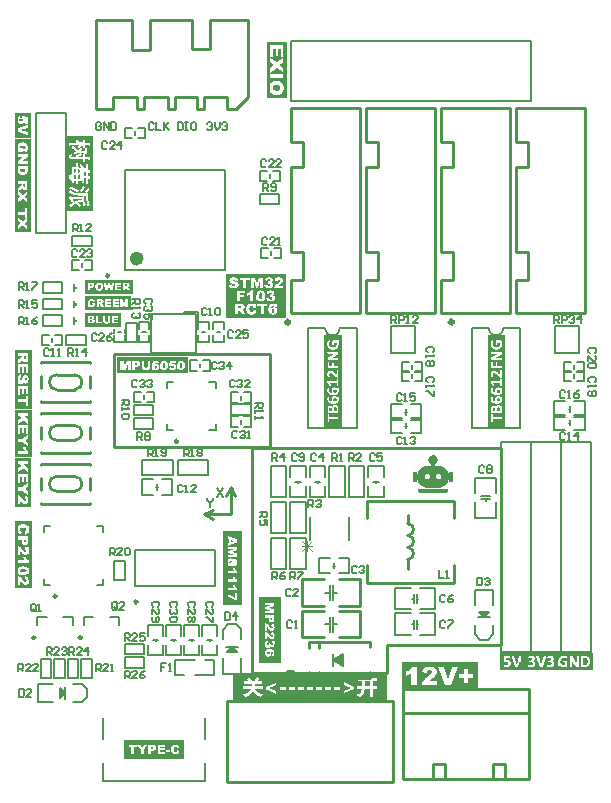
<source format=gto>
G04*
G04 #@! TF.GenerationSoftware,Altium Limited,Altium Designer,21.0.8 (223)*
G04*
G04 Layer_Color=65535*
%FSLAX25Y25*%
%MOIN*%
G70*
G04*
G04 #@! TF.SameCoordinates,D9C85E8D-87DC-48F8-A205-D673694C3913*
G04*
G04*
G04 #@! TF.FilePolarity,Positive*
G04*
G01*
G75*
%ADD10C,0.00984*%
%ADD11C,0.02362*%
%ADD12C,0.01000*%
%ADD13C,0.00787*%
%ADD14C,0.01500*%
%ADD15C,0.00600*%
%ADD16C,0.00700*%
%ADD17C,0.00065*%
%ADD18C,0.00800*%
%ADD19C,0.00100*%
%ADD20C,0.00591*%
%ADD21C,0.00300*%
G36*
X6033Y141141D02*
X6433D01*
Y140341D01*
X7133D01*
Y139841D01*
X6433D01*
Y139041D01*
X6033D01*
Y141141D01*
D02*
G37*
G36*
Y146641D02*
X6433D01*
Y145841D01*
X7133D01*
Y145341D01*
X6433D01*
Y144541D01*
X6033D01*
Y146641D01*
D02*
G37*
G36*
Y152141D02*
X6433D01*
Y151341D01*
X7133D01*
Y150841D01*
X6433D01*
Y150041D01*
X6033D01*
Y152141D01*
D02*
G37*
G36*
X179314Y23500D02*
X167359D01*
X148260D01*
Y29252D01*
X166686D01*
X179314D01*
Y23500D01*
D02*
G37*
G36*
X-7748Y73110D02*
Y50890D01*
X-13500D01*
Y73110D01*
X-7748D01*
D02*
G37*
G36*
X12715Y176587D02*
X3500D01*
Y201413D01*
X12715D01*
Y176587D01*
D02*
G37*
G36*
X150000Y104295D02*
X144248D01*
Y135179D01*
X150000D01*
Y104295D01*
D02*
G37*
G36*
X-7983Y187415D02*
Y178586D01*
X-13500D01*
Y187415D01*
X-7983D01*
D02*
G37*
G36*
X43005Y-6000D02*
X22995D01*
Y150D01*
X43005D01*
Y-6000D01*
D02*
G37*
G36*
X44255Y122500D02*
X20745D01*
Y127717D01*
X44255D01*
Y122500D01*
D02*
G37*
G36*
X25169Y148150D02*
Y143500D01*
X9831D01*
Y148150D01*
X25169D01*
D02*
G37*
G36*
X-7919Y200744D02*
X-13500D01*
Y209256D01*
X-7919D01*
Y200744D01*
D02*
G37*
G36*
X-7983Y178406D02*
Y169594D01*
X-13500D01*
Y178406D01*
X-7983D01*
D02*
G37*
G36*
X77221Y232801D02*
Y214199D01*
X70500D01*
Y232801D01*
X77221D01*
D02*
G37*
G36*
X-7836Y94681D02*
X-13500D01*
Y110319D01*
X-7836D01*
Y94681D01*
D02*
G37*
G36*
X26054Y149000D02*
X9946D01*
Y153621D01*
X26054D01*
Y149000D01*
D02*
G37*
G36*
X-7890Y77853D02*
X-13500D01*
Y94147D01*
X-7890D01*
Y77853D01*
D02*
G37*
G36*
X-7748Y110666D02*
X-13500D01*
Y130334D01*
X-7748D01*
Y110666D01*
D02*
G37*
G36*
X110544Y13500D02*
X59456D01*
Y22500D01*
X110544D01*
Y13500D01*
D02*
G37*
G36*
X22100Y138000D02*
X9900D01*
Y142605D01*
X22100D01*
Y138000D01*
D02*
G37*
G36*
X75150Y26004D02*
X68000D01*
Y47996D01*
X75150D01*
Y26004D01*
D02*
G37*
G36*
X-7862Y187576D02*
X-13500D01*
Y200424D01*
X-7862D01*
Y187576D01*
D02*
G37*
G36*
X77033Y150761D02*
D01*
Y146380D01*
Y141000D01*
X56967D01*
Y146380D01*
D01*
Y150761D01*
Y155432D01*
X77033D01*
Y150761D01*
D02*
G37*
G36*
X62150Y45215D02*
X56000D01*
Y69785D01*
X62150D01*
Y45215D01*
D02*
G37*
G36*
X95500Y104295D02*
X89748D01*
Y135179D01*
X95500D01*
Y104295D01*
D02*
G37*
G36*
X140842Y17000D02*
X115500D01*
Y26195D01*
X140842D01*
Y17000D01*
D02*
G37*
%LPC*%
G36*
X155476Y28201D02*
D01*
Y28097D01*
X155472Y28127D01*
X155463Y28145D01*
X155458Y28149D01*
X155445Y28162D01*
X155432Y28171D01*
X155397Y28184D01*
X155371Y28193D01*
X155358D01*
X155332Y28197D01*
X155297D01*
X155236Y28201D01*
X155476D01*
X152225D01*
X152509D01*
X152469Y28197D01*
X152408D01*
X152391Y28193D01*
X152373D01*
X152343Y28188D01*
X152321Y28184D01*
X152281Y28171D01*
X152264Y28158D01*
X152255Y28153D01*
X152238Y28127D01*
X152229Y28101D01*
X152225Y28075D01*
Y28066D01*
X152233Y28018D01*
X152251Y27965D01*
X152255Y27944D01*
X152264Y27926D01*
X152268Y27913D01*
Y27909D01*
X153343Y24701D01*
X153352Y24675D01*
X153361Y24657D01*
X153370Y24644D01*
Y24640D01*
X153392Y24614D01*
X153400Y24605D01*
X153405Y24600D01*
X153422Y24587D01*
X153440Y24583D01*
X153457Y24574D01*
X153461D01*
X153492Y24570D01*
X153523Y24566D01*
X153544Y24561D01*
X153553D01*
X153597Y24557D01*
X153641Y24552D01*
X153689D01*
X153754Y24548D01*
X154016D01*
X154047Y24552D01*
X154108D01*
X154165Y24557D01*
X154209Y24561D01*
X154235Y24570D01*
X154244D01*
X154279Y24583D01*
X154300Y24596D01*
X154314Y24609D01*
X154318Y24614D01*
X154331Y24640D01*
X154344Y24666D01*
X154349Y24683D01*
X154353Y24692D01*
X155432Y27904D01*
X155454Y27970D01*
X155463Y27996D01*
X155467Y28018D01*
X155472Y28035D01*
X155476Y28048D01*
Y24548D01*
D01*
D01*
Y28201D01*
D02*
G37*
G36*
X163628D02*
D01*
Y28097D01*
X163623Y28127D01*
X163615Y28145D01*
X163610Y28149D01*
X163597Y28162D01*
X163584Y28171D01*
X163549Y28184D01*
X163523Y28193D01*
X163510D01*
X163484Y28197D01*
X163449D01*
X163388Y28201D01*
X163226D01*
X163191Y28197D01*
X163134D01*
X163117Y28193D01*
X163103D01*
X163055Y28188D01*
X163016Y28179D01*
X162994Y28175D01*
X162985Y28171D01*
X162959Y28158D01*
X162942Y28140D01*
X162933Y28127D01*
X162929Y28123D01*
X162920Y28101D01*
X162911Y28075D01*
X162907Y28057D01*
X162902Y28053D01*
Y28048D01*
X162041Y25269D01*
X162037D01*
X161159Y28062D01*
X161150Y28092D01*
X161137Y28114D01*
X161133Y28127D01*
X161128Y28131D01*
X161115Y28153D01*
X161098Y28166D01*
X161080Y28171D01*
X161076Y28175D01*
X161041Y28184D01*
X161006Y28188D01*
X160988Y28193D01*
X160962D01*
X160932Y28197D01*
X160901D01*
X160835Y28201D01*
X160661D01*
X160621Y28197D01*
X160560D01*
X160543Y28193D01*
X160525D01*
X160494Y28188D01*
X160473Y28184D01*
X160433Y28171D01*
X160416Y28158D01*
X160407Y28153D01*
X160390Y28127D01*
X160381Y28101D01*
X160377Y28075D01*
Y28066D01*
X160385Y28018D01*
X160403Y27965D01*
X160407Y27944D01*
X160416Y27926D01*
X160420Y27913D01*
Y27909D01*
X161495Y24701D01*
X161504Y24675D01*
X161513Y24657D01*
X161521Y24644D01*
Y24640D01*
X161543Y24614D01*
X161552Y24605D01*
X161556Y24600D01*
X161574Y24587D01*
X161591Y24583D01*
X161609Y24574D01*
X161613D01*
X161644Y24570D01*
X161674Y24566D01*
X161696Y24561D01*
X161705D01*
X161749Y24557D01*
X161792Y24552D01*
X161840D01*
X161906Y24548D01*
X160377D01*
D01*
X163628D01*
Y28201D01*
D02*
G37*
G36*
X170784Y28241D02*
X169574D01*
X169417Y28236D01*
X169272Y28219D01*
X169141Y28197D01*
X169080Y28184D01*
X169023Y28175D01*
X168975Y28162D01*
X168931Y28149D01*
X168892Y28136D01*
X168857Y28127D01*
X168831Y28118D01*
X168814Y28110D01*
X168800Y28105D01*
X168796D01*
X168674Y28053D01*
X168556Y27992D01*
X168455Y27926D01*
X168368Y27865D01*
X168333Y27839D01*
X168298Y27812D01*
X168272Y27786D01*
X168245Y27764D01*
X168228Y27747D01*
X168215Y27738D01*
X168206Y27729D01*
X168202Y27725D01*
X168114Y27629D01*
X168040Y27528D01*
X167974Y27428D01*
X167922Y27336D01*
X167878Y27253D01*
X167861Y27218D01*
X167848Y27187D01*
X167835Y27161D01*
X167826Y27144D01*
X167822Y27131D01*
Y27126D01*
X167778Y26991D01*
X167747Y26851D01*
X167721Y26720D01*
X167708Y26598D01*
X167704Y26541D01*
X167699Y26488D01*
X167695Y26445D01*
Y26405D01*
X167691Y26375D01*
D01*
Y24500D01*
Y26331D01*
X167695Y26174D01*
X167708Y26030D01*
X167730Y25898D01*
X167738Y25837D01*
X167752Y25780D01*
X167765Y25732D01*
X167773Y25689D01*
X167787Y25649D01*
X167795Y25619D01*
X167800Y25592D01*
X167808Y25575D01*
X167813Y25562D01*
Y25558D01*
X167865Y25435D01*
X167922Y25326D01*
X167983Y25225D01*
X168040Y25142D01*
X168093Y25073D01*
X168119Y25046D01*
X168136Y25024D01*
X168154Y25007D01*
X168167Y24994D01*
X168171Y24985D01*
X168175Y24981D01*
X168272Y24898D01*
X168368Y24823D01*
X168464Y24762D01*
X168556Y24714D01*
X168634Y24675D01*
X168669Y24657D01*
X168700Y24644D01*
X168722Y24635D01*
X168744Y24627D01*
X168752Y24622D01*
X168757D01*
X168888Y24583D01*
X169023Y24552D01*
X169154Y24531D01*
X169277Y24518D01*
X169329Y24509D01*
X169382D01*
X169425Y24504D01*
X169460Y24500D01*
X169535D01*
X169644Y24504D01*
X169692D01*
X169736Y24509D01*
X169775Y24513D01*
X169801D01*
X169823Y24518D01*
X169827D01*
X169937Y24531D01*
X169985Y24535D01*
X170028Y24544D01*
X170068Y24548D01*
X170094Y24552D01*
X170116Y24557D01*
X170120D01*
X170225Y24579D01*
X170269Y24587D01*
X170312Y24600D01*
X170347Y24609D01*
X170374Y24618D01*
X170391Y24622D01*
X170396D01*
X170444Y24635D01*
X170487Y24649D01*
X170527Y24662D01*
X170562Y24675D01*
X170588Y24683D01*
X170605Y24692D01*
X170618Y24697D01*
X170623D01*
X170653Y24710D01*
X170679Y24727D01*
X170701Y24745D01*
X170719Y24758D01*
X170741Y24784D01*
X170745Y24788D01*
Y24793D01*
X170763Y24845D01*
X170771Y24893D01*
X170776Y24911D01*
Y24928D01*
Y24937D01*
Y24941D01*
Y26384D01*
X170771Y26423D01*
X170767Y26453D01*
X170763Y26471D01*
X170758Y26480D01*
X170745Y26510D01*
X170732Y26532D01*
X170723Y26550D01*
X170719Y26554D01*
X170697Y26576D01*
X170679Y26589D01*
X170662Y26598D01*
X170658Y26602D01*
X170632Y26611D01*
X170605Y26619D01*
X169355D01*
X169338Y26615D01*
X169320Y26611D01*
X169312Y26606D01*
X169307Y26602D01*
X169294Y26589D01*
X169286Y26571D01*
X169281Y26558D01*
X169277Y26554D01*
X169268Y26528D01*
X169259Y26502D01*
X169255Y26480D01*
Y26475D01*
Y26471D01*
X169251Y26427D01*
Y26388D01*
Y26366D01*
Y26353D01*
Y26344D01*
Y26340D01*
Y26287D01*
X169255Y26244D01*
X169259Y26204D01*
X169264Y26174D01*
X169268Y26152D01*
X169272Y26139D01*
X169277Y26130D01*
Y26126D01*
X169290Y26104D01*
X169299Y26091D01*
X169325Y26073D01*
X169347Y26065D01*
X170042D01*
Y25221D01*
X169963Y25186D01*
X169923Y25169D01*
X169889Y25160D01*
X169858Y25151D01*
X169836Y25142D01*
X169819Y25138D01*
X169814D01*
X169727Y25125D01*
X169687Y25116D01*
X169648D01*
X169618Y25112D01*
X169574D01*
X169482Y25116D01*
X169395Y25125D01*
X169316Y25138D01*
X169246Y25151D01*
X169189Y25164D01*
X169146Y25177D01*
X169132Y25182D01*
X169119Y25186D01*
X169115Y25190D01*
X169111D01*
X169036Y25225D01*
X168971Y25265D01*
X168910Y25304D01*
X168857Y25343D01*
X168814Y25378D01*
X168783Y25405D01*
X168765Y25422D01*
X168757Y25431D01*
X168704Y25492D01*
X168656Y25558D01*
X168617Y25623D01*
X168586Y25689D01*
X168560Y25741D01*
X168543Y25785D01*
X168534Y25802D01*
X168529Y25815D01*
X168525Y25820D01*
Y25824D01*
X168499Y25916D01*
X168481Y26012D01*
X168464Y26104D01*
X168455Y26191D01*
X168451Y26265D01*
Y26296D01*
X168447Y26322D01*
Y26344D01*
Y26362D01*
Y26370D01*
Y26375D01*
X168451Y26475D01*
X168460Y26571D01*
X168473Y26659D01*
X168486Y26737D01*
X168499Y26799D01*
X168512Y26847D01*
X168516Y26864D01*
X168521Y26877D01*
X168525Y26882D01*
Y26886D01*
X168560Y26969D01*
X168595Y27048D01*
X168634Y27118D01*
X168674Y27174D01*
X168704Y27222D01*
X168730Y27257D01*
X168752Y27279D01*
X168757Y27288D01*
X168818Y27345D01*
X168879Y27397D01*
X168940Y27441D01*
X168997Y27480D01*
X169045Y27507D01*
X169085Y27528D01*
X169111Y27542D01*
X169115Y27546D01*
X169119D01*
X169202Y27577D01*
X169286Y27598D01*
X169364Y27616D01*
X169438Y27624D01*
X169500Y27633D01*
X169552Y27638D01*
X169683D01*
X169766Y27629D01*
X169841Y27620D01*
X169906Y27611D01*
X169954Y27603D01*
X169993Y27594D01*
X170020Y27590D01*
X170028Y27585D01*
X170098Y27568D01*
X170159Y27546D01*
X170212Y27528D01*
X170260Y27511D01*
X170295Y27498D01*
X170326Y27485D01*
X170343Y27480D01*
X170347Y27476D01*
X170396Y27454D01*
X170439Y27437D01*
X170474Y27415D01*
X170505Y27402D01*
X170531Y27389D01*
X170548Y27376D01*
X170557Y27371D01*
X170562Y27367D01*
X170592Y27349D01*
X170614Y27340D01*
X170653Y27323D01*
X170671Y27319D01*
X170679D01*
X170697Y27323D01*
X170710Y27327D01*
X170719Y27332D01*
X170723D01*
X170736Y27345D01*
X170745Y27362D01*
X170754Y27376D01*
Y27380D01*
X170763Y27410D01*
X170771Y27441D01*
X170776Y27463D01*
Y27467D01*
Y27472D01*
X170780Y27520D01*
X170784Y27568D01*
Y27664D01*
X170780Y27708D01*
Y27742D01*
X170776Y27773D01*
X170771Y27795D01*
Y27812D01*
X170767Y27821D01*
Y27826D01*
X170749Y27874D01*
X170732Y27909D01*
X170719Y27931D01*
X170710Y27935D01*
X170693Y27952D01*
X170675Y27965D01*
X170632Y27996D01*
X170610Y28009D01*
X170597Y28018D01*
X170583Y28022D01*
X170579Y28027D01*
X170540Y28048D01*
X170500Y28066D01*
X170461Y28083D01*
X170422Y28097D01*
X170391Y28110D01*
X170365Y28118D01*
X170343Y28127D01*
X170339D01*
X170282Y28145D01*
X170225Y28158D01*
X170168Y28175D01*
X170116Y28184D01*
X170072Y28193D01*
X170033Y28201D01*
X170011Y28206D01*
X170002D01*
X169854Y28228D01*
X169784Y28232D01*
X169718Y28236D01*
X169657Y28241D01*
X170784D01*
D02*
G37*
G36*
X178310Y28179D02*
Y26423D01*
X178305Y26580D01*
X178292Y26720D01*
X178270Y26851D01*
X178261Y26908D01*
X178248Y26960D01*
X178235Y27008D01*
X178226Y27052D01*
X178218Y27091D01*
X178205Y27122D01*
X178200Y27144D01*
X178192Y27166D01*
X178187Y27174D01*
Y27179D01*
X178139Y27297D01*
X178082Y27402D01*
X178021Y27498D01*
X177964Y27577D01*
X177912Y27642D01*
X177890Y27668D01*
X177873Y27690D01*
X177855Y27708D01*
X177842Y27721D01*
X177838Y27725D01*
X177833Y27729D01*
X177746Y27808D01*
X177650Y27878D01*
X177553Y27935D01*
X177466Y27983D01*
X177387Y28018D01*
X177352Y28031D01*
X177326Y28044D01*
X177300Y28053D01*
X177283Y28062D01*
X177274Y28066D01*
X177269D01*
X177138Y28105D01*
X176999Y28131D01*
X176863Y28153D01*
X176732Y28166D01*
X176675Y28171D01*
X176618Y28175D01*
X176570D01*
X176531Y28179D01*
X175517D01*
X175482Y28175D01*
X175456Y28171D01*
X175408Y28153D01*
X175390Y28140D01*
X175377Y28131D01*
X175368Y28127D01*
X175364Y28123D01*
X175342Y28101D01*
X175329Y28075D01*
X175312Y28014D01*
X175307Y27987D01*
X175303Y27965D01*
Y27970D01*
Y24793D01*
X175307Y24749D01*
X175312Y24710D01*
X175320Y24679D01*
X175334Y24657D01*
X175347Y24635D01*
X175355Y24622D01*
X175360Y24618D01*
X175364Y24614D01*
X175390Y24596D01*
X175412Y24583D01*
X175465Y24570D01*
X175487Y24566D01*
X175504Y24561D01*
X178310D01*
Y28179D01*
D02*
G37*
G36*
X174512Y28193D02*
X171527D01*
X174119D01*
X174092Y28188D01*
X174049D01*
X174036Y28184D01*
X174023D01*
X173979Y28175D01*
X173944Y28166D01*
X173926Y28162D01*
X173918Y28158D01*
X173891Y28145D01*
X173874Y28131D01*
X173865Y28123D01*
X173861Y28118D01*
X173852Y28101D01*
X173848Y28088D01*
Y28075D01*
Y28070D01*
Y26375D01*
Y26230D01*
Y26161D01*
Y26099D01*
Y26047D01*
Y26003D01*
Y25977D01*
Y25973D01*
Y25968D01*
Y25890D01*
X173852Y25815D01*
Y25745D01*
X173856Y25684D01*
Y25636D01*
X173861Y25597D01*
Y25571D01*
Y25566D01*
Y25562D01*
X173822Y25641D01*
X173804Y25680D01*
X173791Y25710D01*
X173774Y25741D01*
X173765Y25763D01*
X173760Y25776D01*
X173756Y25780D01*
X173717Y25863D01*
X173699Y25903D01*
X173682Y25938D01*
X173669Y25964D01*
X173655Y25990D01*
X173651Y26003D01*
X173647Y26008D01*
X173603Y26095D01*
X173586Y26134D01*
X173568Y26169D01*
X173551Y26196D01*
X173538Y26222D01*
X173533Y26235D01*
X173529Y26239D01*
X173485Y26327D01*
X173468Y26366D01*
X173450Y26405D01*
X173433Y26436D01*
X173419Y26458D01*
X173415Y26475D01*
X173411Y26480D01*
X172707Y27799D01*
X172668Y27874D01*
X172650Y27904D01*
X172637Y27931D01*
X172620Y27952D01*
X172611Y27970D01*
X172607Y27979D01*
X172602Y27983D01*
X172563Y28031D01*
X172528Y28066D01*
X172502Y28088D01*
X172497Y28097D01*
X172493D01*
X172449Y28123D01*
X172406Y28145D01*
X172388Y28149D01*
X172375Y28153D01*
X172366Y28158D01*
X172362D01*
X172305Y28171D01*
X172248Y28175D01*
X172222Y28179D01*
X171790D01*
X171750Y28175D01*
X171715Y28171D01*
X171680Y28158D01*
X171654Y28145D01*
X171632Y28131D01*
X171615Y28123D01*
X171606Y28114D01*
X171602Y28110D01*
X171575Y28083D01*
X171558Y28053D01*
X171545Y28018D01*
X171536Y27987D01*
X171532Y27957D01*
X171527Y27935D01*
Y24662D01*
X171532Y24644D01*
X171536Y24627D01*
X171540Y24614D01*
Y24609D01*
X171554Y24596D01*
X171571Y24583D01*
X171584Y24579D01*
X171589Y24574D01*
X171619Y24566D01*
X171654Y24557D01*
X171680Y24552D01*
X171689D01*
X171741Y24548D01*
X171798Y24544D01*
X171527D01*
X174512D01*
Y28070D01*
X174508Y28088D01*
X174503Y28105D01*
X174499Y28114D01*
X174495Y28118D01*
X174481Y28136D01*
X174464Y28149D01*
X174451Y28153D01*
X174446Y28158D01*
X174416Y28171D01*
X174385Y28179D01*
X174359Y28184D01*
X174346D01*
X174298Y28188D01*
X174246Y28193D01*
X174512D01*
D02*
G37*
G36*
X165144Y28249D02*
X165026D01*
X164956Y28245D01*
X164895Y28236D01*
X164838Y28232D01*
X164790Y28223D01*
X164755Y28214D01*
X164733Y28210D01*
X164725D01*
X164664Y28197D01*
X164607Y28184D01*
X164554Y28166D01*
X164511Y28153D01*
X164476Y28140D01*
X164445Y28131D01*
X164427Y28127D01*
X164423Y28123D01*
X164375Y28105D01*
X164336Y28088D01*
X164296Y28070D01*
X164266Y28053D01*
X164240Y28040D01*
X164222Y28031D01*
X164209Y28027D01*
X164205Y28022D01*
X164174Y28005D01*
X164148Y27987D01*
X164130Y27974D01*
X164113Y27961D01*
X164091Y27944D01*
X164087Y27939D01*
X164069Y27922D01*
X164056Y27904D01*
X164052Y27896D01*
X164047Y27891D01*
X164034Y27856D01*
X164030Y27843D01*
Y27839D01*
X164025Y27812D01*
X164021Y27786D01*
X164017Y27769D01*
Y27764D01*
Y27760D01*
Y27725D01*
Y27686D01*
Y27659D01*
Y27651D01*
Y27646D01*
Y27590D01*
X164021Y27546D01*
Y27533D01*
Y27520D01*
Y27515D01*
Y27511D01*
X164025Y27476D01*
X164030Y27450D01*
X164034Y27432D01*
Y27428D01*
X164043Y27410D01*
X164056Y27402D01*
X164060Y27393D01*
X164065D01*
X164091Y27384D01*
X164104D01*
X164135Y27393D01*
X164170Y27406D01*
X164196Y27419D01*
X164205Y27428D01*
X164209D01*
X164266Y27463D01*
X164323Y27494D01*
X164345Y27507D01*
X164362Y27515D01*
X164375Y27520D01*
X164380Y27524D01*
X164458Y27563D01*
X164497Y27577D01*
X164537Y27594D01*
X164567Y27603D01*
X164589Y27611D01*
X164607Y27620D01*
X164611D01*
X164712Y27646D01*
X164755Y27655D01*
X164799Y27659D01*
X164834Y27664D01*
X164935D01*
X164974Y27659D01*
X165013Y27655D01*
X165044Y27646D01*
X165074Y27642D01*
X165092Y27633D01*
X165105Y27629D01*
X165109D01*
X165175Y27598D01*
X165201Y27585D01*
X165223Y27568D01*
X165240Y27555D01*
X165253Y27542D01*
X165258Y27537D01*
X165262Y27533D01*
X165302Y27485D01*
X165332Y27437D01*
X165341Y27419D01*
X165350Y27402D01*
X165354Y27393D01*
Y27389D01*
X165376Y27327D01*
X165385Y27271D01*
X165389Y27249D01*
Y27231D01*
Y27218D01*
Y27214D01*
Y27170D01*
X165380Y27131D01*
X165376Y27091D01*
X165367Y27061D01*
X165358Y27035D01*
X165350Y27013D01*
X165345Y27000D01*
X165341Y26995D01*
X165302Y26930D01*
X165280Y26899D01*
X165258Y26877D01*
X165240Y26855D01*
X165223Y26842D01*
X165214Y26834D01*
X165210Y26829D01*
X165144Y26781D01*
X165074Y26750D01*
X165044Y26737D01*
X165022Y26729D01*
X165004Y26720D01*
X165000D01*
X164904Y26698D01*
X164856Y26694D01*
X164812Y26689D01*
X164773Y26685D01*
X164375D01*
X164358Y26681D01*
X164345Y26676D01*
X164340Y26672D01*
X164327Y26659D01*
X164314Y26646D01*
X164305Y26637D01*
X164301Y26633D01*
X164292Y26611D01*
X164283Y26585D01*
X164279Y26563D01*
Y26558D01*
Y26554D01*
X164275Y26510D01*
Y26467D01*
Y26449D01*
Y26432D01*
Y26423D01*
Y26418D01*
Y26357D01*
X164279Y26313D01*
Y26296D01*
Y26283D01*
Y26279D01*
Y26274D01*
X164288Y26239D01*
X164292Y26213D01*
X164301Y26196D01*
Y26191D01*
X164314Y26174D01*
X164331Y26161D01*
X164340Y26152D01*
X164345D01*
X164366Y26147D01*
X164384Y26143D01*
X164790D01*
X164856Y26139D01*
X164913Y26130D01*
X164965Y26126D01*
X165004Y26117D01*
X165035Y26108D01*
X165057Y26104D01*
X165061D01*
X165114Y26086D01*
X165162Y26069D01*
X165205Y26051D01*
X165240Y26034D01*
X165267Y26016D01*
X165288Y26003D01*
X165302Y25995D01*
X165306Y25990D01*
X165341Y25964D01*
X165367Y25933D01*
X165393Y25907D01*
X165415Y25881D01*
X165428Y25855D01*
X165441Y25837D01*
X165450Y25824D01*
Y25820D01*
X165468Y25780D01*
X165481Y25741D01*
X165489Y25702D01*
X165498Y25667D01*
Y25636D01*
X165503Y25614D01*
Y25597D01*
Y25592D01*
X165494Y25510D01*
X165489Y25475D01*
X165481Y25440D01*
X165472Y25413D01*
X165468Y25396D01*
X165459Y25383D01*
Y25378D01*
X165424Y25317D01*
X165385Y25265D01*
X165367Y25247D01*
X165350Y25234D01*
X165341Y25225D01*
X165337Y25221D01*
X165271Y25177D01*
X165205Y25147D01*
X165179Y25134D01*
X165157Y25129D01*
X165140Y25120D01*
X165136D01*
X165044Y25099D01*
X165000Y25094D01*
X164956Y25090D01*
X164921Y25086D01*
X164799D01*
X164738Y25090D01*
X164685Y25099D01*
X164637Y25103D01*
X164598Y25112D01*
X164567Y25116D01*
X164550Y25120D01*
X164541D01*
X164489Y25134D01*
X164441Y25151D01*
X164397Y25164D01*
X164362Y25173D01*
X164331Y25186D01*
X164310Y25190D01*
X164296Y25199D01*
X164292D01*
X164222Y25230D01*
X164192Y25243D01*
X164165Y25256D01*
X164144Y25269D01*
X164130Y25273D01*
X164122Y25282D01*
X164117D01*
X164074Y25304D01*
X164043Y25317D01*
X164025Y25322D01*
X164008D01*
X163990Y25313D01*
X163973Y25295D01*
X163960Y25278D01*
X163956Y25273D01*
Y25269D01*
X163947Y25247D01*
X163943Y25217D01*
X163938Y25155D01*
X163934Y25125D01*
Y24941D01*
X163938Y24902D01*
X163943Y24871D01*
X163947Y24854D01*
Y24845D01*
X163956Y24819D01*
X163964Y24802D01*
X163973Y24784D01*
Y24780D01*
X163986Y24762D01*
X163995Y24745D01*
X164004Y24736D01*
X164008Y24732D01*
X164021Y24723D01*
X164034Y24714D01*
X164069Y24692D01*
X164100Y24675D01*
X164109Y24666D01*
X164113D01*
X164178Y24635D01*
X164248Y24614D01*
X164275Y24600D01*
X164296Y24596D01*
X164314Y24587D01*
X164318D01*
X164419Y24561D01*
X164467Y24552D01*
X164511Y24544D01*
X164550Y24535D01*
X164581Y24531D01*
X164598Y24526D01*
X164607D01*
X164733Y24513D01*
X164790Y24504D01*
X164843D01*
X164891Y24500D01*
X163934D01*
X166355D01*
Y25623D01*
X166350Y25684D01*
X166346Y25737D01*
X166337Y25789D01*
X166329Y25833D01*
X166315Y25872D01*
X166307Y25898D01*
X166302Y25920D01*
X166298Y25925D01*
X166276Y25977D01*
X166250Y26025D01*
X166224Y26069D01*
X166197Y26104D01*
X166171Y26134D01*
X166154Y26161D01*
X166141Y26174D01*
X166136Y26178D01*
X166097Y26217D01*
X166053Y26257D01*
X166009Y26287D01*
X165970Y26313D01*
X165931Y26335D01*
X165905Y26353D01*
X165887Y26362D01*
X165878Y26366D01*
X165822Y26392D01*
X165765Y26414D01*
X165704Y26427D01*
X165651Y26440D01*
X165607Y26453D01*
X165568Y26458D01*
X165546Y26462D01*
X165538D01*
Y26471D01*
X165594Y26488D01*
X165651Y26506D01*
X165699Y26528D01*
X165738Y26545D01*
X165773Y26563D01*
X165795Y26576D01*
X165813Y26585D01*
X165817Y26589D01*
X165861Y26619D01*
X165900Y26650D01*
X165935Y26685D01*
X165966Y26711D01*
X165988Y26737D01*
X166005Y26759D01*
X166014Y26772D01*
X166018Y26777D01*
X166075Y26864D01*
X166097Y26908D01*
X166114Y26947D01*
X166128Y26982D01*
X166136Y27008D01*
X166145Y27030D01*
Y27035D01*
X166171Y27144D01*
X166180Y27196D01*
X166184Y27240D01*
X166189Y27284D01*
Y27314D01*
Y27332D01*
Y27340D01*
X166184Y27419D01*
X166175Y27489D01*
X166167Y27555D01*
X166154Y27611D01*
X166136Y27655D01*
X166128Y27690D01*
X166119Y27712D01*
X166114Y27721D01*
X166084Y27782D01*
X166053Y27839D01*
X166018Y27887D01*
X165983Y27926D01*
X165953Y27961D01*
X165926Y27983D01*
X165909Y28000D01*
X165905Y28005D01*
X165852Y28048D01*
X165795Y28083D01*
X165738Y28114D01*
X165682Y28140D01*
X165638Y28158D01*
X165599Y28171D01*
X165573Y28179D01*
X165568Y28184D01*
X165564D01*
X165485Y28206D01*
X165406Y28223D01*
X165328Y28232D01*
X165258Y28241D01*
X165192Y28245D01*
X165144Y28249D01*
D02*
G37*
G36*
X158856D02*
X158738D01*
X158668Y28245D01*
X158607Y28236D01*
X158550Y28232D01*
X158502Y28223D01*
X158467Y28214D01*
X158445Y28210D01*
X158436D01*
X158375Y28197D01*
X158318Y28184D01*
X158266Y28166D01*
X158222Y28153D01*
X158187Y28140D01*
X158157Y28131D01*
X158139Y28127D01*
X158135Y28123D01*
X158087Y28105D01*
X158047Y28088D01*
X158008Y28070D01*
X157977Y28053D01*
X157951Y28040D01*
X157934Y28031D01*
X157921Y28027D01*
X157916Y28022D01*
X157886Y28005D01*
X157859Y27987D01*
X157842Y27974D01*
X157825Y27961D01*
X157803Y27944D01*
X157798Y27939D01*
X157781Y27922D01*
X157768Y27904D01*
X157763Y27896D01*
X157759Y27891D01*
X157746Y27856D01*
X157741Y27843D01*
Y27839D01*
X157737Y27812D01*
X157733Y27786D01*
X157728Y27769D01*
Y27764D01*
Y27760D01*
Y27725D01*
Y27686D01*
Y27659D01*
Y27651D01*
Y27646D01*
Y27590D01*
X157733Y27546D01*
Y27533D01*
Y27520D01*
Y27515D01*
Y27511D01*
X157737Y27476D01*
X157741Y27450D01*
X157746Y27432D01*
Y27428D01*
X157755Y27410D01*
X157768Y27402D01*
X157772Y27393D01*
X157776D01*
X157803Y27384D01*
X157816D01*
X157846Y27393D01*
X157881Y27406D01*
X157907Y27419D01*
X157916Y27428D01*
X157921D01*
X157977Y27463D01*
X158034Y27494D01*
X158056Y27507D01*
X158074Y27515D01*
X158087Y27520D01*
X158091Y27524D01*
X158170Y27563D01*
X158209Y27577D01*
X158248Y27594D01*
X158279Y27603D01*
X158301Y27611D01*
X158318Y27620D01*
X158323D01*
X158423Y27646D01*
X158467Y27655D01*
X158511Y27659D01*
X158545Y27664D01*
X158646D01*
X158685Y27659D01*
X158725Y27655D01*
X158755Y27646D01*
X158786Y27642D01*
X158803Y27633D01*
X158817Y27629D01*
X158821D01*
X158886Y27598D01*
X158913Y27585D01*
X158934Y27568D01*
X158952Y27555D01*
X158965Y27542D01*
X158969Y27537D01*
X158974Y27533D01*
X159013Y27485D01*
X159044Y27437D01*
X159052Y27419D01*
X159061Y27402D01*
X159066Y27393D01*
Y27389D01*
X159087Y27327D01*
X159096Y27271D01*
X159100Y27249D01*
Y27231D01*
Y27218D01*
Y27214D01*
Y27170D01*
X159092Y27131D01*
X159087Y27091D01*
X159079Y27061D01*
X159070Y27035D01*
X159061Y27013D01*
X159057Y27000D01*
X159052Y26995D01*
X159013Y26930D01*
X158991Y26899D01*
X158969Y26877D01*
X158952Y26855D01*
X158934Y26842D01*
X158926Y26834D01*
X158921Y26829D01*
X158856Y26781D01*
X158786Y26750D01*
X158755Y26737D01*
X158733Y26729D01*
X158716Y26720D01*
X158712D01*
X158615Y26698D01*
X158567Y26694D01*
X158524Y26689D01*
X158484Y26685D01*
X158087D01*
X158069Y26681D01*
X158056Y26676D01*
X158052Y26672D01*
X158039Y26659D01*
X158026Y26646D01*
X158017Y26637D01*
X158012Y26633D01*
X158004Y26611D01*
X157995Y26585D01*
X157991Y26563D01*
Y26558D01*
Y26554D01*
X157986Y26510D01*
Y26467D01*
Y26449D01*
Y26432D01*
Y26423D01*
Y26418D01*
Y26357D01*
X157991Y26313D01*
Y26296D01*
Y26283D01*
Y26279D01*
Y26274D01*
X157999Y26239D01*
X158004Y26213D01*
X158012Y26196D01*
Y26191D01*
X158026Y26174D01*
X158043Y26161D01*
X158052Y26152D01*
X158056D01*
X158078Y26147D01*
X158095Y26143D01*
X158502D01*
X158567Y26139D01*
X158624Y26130D01*
X158677Y26126D01*
X158716Y26117D01*
X158747Y26108D01*
X158768Y26104D01*
X158773D01*
X158825Y26086D01*
X158873Y26069D01*
X158917Y26051D01*
X158952Y26034D01*
X158978Y26016D01*
X159000Y26003D01*
X159013Y25995D01*
X159018Y25990D01*
X159052Y25964D01*
X159079Y25933D01*
X159105Y25907D01*
X159127Y25881D01*
X159140Y25855D01*
X159153Y25837D01*
X159162Y25824D01*
Y25820D01*
X159179Y25780D01*
X159192Y25741D01*
X159201Y25702D01*
X159210Y25667D01*
Y25636D01*
X159214Y25614D01*
Y25597D01*
Y25592D01*
X159205Y25510D01*
X159201Y25475D01*
X159192Y25440D01*
X159184Y25413D01*
X159179Y25396D01*
X159170Y25383D01*
Y25378D01*
X159135Y25317D01*
X159096Y25265D01*
X159079Y25247D01*
X159061Y25234D01*
X159052Y25225D01*
X159048Y25221D01*
X158983Y25177D01*
X158917Y25147D01*
X158891Y25134D01*
X158869Y25129D01*
X158851Y25120D01*
X158847D01*
X158755Y25099D01*
X158712Y25094D01*
X158668Y25090D01*
X158633Y25086D01*
X158511D01*
X158449Y25090D01*
X158397Y25099D01*
X158349Y25103D01*
X158309Y25112D01*
X158279Y25116D01*
X158262Y25120D01*
X158253D01*
X158200Y25134D01*
X158152Y25151D01*
X158108Y25164D01*
X158074Y25173D01*
X158043Y25186D01*
X158021Y25190D01*
X158008Y25199D01*
X158004D01*
X157934Y25230D01*
X157903Y25243D01*
X157877Y25256D01*
X157855Y25269D01*
X157842Y25273D01*
X157833Y25282D01*
X157829D01*
X157785Y25304D01*
X157755Y25317D01*
X157737Y25322D01*
X157720D01*
X157702Y25313D01*
X157685Y25295D01*
X157671Y25278D01*
X157667Y25273D01*
Y25269D01*
X157658Y25247D01*
X157654Y25217D01*
X157650Y25155D01*
X157645Y25125D01*
D01*
Y24941D01*
X157650Y24902D01*
X157654Y24871D01*
X157658Y24854D01*
Y24845D01*
X157667Y24819D01*
X157676Y24802D01*
X157685Y24784D01*
Y24780D01*
X157698Y24762D01*
X157706Y24745D01*
X157715Y24736D01*
X157720Y24732D01*
X157733Y24723D01*
X157746Y24714D01*
X157781Y24692D01*
X157811Y24675D01*
X157820Y24666D01*
X157825D01*
X157890Y24635D01*
X157960Y24614D01*
X157986Y24600D01*
X158008Y24596D01*
X158026Y24587D01*
X158030D01*
X158130Y24561D01*
X158178Y24552D01*
X158222Y24544D01*
X158262Y24535D01*
X158292Y24531D01*
X158309Y24526D01*
X158318D01*
X158445Y24513D01*
X158502Y24504D01*
X158554D01*
X158602Y24500D01*
X157645D01*
X160066D01*
Y25623D01*
X160062Y25684D01*
X160057Y25737D01*
X160049Y25789D01*
X160040Y25833D01*
X160027Y25872D01*
X160018Y25898D01*
X160014Y25920D01*
X160010Y25925D01*
X159988Y25977D01*
X159961Y26025D01*
X159935Y26069D01*
X159909Y26104D01*
X159883Y26134D01*
X159865Y26161D01*
X159852Y26174D01*
X159848Y26178D01*
X159808Y26217D01*
X159765Y26257D01*
X159721Y26287D01*
X159682Y26313D01*
X159642Y26335D01*
X159616Y26353D01*
X159599Y26362D01*
X159590Y26366D01*
X159533Y26392D01*
X159476Y26414D01*
X159415Y26427D01*
X159363Y26440D01*
X159319Y26453D01*
X159280Y26458D01*
X159258Y26462D01*
X159249D01*
Y26471D01*
X159306Y26488D01*
X159363Y26506D01*
X159411Y26528D01*
X159450Y26545D01*
X159485Y26563D01*
X159507Y26576D01*
X159524Y26585D01*
X159529Y26589D01*
X159573Y26619D01*
X159612Y26650D01*
X159647Y26685D01*
X159677Y26711D01*
X159699Y26737D01*
X159717Y26759D01*
X159725Y26772D01*
X159730Y26777D01*
X159787Y26864D01*
X159808Y26908D01*
X159826Y26947D01*
X159839Y26982D01*
X159848Y27008D01*
X159856Y27030D01*
Y27035D01*
X159883Y27144D01*
X159891Y27196D01*
X159896Y27240D01*
X159900Y27284D01*
Y27314D01*
Y27332D01*
Y27340D01*
X159896Y27419D01*
X159887Y27489D01*
X159878Y27555D01*
X159865Y27611D01*
X159848Y27655D01*
X159839Y27690D01*
X159830Y27712D01*
X159826Y27721D01*
X159795Y27782D01*
X159765Y27839D01*
X159730Y27887D01*
X159695Y27926D01*
X159664Y27961D01*
X159638Y27983D01*
X159620Y28000D01*
X159616Y28005D01*
X159564Y28048D01*
X159507Y28083D01*
X159450Y28114D01*
X159393Y28140D01*
X159350Y28158D01*
X159310Y28171D01*
X159284Y28179D01*
X159280Y28184D01*
X159275D01*
X159197Y28206D01*
X159118Y28223D01*
X159039Y28232D01*
X158969Y28241D01*
X158904Y28245D01*
X158856Y28249D01*
D02*
G37*
G36*
X151897Y28184D02*
X149524D01*
X149812D01*
X149786Y28175D01*
X149760Y28166D01*
X149742Y28158D01*
X149725Y28149D01*
X149716Y28140D01*
X149712Y28136D01*
X149708Y28131D01*
X149695Y28110D01*
X149686Y28088D01*
X149673Y28031D01*
Y28009D01*
X149668Y27987D01*
Y27974D01*
Y27970D01*
Y26397D01*
Y26357D01*
X149673Y26327D01*
X149677Y26300D01*
X149686Y26283D01*
X149690Y26265D01*
X149695Y26257D01*
X149699Y26248D01*
X149712Y26235D01*
X149734Y26226D01*
X149773Y26213D01*
X149791D01*
X149804Y26209D01*
X149817D01*
X149904Y26213D01*
X149948D01*
X149987Y26217D01*
X150018Y26222D01*
X150044D01*
X150062Y26226D01*
X150066D01*
X150171Y26235D01*
X150219Y26239D01*
X150267Y26244D01*
X150437D01*
X150503Y26239D01*
X150560Y26230D01*
X150608Y26226D01*
X150647Y26217D01*
X150678Y26209D01*
X150700Y26204D01*
X150704D01*
X150756Y26191D01*
X150800Y26174D01*
X150839Y26156D01*
X150874Y26139D01*
X150901Y26121D01*
X150918Y26108D01*
X150931Y26099D01*
X150935Y26095D01*
X150966Y26069D01*
X150997Y26038D01*
X151019Y26008D01*
X151036Y25981D01*
X151054Y25955D01*
X151062Y25938D01*
X151071Y25925D01*
Y25920D01*
X151097Y25837D01*
X151106Y25798D01*
X151110Y25763D01*
X151115Y25728D01*
Y25702D01*
Y25684D01*
Y25680D01*
Y25623D01*
X151106Y25571D01*
X151097Y25527D01*
X151089Y25488D01*
X151080Y25453D01*
X151071Y25431D01*
X151067Y25413D01*
X151062Y25409D01*
X151019Y25335D01*
X150992Y25304D01*
X150970Y25278D01*
X150949Y25256D01*
X150935Y25238D01*
X150922Y25230D01*
X150918Y25225D01*
X150844Y25177D01*
X150769Y25142D01*
X150739Y25129D01*
X150713Y25125D01*
X150695Y25116D01*
X150691D01*
X150590Y25099D01*
X150542Y25094D01*
X150494Y25090D01*
X150455Y25086D01*
X150332D01*
X150271Y25090D01*
X150215Y25094D01*
X150171Y25103D01*
X150131Y25107D01*
X150105Y25112D01*
X150083Y25116D01*
X150079D01*
X150031Y25129D01*
X149987Y25138D01*
X149948Y25151D01*
X149913Y25164D01*
X149887Y25173D01*
X149865Y25182D01*
X149852Y25186D01*
X149847D01*
X149786Y25212D01*
X149738Y25234D01*
X149721Y25243D01*
X149708Y25252D01*
X149703Y25256D01*
X149699D01*
X149664Y25278D01*
X149638Y25287D01*
X149620Y25291D01*
X149616D01*
X149603Y25287D01*
X149590Y25282D01*
X149581Y25278D01*
X149576Y25273D01*
X149563Y25260D01*
X149555Y25243D01*
X149550Y25230D01*
X149546Y25225D01*
X149537Y25199D01*
X149533Y25169D01*
X149528Y25147D01*
Y25142D01*
Y25138D01*
X149524Y25094D01*
D01*
Y24880D01*
X149528Y24845D01*
Y24819D01*
X149533Y24797D01*
Y24793D01*
X149541Y24767D01*
X149546Y24749D01*
X149550Y24736D01*
Y24732D01*
X149563Y24714D01*
X149572Y24697D01*
X149581Y24688D01*
X149585Y24683D01*
X149598Y24675D01*
X149611Y24666D01*
X149646Y24653D01*
X149673Y24635D01*
X149681Y24631D01*
X149686D01*
X149751Y24609D01*
X149812Y24587D01*
X149843Y24583D01*
X149865Y24574D01*
X149878Y24570D01*
X149882D01*
X149978Y24552D01*
X150022Y24544D01*
X150066Y24535D01*
X150101Y24531D01*
X150127Y24526D01*
X150149Y24522D01*
X150153D01*
X150267Y24509D01*
X150324Y24504D01*
X150372D01*
X150416Y24500D01*
X150477D01*
X150485D01*
X150477D01*
X150595Y24504D01*
X150704Y24513D01*
X150800Y24526D01*
X150888Y24544D01*
X150957Y24557D01*
X150988Y24566D01*
X151014Y24570D01*
X151032Y24574D01*
X151045Y24579D01*
X151054Y24583D01*
X151058D01*
X151154Y24618D01*
X151237Y24657D01*
X151316Y24697D01*
X151381Y24736D01*
X151434Y24771D01*
X151473Y24797D01*
X151495Y24815D01*
X151504Y24823D01*
X151569Y24885D01*
X151626Y24950D01*
X151678Y25016D01*
X151718Y25077D01*
X151748Y25129D01*
X151775Y25173D01*
X151783Y25190D01*
X151788Y25204D01*
X151792Y25208D01*
Y25212D01*
X151827Y25300D01*
X151853Y25392D01*
X151871Y25479D01*
X151884Y25562D01*
X151893Y25632D01*
Y25662D01*
X151897Y25689D01*
Y24500D01*
D01*
Y25737D01*
X151893Y25828D01*
X151884Y25916D01*
X151871Y25995D01*
X151858Y26060D01*
X151840Y26117D01*
X151827Y26156D01*
X151818Y26182D01*
X151814Y26191D01*
X151779Y26261D01*
X151744Y26327D01*
X151705Y26384D01*
X151665Y26427D01*
X151630Y26467D01*
X151604Y26497D01*
X151587Y26515D01*
X151578Y26519D01*
X151517Y26567D01*
X151456Y26606D01*
X151390Y26646D01*
X151329Y26672D01*
X151276Y26694D01*
X151233Y26711D01*
X151215Y26716D01*
X151202Y26720D01*
X151198Y26724D01*
X151193D01*
X151106Y26746D01*
X151019Y26764D01*
X150931Y26777D01*
X150848Y26785D01*
X150778Y26790D01*
X150748Y26794D01*
X150533D01*
X150507Y26790D01*
X150472D01*
X150402Y26785D01*
X150367D01*
X150341Y26781D01*
X150315D01*
X150297Y26777D01*
X150280D01*
Y27555D01*
X151560D01*
X151582Y27559D01*
X151600Y27568D01*
X151626Y27594D01*
X151644Y27616D01*
X151648Y27624D01*
Y27629D01*
X151657Y27659D01*
X151665Y27699D01*
X151674Y27777D01*
X151678Y27812D01*
Y27843D01*
Y27861D01*
Y27869D01*
Y27931D01*
X151674Y27974D01*
Y27992D01*
X151670Y28005D01*
Y28009D01*
Y28014D01*
X151661Y28053D01*
X151652Y28083D01*
X151648Y28105D01*
X151644Y28110D01*
X151635Y28136D01*
X151622Y28153D01*
X151613Y28162D01*
X151609Y28166D01*
X151591Y28175D01*
X151578Y28184D01*
X151897D01*
D01*
D02*
G37*
%LPD*%
G36*
X150477Y24500D02*
D01*
D01*
D01*
D02*
G37*
G36*
X155039Y28197D02*
X154982D01*
X154965Y28193D01*
X154952D01*
X154903Y28188D01*
X154864Y28179D01*
X154842Y28175D01*
X154834Y28171D01*
X154807Y28158D01*
X154790Y28140D01*
X154781Y28127D01*
X154777Y28123D01*
X154768Y28101D01*
X154759Y28075D01*
X154755Y28057D01*
X154751Y28053D01*
Y28048D01*
X153890Y25269D01*
X153885D01*
X153007Y28062D01*
X152998Y28092D01*
X152985Y28114D01*
X152981Y28127D01*
X152976Y28131D01*
X152963Y28153D01*
X152946Y28166D01*
X152928Y28171D01*
X152924Y28175D01*
X152889Y28184D01*
X152854Y28188D01*
X152837Y28193D01*
X152810D01*
X152780Y28197D01*
X152749D01*
X152683Y28201D01*
X155074D01*
X155039Y28197D01*
D02*
G37*
G36*
X163628Y24548D02*
X162168D01*
X162199Y24552D01*
X162260D01*
X162317Y24557D01*
X162361Y24561D01*
X162387Y24570D01*
X162396D01*
X162430Y24583D01*
X162452Y24596D01*
X162465Y24609D01*
X162470Y24614D01*
X162483Y24640D01*
X162496Y24666D01*
X162500Y24683D01*
X162505Y24692D01*
X163584Y27904D01*
X163606Y27970D01*
X163615Y27996D01*
X163619Y28018D01*
X163623Y28035D01*
X163628Y28048D01*
Y24548D01*
D02*
G37*
G36*
X176527Y27598D02*
X176636Y27590D01*
X176728Y27572D01*
X176806Y27559D01*
X176867Y27542D01*
X176894Y27533D01*
X176911Y27524D01*
X176929Y27520D01*
X176942Y27515D01*
X176946Y27511D01*
X176951D01*
X177025Y27476D01*
X177090Y27432D01*
X177152Y27389D01*
X177200Y27349D01*
X177239Y27314D01*
X177269Y27284D01*
X177287Y27266D01*
X177291Y27257D01*
X177339Y27196D01*
X177379Y27131D01*
X177414Y27065D01*
X177440Y27004D01*
X177462Y26952D01*
X177475Y26912D01*
X177484Y26895D01*
Y26882D01*
X177488Y26877D01*
Y26873D01*
X177510Y26790D01*
X177523Y26707D01*
X177536Y26628D01*
X177540Y26554D01*
X177545Y26488D01*
X177549Y26440D01*
Y26423D01*
Y26410D01*
Y26401D01*
Y26397D01*
X177545Y26283D01*
X177540Y26178D01*
X177527Y26086D01*
X177514Y26003D01*
X177501Y25938D01*
X177497Y25912D01*
X177492Y25890D01*
X177488Y25868D01*
X177484Y25855D01*
X177479Y25850D01*
Y25846D01*
X177449Y25763D01*
X177418Y25689D01*
X177383Y25619D01*
X177348Y25562D01*
X177318Y25518D01*
X177291Y25483D01*
X177274Y25461D01*
X177269Y25453D01*
X177217Y25396D01*
X177160Y25348D01*
X177099Y25308D01*
X177047Y25278D01*
X176999Y25252D01*
X176959Y25230D01*
X176933Y25221D01*
X176929Y25217D01*
X176924D01*
X176846Y25190D01*
X176758Y25173D01*
X176675Y25160D01*
X176592Y25151D01*
X176522Y25147D01*
X176492D01*
X176470Y25142D01*
X176037D01*
Y27603D01*
X176409D01*
X176527Y27598D01*
D02*
G37*
G36*
X178310Y24561D02*
X176382D01*
X176557Y24566D01*
X176715Y24579D01*
X176789Y24583D01*
X176854Y24592D01*
X176920Y24600D01*
X176977Y24614D01*
X177029Y24622D01*
X177077Y24631D01*
X177117Y24640D01*
X177152Y24644D01*
X177178Y24653D01*
X177195Y24657D01*
X177208Y24662D01*
X177213D01*
X177339Y24705D01*
X177453Y24758D01*
X177553Y24810D01*
X177641Y24867D01*
X177676Y24889D01*
X177707Y24915D01*
X177737Y24933D01*
X177759Y24954D01*
X177776Y24968D01*
X177794Y24981D01*
X177798Y24985D01*
X177803Y24989D01*
X177890Y25081D01*
X177964Y25177D01*
X178030Y25273D01*
X178082Y25365D01*
X178126Y25448D01*
X178139Y25483D01*
X178152Y25514D01*
X178165Y25536D01*
X178174Y25553D01*
X178178Y25566D01*
Y25571D01*
X178222Y25710D01*
X178253Y25855D01*
X178279Y25995D01*
X178292Y26130D01*
X178301Y26191D01*
Y26248D01*
X178305Y26296D01*
X178310Y26340D01*
Y24561D01*
D02*
G37*
G36*
X172222Y27249D02*
X172244Y27192D01*
X172266Y27139D01*
X172288Y27096D01*
X172301Y27061D01*
X172310Y27039D01*
X172314Y27030D01*
X172345Y26965D01*
X172375Y26904D01*
X172401Y26851D01*
X172427Y26803D01*
X172445Y26759D01*
X172462Y26729D01*
X172471Y26711D01*
X172476Y26702D01*
X173376Y25011D01*
X173402Y24963D01*
X173424Y24915D01*
X173446Y24880D01*
X173468Y24845D01*
X173481Y24819D01*
X173494Y24802D01*
X173498Y24788D01*
X173503Y24784D01*
X173546Y24727D01*
X173581Y24683D01*
X173594Y24666D01*
X173607Y24653D01*
X173612Y24649D01*
X173616Y24644D01*
X173664Y24609D01*
X173704Y24592D01*
X173721Y24583D01*
X173734Y24579D01*
X173743Y24574D01*
X173747D01*
X173804Y24566D01*
X173861Y24561D01*
X173883Y24557D01*
X174232D01*
X174272Y24561D01*
X174307Y24566D01*
X174328Y24570D01*
X174337D01*
X174372Y24583D01*
X174403Y24600D01*
X174420Y24614D01*
X174425Y24618D01*
X174451Y24644D01*
X174468Y24675D01*
X174481Y24692D01*
X174486Y24701D01*
X174503Y24740D01*
X174508Y24780D01*
X174512Y24810D01*
Y24544D01*
X171925D01*
X171951Y24548D01*
X171991D01*
X172004Y24552D01*
X172017D01*
X172060Y24561D01*
X172091Y24566D01*
X172113Y24574D01*
X172117D01*
X172143Y24587D01*
X172161Y24596D01*
X172170Y24605D01*
X172174Y24609D01*
X172183Y24627D01*
X172192Y24644D01*
Y24657D01*
Y24662D01*
Y26554D01*
Y26633D01*
Y26707D01*
X172187Y26777D01*
Y26838D01*
Y26890D01*
X172183Y26930D01*
Y26956D01*
Y26965D01*
Y27039D01*
X172178Y27113D01*
X172174Y27183D01*
Y27244D01*
X172170Y27297D01*
Y27336D01*
X172165Y27362D01*
Y27367D01*
Y27371D01*
X172174D01*
X172222Y27249D01*
D02*
G37*
G36*
X166355Y24500D02*
X164956D01*
X165070Y24504D01*
X165175Y24513D01*
X165271Y24522D01*
X165354Y24535D01*
X165424Y24548D01*
X165450Y24552D01*
X165476Y24561D01*
X165494Y24566D01*
X165507D01*
X165516Y24570D01*
X165520D01*
X165612Y24600D01*
X165699Y24635D01*
X165773Y24670D01*
X165839Y24705D01*
X165892Y24740D01*
X165931Y24767D01*
X165953Y24784D01*
X165961Y24788D01*
X166027Y24845D01*
X166084Y24906D01*
X166132Y24963D01*
X166175Y25020D01*
X166206Y25068D01*
X166232Y25107D01*
X166245Y25134D01*
X166250Y25138D01*
Y25142D01*
X166285Y25225D01*
X166311Y25304D01*
X166329Y25387D01*
X166342Y25461D01*
X166350Y25527D01*
Y25553D01*
X166355Y25579D01*
Y24500D01*
D02*
G37*
G36*
X160066D02*
X158668D01*
X158782Y24504D01*
X158886Y24513D01*
X158983Y24522D01*
X159066Y24535D01*
X159135Y24548D01*
X159162Y24552D01*
X159188Y24561D01*
X159205Y24566D01*
X159219D01*
X159227Y24570D01*
X159232D01*
X159323Y24600D01*
X159411Y24635D01*
X159485Y24670D01*
X159551Y24705D01*
X159603Y24740D01*
X159642Y24767D01*
X159664Y24784D01*
X159673Y24788D01*
X159739Y24845D01*
X159795Y24906D01*
X159843Y24963D01*
X159887Y25020D01*
X159918Y25068D01*
X159944Y25107D01*
X159957Y25134D01*
X159961Y25138D01*
Y25142D01*
X159996Y25225D01*
X160023Y25304D01*
X160040Y25387D01*
X160053Y25461D01*
X160062Y25527D01*
Y25553D01*
X160066Y25579D01*
Y24500D01*
D02*
G37*
%LPC*%
G36*
X-8829Y72110D02*
D01*
Y70318D01*
X-8834Y70476D01*
X-8851Y70620D01*
X-8873Y70760D01*
X-8903Y70886D01*
X-8939Y71004D01*
X-8978Y71114D01*
X-9021Y71214D01*
X-9065Y71302D01*
X-9113Y71380D01*
X-9153Y71450D01*
X-9196Y71507D01*
X-9231Y71555D01*
X-9262Y71594D01*
X-9284Y71621D01*
X-9301Y71638D01*
X-9306Y71642D01*
X-9397Y71725D01*
X-9498Y71795D01*
X-9607Y71861D01*
X-9716Y71913D01*
X-9830Y71957D01*
X-9944Y71996D01*
X-10053Y72027D01*
X-10158Y72053D01*
X-10263Y72071D01*
X-10354Y72084D01*
X-10442Y72097D01*
X-10516Y72101D01*
X-10577Y72106D01*
X-10621Y72110D01*
X-10660D01*
X-10783Y72106D01*
X-10896Y72097D01*
X-11005Y72084D01*
X-11106Y72071D01*
X-11202Y72049D01*
X-11294Y72027D01*
X-11377Y72005D01*
X-11451Y71979D01*
X-11517Y71953D01*
X-11574Y71931D01*
X-11626Y71909D01*
X-11665Y71887D01*
X-11700Y71874D01*
X-11727Y71861D01*
X-11740Y71852D01*
X-11744Y71848D01*
X-11818Y71795D01*
X-11893Y71743D01*
X-11954Y71690D01*
X-12015Y71638D01*
X-12067Y71581D01*
X-12115Y71529D01*
X-12159Y71481D01*
X-12199Y71433D01*
X-12229Y71385D01*
X-12260Y71345D01*
X-12281Y71306D01*
X-12303Y71275D01*
X-12316Y71249D01*
X-12325Y71232D01*
X-12334Y71219D01*
Y71214D01*
X-12365Y71144D01*
X-12391Y71070D01*
X-12430Y70913D01*
X-12461Y70751D01*
X-12478Y70602D01*
X-12487Y70532D01*
X-12491Y70467D01*
X-12496Y70410D01*
Y70362D01*
X-12500Y70323D01*
Y70179D01*
X-12496Y70095D01*
X-12487Y70017D01*
X-12478Y69942D01*
X-12469Y69873D01*
X-12456Y69807D01*
X-12443Y69750D01*
X-12430Y69698D01*
X-12421Y69650D01*
X-12408Y69606D01*
X-12395Y69571D01*
X-12386Y69540D01*
X-12378Y69514D01*
X-12369Y69497D01*
X-12365Y69488D01*
Y69484D01*
X-12308Y69374D01*
X-12242Y69274D01*
X-12172Y69182D01*
X-12107Y69108D01*
X-12045Y69051D01*
X-11998Y69003D01*
X-11980Y68990D01*
X-11967Y68977D01*
X-11958Y68972D01*
X-11954Y68968D01*
X-11849Y68894D01*
X-11735Y68832D01*
X-11622Y68776D01*
X-11517Y68732D01*
X-11469Y68714D01*
X-11421Y68701D01*
X-11381Y68688D01*
X-11346Y68675D01*
X-11320Y68666D01*
X-11298Y68662D01*
X-11285Y68658D01*
X-11281D01*
X-10988Y69619D01*
X-11106Y69650D01*
X-11211Y69689D01*
X-11303Y69728D01*
X-11372Y69763D01*
X-11429Y69798D01*
X-11469Y69829D01*
X-11495Y69846D01*
X-11504Y69855D01*
X-11560Y69921D01*
X-11604Y69999D01*
X-11635Y70078D01*
X-11657Y70152D01*
X-11670Y70222D01*
X-11674Y70253D01*
Y70279D01*
X-11678Y70301D01*
Y70331D01*
X-11674Y70388D01*
X-11670Y70445D01*
X-11643Y70546D01*
X-11609Y70633D01*
X-11569Y70703D01*
X-11530Y70760D01*
X-11495Y70799D01*
X-11469Y70825D01*
X-11464Y70830D01*
X-11460Y70834D01*
X-11416Y70864D01*
X-11364Y70891D01*
X-11303Y70917D01*
X-11242Y70934D01*
X-11106Y70965D01*
X-10975Y70987D01*
X-10909Y70996D01*
X-10848Y71000D01*
X-10796Y71004D01*
X-10748D01*
X-10708Y71009D01*
X-10678D01*
X-10656D01*
X-10651D01*
X-10564D01*
X-10485Y71004D01*
X-10411Y70996D01*
X-10341Y70987D01*
X-10280Y70974D01*
X-10219Y70961D01*
X-10171Y70948D01*
X-10123Y70934D01*
X-10083Y70921D01*
X-10048Y70908D01*
X-10018Y70895D01*
X-9996Y70882D01*
X-9974Y70873D01*
X-9961Y70864D01*
X-9957Y70860D01*
X-9952D01*
X-9900Y70821D01*
X-9852Y70777D01*
X-9813Y70733D01*
X-9777Y70690D01*
X-9747Y70642D01*
X-9725Y70594D01*
X-9703Y70546D01*
X-9690Y70502D01*
X-9668Y70419D01*
X-9659Y70384D01*
X-9655Y70353D01*
X-9651Y70327D01*
Y70292D01*
X-9655Y70231D01*
X-9659Y70174D01*
X-9673Y70126D01*
X-9686Y70082D01*
X-9699Y70043D01*
X-9708Y70017D01*
X-9716Y69999D01*
X-9721Y69995D01*
X-9747Y69947D01*
X-9777Y69903D01*
X-9808Y69868D01*
X-9843Y69833D01*
X-9869Y69807D01*
X-9891Y69789D01*
X-9909Y69776D01*
X-9913Y69772D01*
X-9944Y69750D01*
X-9983Y69733D01*
X-10057Y69698D01*
X-10092Y69680D01*
X-10123Y69671D01*
X-10140Y69667D01*
X-10149Y69663D01*
X-9935Y68693D01*
X-9834Y68732D01*
X-9738Y68771D01*
X-9651Y68815D01*
X-9568Y68863D01*
X-9493Y68907D01*
X-9428Y68955D01*
X-9367Y69003D01*
X-9310Y69051D01*
X-9262Y69095D01*
X-9218Y69134D01*
X-9183Y69169D01*
X-9157Y69204D01*
X-9135Y69230D01*
X-9118Y69248D01*
X-9109Y69261D01*
X-9104Y69265D01*
X-9056Y69339D01*
X-9013Y69423D01*
X-8978Y69506D01*
X-8947Y69593D01*
X-8917Y69680D01*
X-8895Y69768D01*
X-8877Y69855D01*
X-8864Y69934D01*
X-8851Y70012D01*
X-8842Y70087D01*
X-8838Y70152D01*
X-8834Y70209D01*
X-8829Y70253D01*
Y68658D01*
D01*
Y72110D01*
D02*
G37*
G36*
X-8890Y68129D02*
X-12439D01*
Y65114D01*
Y67028D01*
X-11124D01*
Y66429D01*
X-11119Y66307D01*
X-11110Y66197D01*
X-11097Y66092D01*
X-11075Y65996D01*
X-11054Y65905D01*
X-11027Y65826D01*
X-11001Y65752D01*
X-10971Y65686D01*
X-10944Y65629D01*
X-10918Y65577D01*
X-10892Y65538D01*
X-10870Y65503D01*
X-10848Y65476D01*
X-10835Y65455D01*
X-10826Y65446D01*
X-10822Y65441D01*
X-10761Y65385D01*
X-10700Y65332D01*
X-10634Y65288D01*
X-10564Y65254D01*
X-10494Y65219D01*
X-10424Y65192D01*
X-10354Y65170D01*
X-10289Y65153D01*
X-10228Y65140D01*
X-10171Y65131D01*
X-10118Y65122D01*
X-10070Y65118D01*
X-10035Y65114D01*
X-9983D01*
D01*
X-8890D01*
X-9983D01*
X-9887Y65118D01*
X-9799Y65127D01*
X-9712Y65140D01*
X-9633Y65162D01*
X-9563Y65184D01*
X-9498Y65205D01*
X-9437Y65236D01*
X-9380Y65262D01*
X-9332Y65288D01*
X-9292Y65315D01*
X-9257Y65341D01*
X-9227Y65363D01*
X-9205Y65385D01*
X-9188Y65398D01*
X-9179Y65406D01*
X-9174Y65411D01*
X-9126Y65468D01*
X-9083Y65533D01*
X-9043Y65603D01*
X-9008Y65677D01*
X-8982Y65752D01*
X-8960Y65826D01*
X-8925Y65970D01*
X-8912Y66040D01*
X-8903Y66101D01*
X-8899Y66158D01*
X-8895Y66206D01*
X-8890Y66250D01*
Y68129D01*
D02*
G37*
G36*
X-8829Y64777D02*
D01*
Y63366D01*
X-8834Y63449D01*
X-8842Y63532D01*
X-8847Y63606D01*
X-8860Y63676D01*
X-8868Y63741D01*
X-8882Y63798D01*
X-8890Y63851D01*
X-8903Y63899D01*
X-8917Y63938D01*
X-8925Y63973D01*
X-8934Y64004D01*
X-8943Y64025D01*
X-8952Y64043D01*
X-8956Y64052D01*
Y64056D01*
X-9008Y64157D01*
X-9065Y64244D01*
X-9126Y64318D01*
X-9183Y64380D01*
X-9236Y64428D01*
X-9279Y64463D01*
X-9297Y64476D01*
X-9310Y64484D01*
X-9314Y64493D01*
X-9319D01*
X-9415Y64546D01*
X-9515Y64589D01*
X-9625Y64629D01*
X-9729Y64655D01*
X-9777Y64668D01*
X-9821Y64677D01*
X-9860Y64685D01*
X-9895Y64690D01*
X-9926Y64698D01*
X-9948D01*
X-9961Y64703D01*
X-9965D01*
X-10044Y63715D01*
X-9939Y63698D01*
X-9852Y63676D01*
X-9782Y63650D01*
X-9725Y63623D01*
X-9681Y63597D01*
X-9651Y63575D01*
X-9633Y63562D01*
X-9629Y63558D01*
X-9590Y63510D01*
X-9559Y63457D01*
X-9537Y63405D01*
X-9520Y63357D01*
X-9511Y63313D01*
X-9507Y63278D01*
Y63248D01*
X-9511Y63182D01*
X-9524Y63121D01*
X-9546Y63073D01*
X-9563Y63029D01*
X-9585Y62994D01*
X-9607Y62968D01*
X-9620Y62950D01*
X-9625Y62946D01*
X-9668Y62907D01*
X-9716Y62876D01*
X-9760Y62854D01*
X-9804Y62837D01*
X-9843Y62828D01*
X-9874Y62824D01*
X-9891D01*
X-9900D01*
X-9957Y62828D01*
X-10013Y62841D01*
X-10066Y62863D01*
X-10114Y62885D01*
X-10158Y62907D01*
X-10188Y62929D01*
X-10210Y62942D01*
X-10219Y62946D01*
X-10249Y62972D01*
X-10289Y63003D01*
X-10324Y63042D01*
X-10363Y63086D01*
X-10446Y63173D01*
X-10525Y63270D01*
X-10595Y63357D01*
X-10625Y63396D01*
X-10651Y63431D01*
X-10673Y63462D01*
X-10691Y63484D01*
X-10700Y63497D01*
X-10704Y63501D01*
X-10800Y63628D01*
X-10896Y63746D01*
X-10984Y63855D01*
X-11071Y63951D01*
X-11150Y64043D01*
X-11224Y64122D01*
X-11294Y64192D01*
X-11359Y64253D01*
X-11416Y64305D01*
X-11469Y64353D01*
X-11512Y64388D01*
X-11547Y64419D01*
X-11578Y64441D01*
X-11600Y64458D01*
X-11613Y64467D01*
X-11617Y64471D01*
X-11692Y64515D01*
X-11761Y64559D01*
X-11836Y64594D01*
X-11906Y64629D01*
X-12045Y64681D01*
X-12111Y64703D01*
X-12172Y64720D01*
X-12229Y64738D01*
X-12281Y64747D01*
X-12325Y64760D01*
X-12365Y64764D01*
X-12395Y64773D01*
X-12417D01*
X-12434Y64777D01*
X-8829D01*
X-12439D01*
Y61814D01*
X-11635D01*
Y63361D01*
X-11587Y63313D01*
X-11547Y63265D01*
X-11508Y63226D01*
X-11477Y63191D01*
X-11456Y63165D01*
X-11434Y63143D01*
X-11425Y63130D01*
X-11421Y63125D01*
X-11403Y63103D01*
X-11386Y63077D01*
X-11342Y63020D01*
X-11294Y62955D01*
X-11246Y62885D01*
X-11202Y62824D01*
X-11167Y62771D01*
X-11150Y62749D01*
X-11141Y62736D01*
X-11137Y62728D01*
X-11132Y62723D01*
X-11067Y62631D01*
X-11005Y62548D01*
X-10944Y62474D01*
X-10883Y62404D01*
X-10826Y62343D01*
X-10774Y62286D01*
X-10726Y62234D01*
X-10678Y62190D01*
X-10634Y62151D01*
X-10599Y62120D01*
X-10564Y62094D01*
X-10538Y62072D01*
X-10516Y62055D01*
X-10499Y62041D01*
X-10490Y62033D01*
X-10485D01*
X-10429Y61998D01*
X-10372Y61967D01*
X-10263Y61923D01*
X-10158Y61889D01*
X-10062Y61862D01*
X-10022Y61858D01*
X-9983Y61849D01*
X-9948Y61845D01*
X-9922D01*
X-9895Y61840D01*
X-9878D01*
X-9869D01*
X-9865D01*
X-9751Y61849D01*
X-9651Y61867D01*
X-9555Y61893D01*
X-9476Y61923D01*
X-9406Y61954D01*
X-9380Y61967D01*
X-9358Y61980D01*
X-9341Y61989D01*
X-9327Y61998D01*
X-9319Y62007D01*
X-9314D01*
X-9227Y62072D01*
X-9153Y62146D01*
X-9091Y62225D01*
X-9039Y62299D01*
X-9000Y62365D01*
X-8986Y62391D01*
X-8973Y62417D01*
X-8965Y62439D01*
X-8956Y62452D01*
X-8952Y62461D01*
Y62465D01*
X-8930Y62522D01*
X-8912Y62583D01*
X-8882Y62714D01*
X-8860Y62850D01*
X-8842Y62977D01*
X-8838Y63038D01*
X-8834Y63095D01*
Y63143D01*
X-8829Y63187D01*
Y62033D01*
Y64777D01*
D02*
G37*
G36*
Y61194D02*
D01*
Y59979D01*
X-8952Y60044D01*
X-9061Y60114D01*
X-9157Y60184D01*
X-9240Y60254D01*
X-9306Y60320D01*
X-9332Y60346D01*
X-9354Y60368D01*
X-9375Y60390D01*
X-9389Y60403D01*
X-9393Y60412D01*
X-9397Y60416D01*
X-9441Y60468D01*
X-9480Y60530D01*
X-9555Y60652D01*
X-9620Y60783D01*
X-9677Y60910D01*
X-9703Y60966D01*
X-9725Y61019D01*
X-9742Y61067D01*
X-9756Y61111D01*
X-9769Y61146D01*
X-9777Y61172D01*
X-9786Y61189D01*
Y61194D01*
X-8829D01*
X-10590D01*
X-10551Y61071D01*
X-10516Y60962D01*
X-10477Y60866D01*
X-10446Y60783D01*
X-10415Y60717D01*
X-10407Y60691D01*
X-10394Y60669D01*
X-10389Y60652D01*
X-10381Y60639D01*
X-10376Y60634D01*
Y60630D01*
X-10333Y60543D01*
X-10280Y60460D01*
X-10232Y60381D01*
X-10184Y60307D01*
X-10145Y60246D01*
X-10110Y60202D01*
X-10097Y60180D01*
X-10088Y60167D01*
X-10079Y60162D01*
Y60158D01*
X-12439D01*
Y59162D01*
X-8829D01*
Y61194D01*
D02*
G37*
G36*
Y58087D02*
D01*
Y56614D01*
X-8834Y56749D01*
X-8847Y56876D01*
X-8868Y56994D01*
X-8890Y57103D01*
X-8925Y57204D01*
X-8956Y57291D01*
X-8995Y57374D01*
X-9030Y57449D01*
X-9070Y57514D01*
X-9109Y57571D01*
X-9139Y57615D01*
X-9170Y57654D01*
X-9196Y57685D01*
X-9218Y57706D01*
X-9231Y57720D01*
X-9236Y57724D01*
X-9319Y57789D01*
X-9415Y57842D01*
X-9515Y57890D01*
X-9629Y57934D01*
X-9742Y57969D01*
X-9860Y57999D01*
X-9979Y58021D01*
X-10097Y58043D01*
X-10206Y58056D01*
X-10311Y58069D01*
X-10407Y58074D01*
X-10485Y58082D01*
X-10555D01*
X-10582Y58087D01*
X-10651D01*
X-10800Y58082D01*
X-10940Y58074D01*
X-11071Y58065D01*
X-11128Y58056D01*
X-11180Y58052D01*
X-11228Y58043D01*
X-11272Y58039D01*
X-11311Y58034D01*
X-11342Y58025D01*
X-11368Y58021D01*
X-11386D01*
X-11399Y58017D01*
X-11403D01*
X-11525Y57986D01*
X-11630Y57956D01*
X-11722Y57925D01*
X-11801Y57890D01*
X-11862Y57864D01*
X-11906Y57842D01*
X-11919Y57833D01*
X-11932Y57824D01*
X-11936Y57820D01*
X-11941D01*
X-12037Y57750D01*
X-12124Y57671D01*
X-12194Y57597D01*
X-12255Y57527D01*
X-12299Y57462D01*
X-12334Y57409D01*
X-12347Y57392D01*
X-12351Y57379D01*
X-12360Y57370D01*
Y57366D01*
X-12408Y57256D01*
X-12439Y57138D01*
X-12465Y57016D01*
X-12483Y56902D01*
X-12487Y56850D01*
X-12491Y56802D01*
X-12496Y56758D01*
Y56719D01*
X-12500Y56688D01*
Y56645D01*
X-12496Y56500D01*
X-12483Y56365D01*
X-12461Y56243D01*
X-12430Y56129D01*
X-12395Y56028D01*
X-12360Y55937D01*
X-12316Y55854D01*
X-12277Y55779D01*
X-12233Y55718D01*
X-12194Y55661D01*
X-12159Y55618D01*
X-12124Y55583D01*
X-12094Y55552D01*
X-12072Y55535D01*
X-12059Y55522D01*
X-12054Y55517D01*
X-11963Y55460D01*
X-11862Y55408D01*
X-11757Y55364D01*
X-11643Y55329D01*
X-11525Y55294D01*
X-11407Y55268D01*
X-11289Y55246D01*
X-11176Y55229D01*
X-11067Y55216D01*
X-10966Y55207D01*
X-10874Y55198D01*
X-10796Y55194D01*
X-10730Y55189D01*
X-10638D01*
X-10481Y55194D01*
X-10328Y55207D01*
X-10188Y55220D01*
X-10123Y55229D01*
X-10066Y55237D01*
X-10009Y55251D01*
X-9961Y55259D01*
X-9917Y55268D01*
X-9882Y55272D01*
X-9852Y55281D01*
X-9830Y55286D01*
X-9817Y55290D01*
X-9813D01*
X-9738Y55312D01*
X-9668Y55334D01*
X-9607Y55355D01*
X-9550Y55377D01*
X-9511Y55395D01*
X-9476Y55412D01*
X-9459Y55421D01*
X-9450Y55425D01*
X-9393Y55460D01*
X-9336Y55495D01*
X-9288Y55535D01*
X-9240Y55570D01*
X-9205Y55604D01*
X-9179Y55631D01*
X-9157Y55648D01*
X-9153Y55653D01*
X-9100Y55709D01*
X-9056Y55771D01*
X-9017Y55836D01*
X-8982Y55893D01*
X-8956Y55945D01*
X-8939Y55989D01*
X-8930Y56007D01*
X-8925Y56020D01*
X-8921Y56024D01*
Y56028D01*
X-8890Y56120D01*
X-8868Y56216D01*
X-8851Y56317D01*
X-8842Y56409D01*
X-8834Y56492D01*
Y56527D01*
X-8829Y56553D01*
Y55281D01*
Y58087D01*
D02*
G37*
G36*
Y54853D02*
X-12439D01*
Y51890D01*
X-11635D01*
Y53437D01*
X-11587Y53389D01*
X-11547Y53341D01*
X-11508Y53302D01*
X-11477Y53267D01*
X-11456Y53240D01*
X-11434Y53219D01*
X-11425Y53205D01*
X-11421Y53201D01*
X-11403Y53179D01*
X-11386Y53153D01*
X-11342Y53096D01*
X-11294Y53031D01*
X-11246Y52961D01*
X-11202Y52899D01*
X-11167Y52847D01*
X-11150Y52825D01*
X-11141Y52812D01*
X-11137Y52803D01*
X-11132Y52799D01*
X-11067Y52707D01*
X-11005Y52624D01*
X-10944Y52550D01*
X-10883Y52480D01*
X-10826Y52419D01*
X-10774Y52362D01*
X-10726Y52310D01*
X-10678Y52266D01*
X-10634Y52227D01*
X-10599Y52196D01*
X-10564Y52170D01*
X-10538Y52148D01*
X-10516Y52130D01*
X-10499Y52117D01*
X-10490Y52109D01*
X-10485D01*
X-10429Y52074D01*
X-10372Y52043D01*
X-10263Y51999D01*
X-10158Y51964D01*
X-10062Y51938D01*
X-10022Y51934D01*
X-9983Y51925D01*
X-9948Y51921D01*
X-9922D01*
X-9895Y51916D01*
X-9878D01*
X-9869D01*
X-9865D01*
X-9751Y51925D01*
X-9651Y51942D01*
X-9555Y51969D01*
X-9476Y51999D01*
X-9406Y52030D01*
X-9380Y52043D01*
X-9358Y52056D01*
X-9341Y52065D01*
X-9327Y52074D01*
X-9319Y52082D01*
X-9314D01*
X-9227Y52148D01*
X-9153Y52222D01*
X-9091Y52301D01*
X-9039Y52375D01*
X-9000Y52441D01*
X-8986Y52467D01*
X-8973Y52493D01*
X-8965Y52515D01*
X-8956Y52528D01*
X-8952Y52537D01*
Y52541D01*
X-8930Y52598D01*
X-8912Y52659D01*
X-8882Y52790D01*
X-8860Y52926D01*
X-8842Y53052D01*
X-8838Y53114D01*
X-8834Y53170D01*
Y53219D01*
X-8829Y53262D01*
Y52109D01*
Y53262D01*
Y53441D01*
X-8834Y53524D01*
X-8842Y53607D01*
X-8847Y53682D01*
X-8860Y53752D01*
X-8868Y53817D01*
X-8882Y53874D01*
X-8890Y53926D01*
X-8903Y53974D01*
X-8917Y54014D01*
X-8925Y54049D01*
X-8934Y54079D01*
X-8943Y54101D01*
X-8952Y54119D01*
X-8956Y54127D01*
Y54132D01*
X-9008Y54232D01*
X-9065Y54320D01*
X-9126Y54394D01*
X-9183Y54455D01*
X-9236Y54503D01*
X-9279Y54538D01*
X-9297Y54551D01*
X-9310Y54560D01*
X-9314Y54569D01*
X-9319D01*
X-9415Y54621D01*
X-9515Y54665D01*
X-9625Y54704D01*
X-9729Y54730D01*
X-9777Y54744D01*
X-9821Y54752D01*
X-9860Y54761D01*
X-9895Y54765D01*
X-9926Y54774D01*
X-9948D01*
X-9961Y54779D01*
X-9965D01*
X-10044Y53791D01*
X-9939Y53773D01*
X-9852Y53752D01*
X-9782Y53725D01*
X-9725Y53699D01*
X-9681Y53673D01*
X-9651Y53651D01*
X-9633Y53638D01*
X-9629Y53634D01*
X-9590Y53586D01*
X-9559Y53533D01*
X-9537Y53481D01*
X-9520Y53433D01*
X-9511Y53389D01*
X-9507Y53354D01*
Y53323D01*
X-9511Y53258D01*
X-9524Y53197D01*
X-9546Y53149D01*
X-9563Y53105D01*
X-9585Y53070D01*
X-9607Y53044D01*
X-9620Y53026D01*
X-9625Y53022D01*
X-9668Y52982D01*
X-9716Y52952D01*
X-9760Y52930D01*
X-9804Y52913D01*
X-9843Y52904D01*
X-9874Y52899D01*
X-9891D01*
X-9900D01*
X-9957Y52904D01*
X-10013Y52917D01*
X-10066Y52939D01*
X-10114Y52961D01*
X-10158Y52982D01*
X-10188Y53004D01*
X-10210Y53017D01*
X-10219Y53022D01*
X-10249Y53048D01*
X-10289Y53079D01*
X-10324Y53118D01*
X-10363Y53162D01*
X-10446Y53249D01*
X-10525Y53345D01*
X-10595Y53433D01*
X-10625Y53472D01*
X-10651Y53507D01*
X-10673Y53537D01*
X-10691Y53559D01*
X-10700Y53572D01*
X-10704Y53577D01*
X-10800Y53704D01*
X-10896Y53822D01*
X-10984Y53931D01*
X-11071Y54027D01*
X-11150Y54119D01*
X-11224Y54197D01*
X-11294Y54267D01*
X-11359Y54329D01*
X-11416Y54381D01*
X-11469Y54429D01*
X-11512Y54464D01*
X-11547Y54495D01*
X-11578Y54516D01*
X-11600Y54534D01*
X-11613Y54543D01*
X-11617Y54547D01*
X-11692Y54591D01*
X-11761Y54634D01*
X-11836Y54669D01*
X-11906Y54704D01*
X-12045Y54757D01*
X-12111Y54779D01*
X-12172Y54796D01*
X-12229Y54813D01*
X-12281Y54822D01*
X-12325Y54835D01*
X-12365Y54840D01*
X-12395Y54848D01*
X-12417D01*
X-12434Y54853D01*
X-8829D01*
D02*
G37*
%LPD*%
G36*
X-9611Y66661D02*
X-9616Y66608D01*
X-9629Y66521D01*
X-9651Y66447D01*
X-9668Y66390D01*
X-9690Y66346D01*
X-9712Y66315D01*
X-9725Y66298D01*
X-9729Y66294D01*
X-9777Y66254D01*
X-9826Y66228D01*
X-9869Y66206D01*
X-9917Y66193D01*
X-9957Y66184D01*
X-9987Y66180D01*
X-10005D01*
X-10013D01*
X-10075Y66184D01*
X-10127Y66202D01*
X-10175Y66219D01*
X-10219Y66246D01*
X-10249Y66267D01*
X-10271Y66289D01*
X-10289Y66307D01*
X-10293Y66311D01*
X-10311Y66337D01*
X-10328Y66368D01*
X-10354Y66438D01*
X-10376Y66512D01*
X-10389Y66586D01*
X-10398Y66652D01*
Y66682D01*
X-10402Y66709D01*
Y67028D01*
X-9611D01*
Y66661D01*
D02*
G37*
G36*
X-10424Y57103D02*
X-10319Y57099D01*
X-10228Y57090D01*
X-10145Y57082D01*
X-10070Y57073D01*
X-10000Y57064D01*
X-9944Y57055D01*
X-9891Y57047D01*
X-9847Y57038D01*
X-9813Y57029D01*
X-9782Y57020D01*
X-9760Y57012D01*
X-9747Y57007D01*
X-9738Y57003D01*
X-9734D01*
X-9690Y56981D01*
X-9651Y56955D01*
X-9620Y56929D01*
X-9590Y56902D01*
X-9563Y56872D01*
X-9546Y56841D01*
X-9515Y56784D01*
X-9498Y56732D01*
X-9489Y56688D01*
X-9485Y56671D01*
Y56649D01*
X-9489Y56605D01*
X-9493Y56566D01*
X-9524Y56492D01*
X-9563Y56430D01*
X-9607Y56378D01*
X-9651Y56339D01*
X-9690Y56313D01*
X-9721Y56295D01*
X-9725Y56291D01*
X-9729D01*
X-9782Y56269D01*
X-9839Y56251D01*
X-9909Y56234D01*
X-9983Y56221D01*
X-10140Y56199D01*
X-10298Y56181D01*
X-10372Y56177D01*
X-10446Y56173D01*
X-10512D01*
X-10569Y56168D01*
X-10616D01*
X-10651D01*
X-10673D01*
X-10682D01*
X-10769D01*
X-10853D01*
X-10927Y56173D01*
X-10997Y56177D01*
X-11058Y56181D01*
X-11119Y56186D01*
X-11171Y56190D01*
X-11215Y56195D01*
X-11259Y56199D01*
X-11294Y56203D01*
X-11325Y56208D01*
X-11346Y56212D01*
X-11364Y56216D01*
X-11381D01*
X-11386Y56221D01*
X-11390D01*
X-11469Y56243D01*
X-11539Y56269D01*
X-11595Y56295D01*
X-11639Y56321D01*
X-11678Y56347D01*
X-11700Y56369D01*
X-11718Y56382D01*
X-11722Y56387D01*
X-11757Y56430D01*
X-11783Y56474D01*
X-11801Y56518D01*
X-11814Y56557D01*
X-11823Y56592D01*
X-11827Y56618D01*
Y56645D01*
X-11823Y56684D01*
X-11818Y56723D01*
X-11788Y56793D01*
X-11748Y56854D01*
X-11705Y56902D01*
X-11661Y56942D01*
X-11622Y56968D01*
X-11591Y56985D01*
X-11587Y56990D01*
X-11582D01*
X-11530Y57012D01*
X-11469Y57029D01*
X-11403Y57042D01*
X-11333Y57060D01*
X-11180Y57077D01*
X-11027Y57095D01*
X-10953Y57099D01*
X-10883Y57103D01*
X-10822D01*
X-10765Y57108D01*
X-10721D01*
X-10687D01*
X-10665D01*
X-10656D01*
X-10533D01*
X-10424Y57103D01*
D02*
G37*
%LPC*%
G36*
X11670Y200413D02*
Y199147D01*
X11565Y199137D01*
X11470Y199127D01*
X11380Y199118D01*
X11295Y199112D01*
X11220Y199108D01*
X11150Y199102D01*
X11085Y199098D01*
X11025Y199092D01*
X10975Y199088D01*
X10930D01*
X10895D01*
X10865Y199083D01*
X10840D01*
X10825D01*
X10815D01*
X10810D01*
X9895D01*
Y199378D01*
X9900Y199413D01*
Y199462D01*
X9905Y199513D01*
X9915Y199627D01*
X9925Y199748D01*
X9935Y199863D01*
X9940Y199917D01*
Y199962D01*
X9945Y199997D01*
X9950Y200027D01*
Y200052D01*
X9250D01*
X9260Y199952D01*
X9270Y199857D01*
X9280Y199777D01*
X9290Y199703D01*
X9295Y199637D01*
X9300Y199577D01*
X9305Y199528D01*
X9310Y199487D01*
X9315Y199448D01*
Y199398D01*
X9320Y199378D01*
Y199227D01*
X9070Y199302D01*
X8835Y199388D01*
X8610Y199478D01*
X8400Y199573D01*
X8200Y199672D01*
X8015Y199767D01*
X7840Y199867D01*
X7685Y199962D01*
X7545Y200052D01*
X7425Y200137D01*
X7315Y200213D01*
X7230Y200283D01*
X7160Y200338D01*
X7105Y200377D01*
X7090Y200393D01*
X7075Y200402D01*
X7070Y200413D01*
X4685D01*
X7065D01*
X7030Y200257D01*
X6985Y200108D01*
X6940Y199978D01*
X6915Y199917D01*
X6890Y199863D01*
X6865Y199812D01*
X6845Y199767D01*
X6825Y199727D01*
X6810Y199692D01*
X6795Y199668D01*
X6785Y199647D01*
X6780Y199637D01*
X6775Y199633D01*
X6960Y199513D01*
X7145Y199402D01*
X7315Y199308D01*
X7395Y199267D01*
X7470Y199227D01*
X7535Y199197D01*
X7595Y199168D01*
X7650Y199143D01*
X7700Y199123D01*
X7735Y199102D01*
X7760Y199092D01*
X7780Y199083D01*
X5545D01*
X5490D01*
X5425Y199088D01*
X5290Y199092D01*
X5150Y199102D01*
X5010Y199112D01*
X4945Y199118D01*
X4880Y199123D01*
X4825Y199127D01*
X4780D01*
X4740Y199133D01*
X4710Y199137D01*
X4690D01*
X4685D01*
Y198343D01*
X4790Y198353D01*
X4890Y198357D01*
X4980Y198368D01*
X5065Y198372D01*
X5145Y198378D01*
X5215Y198382D01*
X5280Y198388D01*
X5335Y198392D01*
X5385D01*
X5425Y198398D01*
X5465D01*
X5495D01*
X5515Y198403D01*
X5530D01*
X5540D01*
X5545D01*
X8050D01*
X7990Y198353D01*
X7930Y198302D01*
X7865Y198252D01*
X7805Y198207D01*
X7750Y198168D01*
X7710Y198137D01*
X7680Y198112D01*
X7675Y198108D01*
X7670D01*
X7610Y198063D01*
X7560Y198022D01*
X7510Y197987D01*
X7470Y197958D01*
X7440Y197933D01*
X7415Y197917D01*
X7400Y197907D01*
X7395Y197903D01*
X7530Y197827D01*
X7650Y197752D01*
X7755Y197678D01*
X7845Y197608D01*
X7915Y197547D01*
X7945Y197522D01*
X7965Y197497D01*
X7985Y197483D01*
X8000Y197468D01*
X8005Y197462D01*
X8010Y197458D01*
X8195Y197617D01*
X8370Y197783D01*
X8535Y197942D01*
X8615Y198018D01*
X8685Y198088D01*
X8755Y198158D01*
X8815Y198217D01*
X8865Y198267D01*
X8910Y198312D01*
X8945Y198353D01*
X8975Y198378D01*
X8990Y198398D01*
X8995Y198403D01*
X9320D01*
Y198322D01*
X9315Y198277D01*
X9310Y198222D01*
X9300Y198108D01*
X9290Y197983D01*
X9280Y197863D01*
X9275Y197812D01*
X9270Y197767D01*
X9265Y197728D01*
Y197697D01*
X9260Y197678D01*
Y197672D01*
X9950D01*
X9940Y197787D01*
X9930Y197888D01*
X9925Y197977D01*
X9920Y198057D01*
X9915Y198127D01*
X9910Y198182D01*
X9905Y198238D01*
X9900Y198277D01*
Y198343D01*
X9895Y198363D01*
Y198403D01*
X10810D01*
X10885D01*
X10955D01*
X11015Y198398D01*
X11065Y198392D01*
X11110Y198382D01*
X11150Y198378D01*
X11180Y198368D01*
X11205Y198363D01*
X11230Y198353D01*
X11245Y198347D01*
X11265Y198333D01*
X11280Y198322D01*
Y198318D01*
X11315Y198273D01*
X11350Y198238D01*
X11380Y198217D01*
X11405Y198203D01*
X11430Y198197D01*
X11445D01*
X11455D01*
X11460D01*
X11490Y198207D01*
X11515Y198232D01*
X11535Y198258D01*
X11545Y198293D01*
X11555Y198322D01*
X11560Y198347D01*
X11565Y198368D01*
Y198372D01*
X11670Y199147D01*
Y193043D01*
X9955D01*
X9940Y193183D01*
X9925Y193313D01*
X9915Y193428D01*
X9910Y193527D01*
X9905Y193572D01*
X9900Y193607D01*
Y193667D01*
X9895Y193687D01*
Y193718D01*
X10770D01*
X10820D01*
X10865D01*
X10900D01*
X10930Y193712D01*
X10950D01*
X10970D01*
X10975D01*
X10980D01*
X11030Y193708D01*
X11070Y193702D01*
X11090Y193698D01*
X11100D01*
X11135Y193687D01*
X11165Y193677D01*
X11190Y193663D01*
X11205Y193648D01*
X11230Y193628D01*
X11235Y193617D01*
X11270Y193562D01*
X11300Y193527D01*
X11330Y193498D01*
X11355Y193482D01*
X11380Y193473D01*
X11395D01*
X11405D01*
X11410D01*
X11440Y193488D01*
X11465Y193508D01*
X11490Y193543D01*
X11505Y193578D01*
X11515Y193613D01*
X11525Y193642D01*
X11530Y193663D01*
Y193673D01*
X11645Y194473D01*
X11460Y194453D01*
X11295Y194438D01*
X11215Y194432D01*
X11145Y194428D01*
X11075Y194422D01*
X11015Y194418D01*
X10960D01*
X10915Y194413D01*
X10870D01*
X10835Y194407D01*
X10805D01*
X10785D01*
X10775D01*
X10770D01*
X9895D01*
Y194907D01*
X9900Y194957D01*
X9905Y195068D01*
X9915Y195187D01*
X9925Y195312D01*
X9935Y195422D01*
X9940Y195473D01*
X9945Y195512D01*
X9950Y195547D01*
X9955Y195572D01*
Y195598D01*
X9260D01*
X9270Y195512D01*
X9275Y195428D01*
X9280Y195352D01*
X9290Y195282D01*
X9295Y195218D01*
X9300Y195158D01*
X9305Y195103D01*
Y195053D01*
X9310Y195008D01*
X9315Y194967D01*
Y194913D01*
X9320Y194887D01*
Y194407D01*
X5720D01*
X5675Y194413D01*
X5630Y194422D01*
X5595Y194438D01*
X5565Y194453D01*
X5515Y194502D01*
X5485Y194557D01*
X5465Y194613D01*
X5455Y194662D01*
X5450Y194677D01*
Y194738D01*
X5455Y194782D01*
X5465Y194837D01*
X5475Y194897D01*
X5490Y194967D01*
X5505Y195037D01*
X5540Y195183D01*
X5560Y195253D01*
X5575Y195323D01*
X5595Y195382D01*
X5610Y195438D01*
X5620Y195487D01*
X5630Y195522D01*
X5640Y195543D01*
Y195553D01*
X5545Y195498D01*
X5450Y195452D01*
X5360Y195413D01*
X5275Y195378D01*
X5195Y195352D01*
X5115Y195327D01*
X5045Y195312D01*
X4975Y195298D01*
X4915Y195288D01*
X4860Y195282D01*
X4815Y195278D01*
X4775D01*
X4745D01*
X4720D01*
X4705D01*
X4700D01*
Y195127D01*
X4705Y194992D01*
X4715Y194862D01*
X4730Y194743D01*
X4745Y194627D01*
X4770Y194527D01*
X4800Y194432D01*
X4830Y194343D01*
X4860Y194263D01*
X4895Y194193D01*
X4935Y194123D01*
X4975Y194068D01*
X5015Y194012D01*
X5060Y193963D01*
X5105Y193922D01*
X5150Y193883D01*
X5235Y193823D01*
X5320Y193778D01*
X5405Y193747D01*
X5475Y193733D01*
X5535Y193722D01*
X5585Y193718D01*
X5615D01*
X5620D01*
X5625D01*
X9320D01*
X9315Y193617D01*
X9310Y193508D01*
X9300Y193393D01*
X9290Y193288D01*
X9280Y193187D01*
X9275Y193148D01*
X9270Y193113D01*
X9265Y193082D01*
Y193062D01*
X9260Y193047D01*
Y193043D01*
X4685D01*
X11670D01*
Y200413D01*
D02*
G37*
G36*
X5940Y198388D02*
X5870Y198248D01*
X5795Y198123D01*
X5720Y198012D01*
X5650Y197923D01*
X5590Y197853D01*
X5565Y197822D01*
X5540Y197798D01*
X5520Y197783D01*
X5505Y197767D01*
X5500Y197763D01*
X5495Y197757D01*
X5645Y197613D01*
X5795Y197473D01*
X5940Y197343D01*
X6085Y197218D01*
X6225Y197102D01*
X6355Y196997D01*
X6485Y196897D01*
X6605Y196808D01*
X6715Y196728D01*
X6810Y196658D01*
X6900Y196598D01*
X6975Y196547D01*
X7035Y196508D01*
X7080Y196483D01*
X7105Y196463D01*
X7115Y196458D01*
X6955Y196372D01*
X6790Y196288D01*
X6625Y196207D01*
X6470Y196137D01*
X6400Y196102D01*
X6335Y196078D01*
X6275Y196053D01*
X6225Y196028D01*
X6185Y196012D01*
X6155Y195998D01*
X6135Y195993D01*
X6130Y195987D01*
X6230Y195852D01*
X6315Y195728D01*
X6385Y195617D01*
X6445Y195522D01*
X6490Y195448D01*
X6505Y195417D01*
X6520Y195393D01*
X6530Y195368D01*
X6540Y195352D01*
X6545Y195347D01*
Y195343D01*
X6800Y195477D01*
X7045Y195613D01*
X7160Y195683D01*
X7270Y195742D01*
X7370Y195808D01*
X7465Y195862D01*
X7555Y195917D01*
X7630Y195963D01*
X7700Y196008D01*
X7755Y196043D01*
X7805Y196072D01*
X7835Y196092D01*
X7860Y196107D01*
X7865Y196113D01*
X7940Y196082D01*
X8020Y196057D01*
X8105Y196028D01*
X8195Y196002D01*
X8390Y195948D01*
X8600Y195897D01*
X8820Y195847D01*
X9045Y195798D01*
X9270Y195753D01*
X9490Y195712D01*
X9705Y195673D01*
X9900Y195642D01*
X9995Y195623D01*
X10080Y195613D01*
X10165Y195598D01*
X10240Y195582D01*
X10310Y195572D01*
X10370Y195563D01*
X10425Y195557D01*
X10470Y195547D01*
X10505Y195543D01*
X10535D01*
X10550Y195537D01*
X10555D01*
X10540Y195683D01*
X10525Y195817D01*
X10515Y195948D01*
X10510Y196057D01*
X10505Y196107D01*
X10500Y196152D01*
Y196222D01*
X10495Y196253D01*
Y196913D01*
X10500Y197057D01*
X10510Y197193D01*
X10520Y197318D01*
X10530Y197427D01*
X10535Y197473D01*
X10540Y197518D01*
X10545Y197557D01*
Y197588D01*
X10550Y197613D01*
X10555Y197633D01*
Y197648D01*
X9860D01*
X9870Y197553D01*
X9880Y197468D01*
X9885Y197388D01*
X9895Y197312D01*
X9900Y197248D01*
X9905Y197187D01*
Y197133D01*
X9910Y197082D01*
X9915Y197043D01*
Y196977D01*
X9920Y196952D01*
Y196347D01*
X9755Y196372D01*
X9600Y196397D01*
X9460Y196417D01*
X9325Y196442D01*
X9205Y196467D01*
X9090Y196493D01*
X8990Y196512D01*
X8900Y196532D01*
X8820Y196553D01*
X8750Y196572D01*
X8690Y196588D01*
X8640Y196602D01*
X8605Y196613D01*
X8575Y196623D01*
X8560Y196627D01*
X8555D01*
X8605Y196662D01*
X8655Y196697D01*
X8765Y196777D01*
X8885Y196862D01*
X9000Y196948D01*
X9100Y197022D01*
X9145Y197057D01*
X9185Y197088D01*
X9215Y197108D01*
X9240Y197127D01*
X9255Y197137D01*
X9260Y197143D01*
X9170Y197248D01*
X9085Y197347D01*
X9015Y197448D01*
X8950Y197532D01*
X8900Y197608D01*
X8880Y197637D01*
X8865Y197668D01*
X8855Y197687D01*
X8845Y197703D01*
X8835Y197713D01*
Y197717D01*
X8625Y197538D01*
X8430Y197378D01*
X8335Y197302D01*
X8245Y197232D01*
X8165Y197172D01*
X8085Y197113D01*
X8015Y197063D01*
X7950Y197012D01*
X7895Y196977D01*
X7850Y196942D01*
X7810Y196917D01*
X7785Y196897D01*
X7765Y196888D01*
X7760Y196882D01*
X7525Y197008D01*
X7305Y197133D01*
X7110Y197263D01*
X6925Y197392D01*
X6760Y197518D01*
X6610Y197643D01*
X6480Y197763D01*
X6360Y197878D01*
X6260Y197987D01*
X6170Y198082D01*
X6100Y198168D01*
X6040Y198242D01*
X5995Y198302D01*
X5965Y198347D01*
X5945Y198378D01*
X5940Y198382D01*
Y198388D01*
D02*
G37*
G36*
X8505Y195882D02*
X8385Y195802D01*
X8255Y195728D01*
X7990Y195578D01*
X7730Y195432D01*
X7605Y195368D01*
X7480Y195302D01*
X7370Y195247D01*
X7265Y195197D01*
X7170Y195148D01*
X7090Y195113D01*
X7025Y195078D01*
X6975Y195057D01*
X6960Y195047D01*
X6945Y195043D01*
X6940Y195037D01*
X6935D01*
X7295Y194413D01*
X7605Y194578D01*
X7750Y194658D01*
X7895Y194738D01*
X8030Y194813D01*
X8155Y194883D01*
X8275Y194952D01*
X8390Y195018D01*
X8490Y195078D01*
X8580Y195127D01*
X8660Y195177D01*
X8725Y195218D01*
X8780Y195247D01*
X8820Y195273D01*
X8840Y195288D01*
X8850Y195292D01*
X8505Y195882D01*
D02*
G37*
G36*
X11715Y192383D02*
Y190317D01*
X11560Y190297D01*
X11415Y190278D01*
X11290Y190268D01*
X11230Y190258D01*
X11180D01*
X11130Y190252D01*
X11090Y190247D01*
X11050D01*
X11020Y190243D01*
X11000D01*
X10980D01*
X10970D01*
X10965D01*
X10890D01*
Y191517D01*
X10895Y191583D01*
X10900Y191723D01*
X10915Y191862D01*
X10930Y191998D01*
X10935Y192062D01*
X10940Y192118D01*
X10950Y192167D01*
X10955Y192212D01*
X10960Y192253D01*
Y192278D01*
X10965Y192297D01*
Y192303D01*
X10245D01*
X10260Y192198D01*
X10270Y192103D01*
X10280Y192013D01*
X10290Y191928D01*
X10295Y191852D01*
X10300Y191782D01*
X10305Y191718D01*
X10310Y191663D01*
X10315Y191618D01*
Y191572D01*
X10320Y191537D01*
Y190243D01*
X10240Y190252D01*
X10200Y190258D01*
X10165Y190262D01*
X10135Y190268D01*
X10110D01*
X10095Y190272D01*
X10090D01*
X10275Y190653D01*
X10070Y190772D01*
X9875Y190898D01*
X9695Y191033D01*
X9530Y191173D01*
X9380Y191313D01*
X9245Y191453D01*
X9120Y191587D01*
X9010Y191718D01*
X8910Y191842D01*
X8825Y191957D01*
X8755Y192062D01*
X8695Y192153D01*
X8655Y192227D01*
X8635Y192257D01*
X8620Y192282D01*
X8610Y192303D01*
X8600Y192317D01*
X8595Y192323D01*
Y192327D01*
X8550Y192237D01*
X8505Y192153D01*
X8455Y192072D01*
X8410Y192002D01*
X8370Y191937D01*
X8325Y191877D01*
X8285Y191823D01*
X8250Y191772D01*
X8215Y191727D01*
X8180Y191692D01*
X8155Y191663D01*
X8130Y191638D01*
X8110Y191618D01*
X8095Y191603D01*
X8090Y191597D01*
X8085Y191593D01*
X8195Y191472D01*
X8300Y191363D01*
X8395Y191262D01*
X8480Y191177D01*
X8545Y191107D01*
X8600Y191058D01*
X8620Y191037D01*
X8635Y191023D01*
X8640Y191017D01*
X8645Y191013D01*
X8500Y191007D01*
X8435D01*
X8370D01*
X8320D01*
X8275D01*
X8250D01*
X8245D01*
X8240D01*
X8210D01*
X8190D01*
X8180D01*
X8175D01*
X7560Y191068D01*
Y191613D01*
X7565Y191743D01*
X7570Y191873D01*
X7585Y192002D01*
X7600Y192122D01*
X7605Y192177D01*
X7610Y192227D01*
X7620Y192272D01*
X7625Y192307D01*
X7630Y192338D01*
Y192362D01*
X7635Y192377D01*
Y192383D01*
X6930D01*
D01*
X4555D01*
X6930D01*
X6955Y192218D01*
X6975Y192068D01*
X6985Y191937D01*
X6990Y191877D01*
X6995Y191823D01*
X7000Y191778D01*
Y191733D01*
X7005Y191698D01*
Y191122D01*
X6405Y191173D01*
X6255Y191188D01*
X6110Y191212D01*
X5970Y191237D01*
X5845Y191262D01*
X5785Y191272D01*
X5735Y191282D01*
X5690Y191293D01*
X5655Y191303D01*
X5620Y191313D01*
X5600Y191317D01*
X5585Y191323D01*
X5580D01*
X5600Y191107D01*
X5610Y191007D01*
X5620Y190912D01*
X5625Y190823D01*
X5630Y190737D01*
X5635Y190657D01*
Y190587D01*
X5640Y190523D01*
Y190463D01*
X5645Y190418D01*
Y187373D01*
X5580Y187388D01*
X5520Y187417D01*
X5475Y187452D01*
X5430Y187497D01*
X5395Y187548D01*
X5365Y187608D01*
X5345Y187662D01*
X5325Y187723D01*
X5300Y187838D01*
X5295Y187892D01*
X5290Y187937D01*
X5285Y187978D01*
Y188157D01*
X5295Y188287D01*
X5300Y188417D01*
X5310Y188538D01*
X5315Y188598D01*
X5320Y188647D01*
X5325Y188692D01*
Y188733D01*
X5330Y188762D01*
X5335Y188787D01*
Y188807D01*
X5170Y188723D01*
X5025Y188653D01*
X4890Y188602D01*
X4830Y188577D01*
X4775Y188563D01*
X4725Y188548D01*
X4685Y188532D01*
X4645Y188523D01*
X4615Y188513D01*
X4590Y188507D01*
X4570D01*
X4560Y188503D01*
X4555D01*
X4575Y188303D01*
X4595Y188122D01*
X4620Y187958D01*
X4640Y187812D01*
X4665Y187678D01*
X4690Y187557D01*
X4715Y187458D01*
X4740Y187367D01*
X4760Y187287D01*
X4780Y187223D01*
X4800Y187168D01*
X4815Y187127D01*
X4830Y187098D01*
X4840Y187073D01*
X4850Y187063D01*
Y187057D01*
X4885Y186993D01*
X4930Y186937D01*
X4980Y186888D01*
X5035Y186843D01*
X5090Y186808D01*
X5150Y186777D01*
X5210Y186748D01*
X5265Y186727D01*
X5375Y186697D01*
X5425Y186688D01*
X5465Y186678D01*
X5500Y186672D01*
X5525Y186668D01*
X5545D01*
X5550D01*
X5585D01*
X5615Y186662D01*
X5635Y186658D01*
X5645D01*
X5640Y186528D01*
X5625Y186398D01*
X5615Y186277D01*
X5600Y186162D01*
X5595Y186112D01*
X5590Y186067D01*
X5585Y186028D01*
X5580Y185993D01*
X5575Y185968D01*
Y185942D01*
X5570Y185933D01*
Y185927D01*
X6280D01*
X6260Y186082D01*
X6240Y186217D01*
X6230Y186332D01*
X6225Y186382D01*
X6220Y186433D01*
X6215Y186472D01*
X6210Y186507D01*
Y186567D01*
X6205Y186588D01*
Y186612D01*
X6330Y186602D01*
X6465Y186598D01*
X6600Y186588D01*
X6725Y186583D01*
X6785Y186577D01*
X6835D01*
X6885Y186573D01*
X6925D01*
X6960Y186567D01*
X6985D01*
X7000D01*
X7005D01*
Y186308D01*
X7000Y186193D01*
X6995Y186067D01*
X6980Y185938D01*
X6970Y185818D01*
X6960Y185758D01*
X6955Y185707D01*
X6950Y185658D01*
X6940Y185617D01*
X6935Y185582D01*
Y185557D01*
X6930Y185543D01*
Y185538D01*
X11715D01*
X7635D01*
X7610Y185687D01*
X7590Y185833D01*
X7580Y185962D01*
X7570Y186077D01*
X7565Y186127D01*
Y186172D01*
X7560Y186213D01*
Y186538D01*
X7585D01*
X7610Y186532D01*
X7665D01*
X7685Y186528D01*
X7705D01*
X7720D01*
X7725D01*
X7795Y186522D01*
X7845D01*
X7860D01*
X7875D01*
X7885D01*
X8065Y186507D01*
X8250Y186487D01*
X8425Y186462D01*
X8510Y186452D01*
X8590Y186442D01*
X8665Y186433D01*
X8730Y186423D01*
X8790Y186413D01*
X8840Y186402D01*
X8885Y186398D01*
X8915Y186392D01*
X8935Y186388D01*
X8940D01*
X8920Y186563D01*
X8900Y186732D01*
X8890Y186888D01*
X8885Y186962D01*
X8880Y187028D01*
Y187092D01*
X8875Y187147D01*
Y187197D01*
X8870Y187238D01*
Y190282D01*
X8875Y190383D01*
X8885Y190482D01*
X8890Y190573D01*
X8900Y190653D01*
Y190688D01*
X8905Y190717D01*
Y190743D01*
X8910Y190758D01*
Y190772D01*
X9005Y190682D01*
X9055Y190638D01*
X9095Y190603D01*
X9135Y190573D01*
X9165Y190548D01*
X9185Y190533D01*
X9190Y190527D01*
Y186713D01*
X9185Y186658D01*
X9180Y186538D01*
X9165Y186407D01*
X9150Y186283D01*
X9145Y186228D01*
X9135Y186172D01*
X9130Y186123D01*
X9125Y186082D01*
X9120Y186047D01*
X9115Y186018D01*
X9110Y186003D01*
Y185997D01*
X9825D01*
X9800Y186162D01*
X9780Y186308D01*
X9765Y186437D01*
X9760Y186497D01*
X9755Y186553D01*
Y186598D01*
X9750Y186643D01*
Y186678D01*
X9745Y186707D01*
Y189943D01*
X9760Y189922D01*
X9780Y189908D01*
X9805Y189887D01*
X9825Y189883D01*
X9835D01*
X9860Y189887D01*
X9870Y189892D01*
Y189482D01*
X9980Y189507D01*
X10070Y189523D01*
X10150Y189538D01*
X10210Y189548D01*
X10260D01*
X10295Y189552D01*
X10315D01*
X10320D01*
Y188217D01*
X10135Y188233D01*
X10045Y188242D01*
X9965Y188252D01*
X9900Y188262D01*
X9845Y188273D01*
X9825D01*
X9810Y188277D01*
X9805D01*
X9800D01*
Y187458D01*
X9870Y187468D01*
X9935Y187478D01*
X9990Y187487D01*
X10045Y187493D01*
X10090Y187503D01*
X10135D01*
X10205Y187513D01*
X10255Y187517D01*
X10295D01*
X10315D01*
X10320D01*
Y186372D01*
X10315Y186308D01*
X10305Y186168D01*
X10295Y186022D01*
X10280Y185888D01*
X10270Y185822D01*
X10265Y185763D01*
X10260Y185713D01*
X10250Y185668D01*
X10245Y185627D01*
Y185602D01*
X10240Y185582D01*
Y185577D01*
X10970D01*
X10945Y185763D01*
X10925Y185927D01*
X10920Y186003D01*
X10910Y186073D01*
X10905Y186137D01*
X10900Y186197D01*
Y186248D01*
X10895Y186298D01*
Y186337D01*
X10890Y186372D01*
Y187517D01*
X10955D01*
X11015D01*
X11070D01*
X11115Y187513D01*
X11160Y187503D01*
X11195Y187497D01*
X11230Y187487D01*
X11280Y187468D01*
X11310Y187443D01*
X11330Y187427D01*
X11340Y187413D01*
X11345Y187408D01*
X11380Y187367D01*
X11410Y187343D01*
X11440Y187322D01*
X11465Y187308D01*
X11485Y187302D01*
X11500D01*
X11510D01*
X11515D01*
X11540Y187318D01*
X11560Y187338D01*
X11580Y187367D01*
X11595Y187398D01*
X11605Y187433D01*
X11610Y187458D01*
X11615Y187478D01*
Y187483D01*
X11715Y188277D01*
X11550Y188258D01*
X11400Y188242D01*
X11335Y188238D01*
X11270Y188233D01*
X11215D01*
X11160Y188227D01*
X11115Y188223D01*
X11075D01*
X11040D01*
X11010Y188217D01*
X10985D01*
X10970D01*
X10960D01*
X10955D01*
X10890D01*
Y189552D01*
X10965D01*
X11020D01*
X11070D01*
X11150Y189538D01*
X11215Y189523D01*
X11270Y189497D01*
X11305Y189478D01*
X11330Y189457D01*
X11340Y189443D01*
X11345Y189437D01*
X11380Y189402D01*
X11415Y189373D01*
X11440Y189357D01*
X11470Y189342D01*
X11490Y189338D01*
X11505D01*
X11515D01*
X11520D01*
X11545Y189353D01*
X11565Y189373D01*
X11585Y189398D01*
X11595Y189427D01*
X11605Y189457D01*
X11610Y189478D01*
X11615Y189497D01*
Y189503D01*
X11715Y190317D01*
Y189207D01*
Y192383D01*
D02*
G37*
G36*
X9425Y184843D02*
X9230Y184563D01*
X9130Y184427D01*
X9035Y184298D01*
X8940Y184172D01*
X8845Y184057D01*
X8760Y183948D01*
X8675Y183847D01*
X8595Y183753D01*
X8525Y183672D01*
X8465Y183602D01*
X8410Y183543D01*
X8370Y183493D01*
X8335Y183458D01*
X8315Y183432D01*
X8310Y183428D01*
X8910Y182998D01*
X8995Y183103D01*
X9085Y183212D01*
X9265Y183448D01*
X9445Y183687D01*
X9530Y183802D01*
X9610Y183913D01*
X9685Y184018D01*
X9755Y184113D01*
X9820Y184197D01*
X9870Y184273D01*
X9915Y184333D01*
X9950Y184378D01*
X9970Y184407D01*
X9975Y184413D01*
Y184417D01*
X9425Y184843D01*
D02*
G37*
G36*
X5285Y184837D02*
X5280D01*
X4810Y184053D01*
X4870Y184037D01*
X4935Y184018D01*
X5005Y183993D01*
X5085Y183963D01*
X5170Y183932D01*
X5255Y183897D01*
X5445Y183818D01*
X5650Y183728D01*
X5860Y183633D01*
X6070Y183533D01*
X6285Y183432D01*
X6485Y183333D01*
X6680Y183238D01*
X6770Y183193D01*
X6855Y183152D01*
X6935Y183113D01*
X7010Y183072D01*
X7075Y183043D01*
X7140Y183012D01*
X7190Y182983D01*
X7235Y182963D01*
X7270Y182942D01*
X7300Y182928D01*
X7315Y182922D01*
X7320Y182917D01*
X7355Y182948D01*
X7400Y182983D01*
X7450Y183018D01*
X7505Y183057D01*
X7635Y183133D01*
X7765Y183212D01*
X7890Y183277D01*
X7945Y183308D01*
X7995Y183337D01*
X8035Y183358D01*
X8070Y183372D01*
X8090Y183382D01*
X8095Y183387D01*
X7765Y183522D01*
X7455Y183652D01*
X7165Y183782D01*
X6895Y183913D01*
X6765Y183977D01*
X6640Y184037D01*
X6525Y184098D01*
X6410Y184158D01*
X6305Y184218D01*
X6200Y184273D01*
X6105Y184327D01*
X6010Y184378D01*
X5925Y184427D01*
X5840Y184477D01*
X5765Y184522D01*
X5695Y184567D01*
X5630Y184608D01*
X5570Y184643D01*
X5515Y184678D01*
X5465Y184713D01*
X5425Y184738D01*
X5385Y184763D01*
X5355Y184787D01*
X5325Y184802D01*
X5305Y184818D01*
X5290Y184827D01*
X5285Y184837D01*
D02*
G37*
G36*
X11020Y184378D02*
X10840Y184117D01*
X10660Y183868D01*
X10570Y183753D01*
X10485Y183637D01*
X10400Y183533D01*
X10325Y183432D01*
X10250Y183343D01*
X10185Y183257D01*
X10125Y183187D01*
X10075Y183127D01*
X10030Y183078D01*
X10000Y183043D01*
X9980Y183018D01*
X9975Y183012D01*
X10540Y182557D01*
X10660Y182718D01*
X10775Y182868D01*
X10885Y183008D01*
X10980Y183142D01*
X11075Y183267D01*
X11160Y183382D01*
X11235Y183487D01*
X11305Y183582D01*
X11370Y183668D01*
X11425Y183742D01*
X11470Y183808D01*
X11505Y183862D01*
X11535Y183903D01*
X11560Y183932D01*
X11570Y183952D01*
X11575Y183958D01*
X11020Y184378D01*
D02*
G37*
G36*
X5000Y183627D02*
X4940Y183463D01*
X4905Y183382D01*
X4870Y183312D01*
X4830Y183247D01*
X4795Y183187D01*
X4760Y183133D01*
X4725Y183082D01*
X4690Y183037D01*
X4660Y182998D01*
X4630Y182963D01*
X4610Y182938D01*
X4590Y182917D01*
X4575Y182897D01*
X4565Y182893D01*
X4560Y182887D01*
X4675Y182778D01*
X4795Y182677D01*
X4920Y182582D01*
X5045Y182492D01*
X5180Y182413D01*
X5315Y182333D01*
X5450Y182263D01*
X5590Y182197D01*
X5730Y182138D01*
X5875Y182082D01*
X6155Y181983D01*
X6435Y181907D01*
X6700Y181843D01*
X6955Y181792D01*
X7080Y181772D01*
X7195Y181757D01*
X7305Y181743D01*
X7405Y181728D01*
X7505Y181718D01*
X7590Y181712D01*
X7670Y181702D01*
X7745D01*
X7805Y181697D01*
X7860Y181693D01*
X7900D01*
X7930D01*
X7950D01*
X7955D01*
X8010D01*
X8065D01*
X8120D01*
X8170D01*
X8215Y181697D01*
X8255D01*
X8275D01*
X8285D01*
X10325D01*
X10360Y181228D01*
X10380Y180992D01*
X10405Y180763D01*
X10425Y180533D01*
X10450Y180313D01*
X10475Y180103D01*
X10500Y179903D01*
X10525Y179722D01*
X10545Y179552D01*
X10555Y179478D01*
X10565Y179408D01*
X10575Y179338D01*
X10585Y179278D01*
X10590Y179227D01*
X10600Y179177D01*
X10605Y179138D01*
X10610Y179103D01*
X10615Y179072D01*
X10620Y179052D01*
Y179037D01*
X10640Y178922D01*
X10645Y178873D01*
X10650Y178823D01*
X10655Y178788D01*
Y178733D01*
X10650Y178657D01*
X10645Y178587D01*
X10640Y178558D01*
X10635Y178537D01*
X10630Y178523D01*
Y178517D01*
X10620Y178463D01*
X10615Y178412D01*
Y178332D01*
X10625Y178303D01*
X10630Y178278D01*
X10640Y178258D01*
X10650Y178243D01*
X10655Y178233D01*
X10665Y178227D01*
X10680Y178217D01*
X10700Y178212D01*
X10710D01*
X10715D01*
X10745Y178217D01*
X10775Y178227D01*
X10840Y178262D01*
X10870Y178282D01*
X10890Y178303D01*
X10905Y178313D01*
X10910Y178317D01*
X11520Y178832D01*
X11435Y179042D01*
X11360Y179268D01*
X11295Y179502D01*
X11235Y179743D01*
X11185Y179988D01*
X11140Y180233D01*
X11100Y180473D01*
X11070Y180702D01*
X11045Y180922D01*
X11030Y181023D01*
X11020Y181123D01*
X11015Y181218D01*
X11005Y181302D01*
X11000Y181383D01*
X10995Y181457D01*
X10990Y181527D01*
X10985Y181588D01*
X10980Y181642D01*
Y181687D01*
X10975Y181722D01*
Y181767D01*
X10980Y181883D01*
X10985Y181998D01*
X10995Y182113D01*
X11005Y182218D01*
X11015Y182308D01*
X11020Y182348D01*
X11025Y182383D01*
X11030Y182407D01*
X11035Y182432D01*
Y182448D01*
X10940Y182438D01*
X10855Y182432D01*
X10770Y182422D01*
X10695Y182418D01*
X10625Y182413D01*
X10565Y182407D01*
X10505Y182403D01*
X10455Y182397D01*
X10410D01*
X10370Y182393D01*
X10335D01*
X10310Y182387D01*
X10290D01*
X10270D01*
X10265D01*
X10260D01*
X8285D01*
X8065D01*
X7850Y182393D01*
X7645Y182407D01*
X7450Y182428D01*
X7260Y182452D01*
X7085Y182483D01*
X6915Y182518D01*
X6750Y182557D01*
X6595Y182603D01*
X6450Y182652D01*
X6315Y182703D01*
X6180Y182757D01*
X6060Y182812D01*
X5945Y182872D01*
X5835Y182928D01*
X5735Y182987D01*
X5640Y183047D01*
X5555Y183107D01*
X5475Y183162D01*
X5400Y183222D01*
X5335Y183277D01*
X5275Y183327D01*
X5220Y183378D01*
X5175Y183428D01*
X5130Y183467D01*
X5095Y183508D01*
X5065Y183543D01*
X5040Y183572D01*
X5025Y183598D01*
X5010Y183613D01*
X5005Y183623D01*
X5000Y183627D01*
D02*
G37*
G36*
X5160Y181543D02*
X4500Y181128D01*
X4695Y180872D01*
X4880Y180613D01*
X4970Y180482D01*
X5055Y180362D01*
X5135Y180243D01*
X5210Y180132D01*
X5280Y180027D01*
X5340Y179932D01*
X5395Y179848D01*
X5440Y179778D01*
X5475Y179718D01*
X5505Y179673D01*
X5520Y179648D01*
X5525Y179638D01*
X5645D01*
X5770Y179632D01*
X5900Y179622D01*
X6020Y179613D01*
X6075Y179607D01*
X6130Y179603D01*
X6175Y179593D01*
X6215Y179587D01*
X6250Y179583D01*
X6275D01*
X6290Y179578D01*
X6295D01*
X6150Y179498D01*
X6005Y179408D01*
X5860Y179313D01*
X5725Y179212D01*
X5590Y179113D01*
X5460Y179013D01*
X5335Y178912D01*
X5220Y178817D01*
X5115Y178723D01*
X5020Y178638D01*
X4935Y178562D01*
X4860Y178492D01*
X4805Y178437D01*
X4760Y178398D01*
X4735Y178373D01*
X4725Y178363D01*
X4785Y178313D01*
X4845Y178262D01*
X4955Y178142D01*
X5050Y178013D01*
X5130Y177887D01*
X5165Y177828D01*
X5195Y177772D01*
X5225Y177717D01*
X5245Y177678D01*
X5260Y177638D01*
X5275Y177612D01*
X5285Y177593D01*
Y177587D01*
X5400Y177787D01*
X5530Y177972D01*
X5675Y178147D01*
X5825Y178307D01*
X5980Y178453D01*
X6135Y178587D01*
X6290Y178708D01*
X6445Y178813D01*
X6590Y178908D01*
X6725Y178988D01*
X6845Y179052D01*
X6955Y179107D01*
X7000Y179132D01*
X7040Y179153D01*
X7080Y179167D01*
X7110Y179183D01*
X7135Y179192D01*
X7150Y179202D01*
X7160Y179208D01*
X7165D01*
X7255Y179062D01*
X7350Y178922D01*
X7440Y178782D01*
X7530Y178657D01*
X7565Y178597D01*
X7605Y178548D01*
X7635Y178503D01*
X7660Y178463D01*
X7685Y178433D01*
X7700Y178408D01*
X7710Y178393D01*
X7715Y178387D01*
X7750Y178332D01*
X7775Y178282D01*
X7795Y178233D01*
X7810Y178192D01*
X7820Y178157D01*
X7825Y178128D01*
Y178108D01*
X7830Y178038D01*
X7835Y177988D01*
X7845Y177947D01*
X7855Y177918D01*
X7860Y177898D01*
X7870Y177887D01*
X7875Y177883D01*
X7905Y177867D01*
X7925Y177863D01*
X7935Y177857D01*
X7940D01*
X7965Y177863D01*
X7995Y177873D01*
X8055Y177908D01*
X8085Y177927D01*
X8105Y177943D01*
X8120Y177953D01*
X8125Y177957D01*
X8685Y178402D01*
X8505Y178562D01*
X8340Y178733D01*
X8190Y178898D01*
X8120Y178978D01*
X8055Y179052D01*
X8000Y179128D01*
X7950Y179192D01*
X7905Y179247D01*
X7870Y179297D01*
X7840Y179342D01*
X7820Y179373D01*
X7805Y179393D01*
X7800Y179397D01*
X8060Y179447D01*
X8310Y179482D01*
X8430Y179498D01*
X8545Y179508D01*
X8650Y179517D01*
X8750Y179523D01*
X8840Y179527D01*
X8925Y179533D01*
X8995Y179537D01*
X9060D01*
X9110D01*
X9145D01*
X9165D01*
X9175D01*
X9335Y178723D01*
X9345Y178677D01*
X9350Y178632D01*
Y178533D01*
X9345Y178482D01*
X9340Y178463D01*
Y178447D01*
X9335Y178437D01*
Y178433D01*
X9330Y178393D01*
X9325Y178358D01*
X9320Y178323D01*
Y178297D01*
X9315Y178278D01*
Y178252D01*
X9320Y178208D01*
X9330Y178182D01*
X9340Y178167D01*
X9345Y178163D01*
X9365Y178147D01*
X9385Y178142D01*
X9395Y178138D01*
X9400D01*
X9425Y178142D01*
X9455Y178153D01*
X9520Y178188D01*
X9545Y178208D01*
X9570Y178227D01*
X9585Y178237D01*
X9590Y178243D01*
X10185Y178718D01*
X10095Y178908D01*
X10015Y179103D01*
X9940Y179303D01*
X9875Y179498D01*
X9820Y179692D01*
X9775Y179883D01*
X9730Y180068D01*
X9695Y180237D01*
X9665Y180403D01*
X9645Y180547D01*
X9625Y180683D01*
X9620Y180743D01*
X9610Y180792D01*
X9605Y180842D01*
X9600Y180887D01*
Y180922D01*
X9595Y180953D01*
Y180977D01*
X9590Y180998D01*
Y181062D01*
X9595Y181128D01*
X9605Y181187D01*
X9615Y181253D01*
X9620Y181307D01*
X9630Y181352D01*
X9635Y181387D01*
Y181397D01*
X9465Y181377D01*
X9310Y181358D01*
X9175Y181348D01*
X9115Y181342D01*
X9060Y181337D01*
X9010Y181333D01*
X8965D01*
X8925D01*
X8895Y181327D01*
X8870D01*
X8850D01*
X8840D01*
X8835D01*
X5670D01*
X5595D01*
X5535Y181333D01*
X5480Y181342D01*
X5435Y181348D01*
X5405Y181358D01*
X5380Y181368D01*
X5365Y181372D01*
X5360D01*
X5320Y181393D01*
X5285Y181418D01*
X5250Y181448D01*
X5220Y181473D01*
X5195Y181502D01*
X5175Y181523D01*
X5165Y181537D01*
X5160Y181543D01*
D02*
G37*
G36*
X9425Y184843D02*
X4500D01*
Y177587D01*
Y181128D01*
Y184843D01*
X9425D01*
D02*
G37*
%LPD*%
G36*
X7005Y190437D02*
Y189462D01*
X6770Y189673D01*
X6655Y189513D01*
X6545Y189367D01*
X6450Y189242D01*
X6405Y189188D01*
X6365Y189137D01*
X6330Y189093D01*
X6300Y189052D01*
X6270Y189017D01*
X6250Y188988D01*
X6230Y188968D01*
X6215Y188953D01*
X6210Y188943D01*
X6205Y188937D01*
Y190513D01*
X7005Y190437D01*
D02*
G37*
G36*
X8325Y190297D02*
Y189408D01*
X8085Y189597D01*
X7980Y189453D01*
X7880Y189322D01*
X7790Y189207D01*
X7710Y189118D01*
X7680Y189077D01*
X7650Y189042D01*
X7625Y189013D01*
X7600Y188993D01*
X7585Y188972D01*
X7570Y188958D01*
X7565Y188953D01*
X7560Y188947D01*
Y190377D01*
X8325Y190297D01*
D02*
G37*
G36*
X7005Y187267D02*
X6910Y187273D01*
X6820Y187277D01*
X6740Y187283D01*
X6660D01*
X6590Y187287D01*
X6525Y187293D01*
X6465Y187297D01*
X6410D01*
X6365Y187302D01*
X6320D01*
X6285Y187308D01*
X6255D01*
X6235Y187312D01*
X6220D01*
X6210D01*
X6205D01*
Y188532D01*
X6505Y188277D01*
X6530Y188312D01*
X6565Y188353D01*
X6625Y188437D01*
X6655Y188472D01*
X6680Y188503D01*
X6695Y188523D01*
X6700Y188528D01*
X6770Y188622D01*
X6835Y188702D01*
X6885Y188768D01*
X6930Y188822D01*
X6965Y188867D01*
X6985Y188898D01*
X7000Y188918D01*
X7005Y188923D01*
Y187267D01*
D02*
G37*
G36*
X8325Y187213D02*
X8270D01*
X8215D01*
X8090Y187217D01*
X7965Y187223D01*
X7840D01*
X7785Y187227D01*
X7730D01*
X7685D01*
X7640D01*
X7610Y187232D01*
X7580D01*
X7565D01*
X7560D01*
Y188493D01*
X7825Y188242D01*
X7945Y188377D01*
X8045Y188497D01*
X8130Y188602D01*
X8200Y188688D01*
X8255Y188758D01*
X8295Y188807D01*
X8315Y188838D01*
X8325Y188842D01*
Y187213D01*
D02*
G37*
G36*
X8990Y180568D02*
X9005Y180502D01*
X9010Y180473D01*
X9015Y180453D01*
X9020Y180438D01*
Y180432D01*
X9030Y180387D01*
X9040Y180348D01*
X9050Y180313D01*
X9055Y180288D01*
X9060Y180262D01*
X9065Y180247D01*
Y180233D01*
X8775Y180218D01*
X8500Y180192D01*
X8235Y180157D01*
X7985Y180117D01*
X7745Y180068D01*
X7525Y180017D01*
X7315Y179963D01*
X7130Y179908D01*
X6960Y179852D01*
X6880Y179827D01*
X6805Y179803D01*
X6740Y179772D01*
X6675Y179753D01*
X6620Y179727D01*
X6565Y179708D01*
X6520Y179688D01*
X6480Y179673D01*
X6445Y179653D01*
X6415Y179642D01*
X6395Y179632D01*
X6380Y179622D01*
X6370Y179618D01*
X6365D01*
X6225Y179813D01*
X6095Y179998D01*
X5975Y180167D01*
X5925Y180247D01*
X5875Y180317D01*
X5835Y180387D01*
X5795Y180447D01*
X5760Y180498D01*
X5730Y180543D01*
X5710Y180578D01*
X5695Y180607D01*
X5685Y180622D01*
X5680Y180628D01*
X8975D01*
X8990Y180568D01*
D02*
G37*
%LPC*%
G36*
X148996Y133400D02*
D01*
Y132150D01*
X148991Y132259D01*
Y132307D01*
X148987Y132351D01*
X148982Y132390D01*
Y132417D01*
X148978Y132438D01*
Y132443D01*
X148965Y132552D01*
X148961Y132600D01*
X148952Y132644D01*
X148948Y132683D01*
X148943Y132709D01*
X148939Y132731D01*
Y132736D01*
X148917Y132841D01*
X148908Y132884D01*
X148895Y132928D01*
X148886Y132963D01*
X148878Y132989D01*
X148873Y133007D01*
Y133011D01*
X148860Y133059D01*
X148847Y133103D01*
X148834Y133142D01*
X148821Y133177D01*
X148812Y133203D01*
X148803Y133221D01*
X148799Y133234D01*
Y133238D01*
X148786Y133269D01*
X148768Y133295D01*
X148751Y133317D01*
X148738Y133334D01*
X148712Y133356D01*
X148707Y133361D01*
X148703D01*
X148650Y133378D01*
X148602Y133387D01*
X148585Y133391D01*
X148567D01*
X148559D01*
X148554D01*
X147112D01*
X147073Y133387D01*
X147042Y133382D01*
X147025Y133378D01*
X147016Y133374D01*
X146985Y133361D01*
X146964Y133347D01*
X146946Y133339D01*
X146942Y133334D01*
X146920Y133312D01*
X146907Y133295D01*
X146898Y133277D01*
X146894Y133273D01*
X146885Y133247D01*
X146876Y133221D01*
Y131971D01*
X146880Y131953D01*
X146885Y131936D01*
X146889Y131927D01*
X146894Y131923D01*
X146907Y131910D01*
X146924Y131901D01*
X146937Y131896D01*
X146942Y131892D01*
X146968Y131883D01*
X146994Y131875D01*
X147016Y131870D01*
X147020D01*
X147025D01*
X147068Y131866D01*
X147108D01*
X147130D01*
X147143D01*
X147151D01*
X147156D01*
X147208D01*
X147252Y131870D01*
X147291Y131875D01*
X147322Y131879D01*
X147344Y131883D01*
X147357Y131888D01*
X147366Y131892D01*
X147370D01*
X147392Y131905D01*
X147405Y131914D01*
X147422Y131940D01*
X147431Y131962D01*
Y132657D01*
X148275D01*
X148310Y132578D01*
X148327Y132539D01*
X148336Y132504D01*
X148344Y132473D01*
X148353Y132451D01*
X148357Y132434D01*
Y132430D01*
X148371Y132342D01*
X148379Y132303D01*
Y132264D01*
X148384Y132233D01*
Y132189D01*
X148379Y132098D01*
X148371Y132010D01*
X148357Y131931D01*
X148344Y131862D01*
X148331Y131805D01*
X148318Y131761D01*
X148314Y131748D01*
X148310Y131735D01*
X148305Y131730D01*
Y131726D01*
X148270Y131652D01*
X148231Y131586D01*
X148191Y131525D01*
X148152Y131473D01*
X148117Y131429D01*
X148091Y131398D01*
X148073Y131381D01*
X148065Y131372D01*
X148004Y131320D01*
X147938Y131272D01*
X147872Y131232D01*
X147807Y131202D01*
X147755Y131175D01*
X147711Y131158D01*
X147693Y131149D01*
X147680Y131145D01*
X147676Y131140D01*
X147671D01*
X147580Y131114D01*
X147484Y131097D01*
X147392Y131079D01*
X147304Y131071D01*
X147230Y131066D01*
X147199D01*
X147173Y131062D01*
X147151D01*
X147134D01*
X147125D01*
X147121D01*
X147020Y131066D01*
X146924Y131075D01*
X146837Y131088D01*
X146758Y131101D01*
X146697Y131114D01*
X146649Y131127D01*
X146631Y131132D01*
X146618Y131136D01*
X146614Y131140D01*
X146609D01*
X146527Y131175D01*
X146448Y131210D01*
X146378Y131250D01*
X146321Y131289D01*
X146273Y131320D01*
X146238Y131346D01*
X146216Y131368D01*
X146207Y131372D01*
X146151Y131433D01*
X146098Y131494D01*
X146054Y131556D01*
X146015Y131613D01*
X145989Y131661D01*
X145967Y131700D01*
X145954Y131726D01*
X145950Y131730D01*
Y131735D01*
X145919Y131818D01*
X145897Y131901D01*
X145880Y131980D01*
X145871Y132054D01*
X145862Y132115D01*
X145858Y132167D01*
Y132299D01*
X145867Y132382D01*
X145875Y132456D01*
X145884Y132521D01*
X145893Y132570D01*
X145902Y132609D01*
X145906Y132635D01*
X145910Y132644D01*
X145928Y132714D01*
X145950Y132775D01*
X145967Y132827D01*
X145985Y132875D01*
X145998Y132910D01*
X146011Y132941D01*
X146015Y132958D01*
X146020Y132963D01*
X146041Y133011D01*
X146059Y133055D01*
X146081Y133090D01*
X146094Y133120D01*
X146107Y133146D01*
X146120Y133164D01*
X146124Y133173D01*
X146129Y133177D01*
X146146Y133207D01*
X146155Y133229D01*
X146172Y133269D01*
X146177Y133286D01*
Y133295D01*
X146172Y133312D01*
X146168Y133326D01*
X146164Y133334D01*
Y133339D01*
X146151Y133352D01*
X146133Y133361D01*
X146120Y133369D01*
X146116D01*
X146085Y133378D01*
X146054Y133387D01*
X146033Y133391D01*
X146028D01*
X146024D01*
X145976Y133396D01*
X145928Y133400D01*
X145832D01*
X145788Y133396D01*
X145753D01*
X145722Y133391D01*
X145701Y133387D01*
X145683D01*
X145674Y133382D01*
X145670D01*
X145622Y133365D01*
X145587Y133347D01*
X145565Y133334D01*
X145561Y133326D01*
X145543Y133308D01*
X145530Y133291D01*
X145500Y133247D01*
X145486Y133225D01*
X145478Y133212D01*
X145473Y133199D01*
X145469Y133194D01*
X145447Y133155D01*
X145430Y133116D01*
X145412Y133076D01*
X145399Y133037D01*
X145386Y133007D01*
X145377Y132980D01*
X145369Y132958D01*
Y132954D01*
X145351Y132897D01*
X145338Y132841D01*
X145320Y132784D01*
X145312Y132731D01*
X145303Y132687D01*
X145294Y132648D01*
X145290Y132626D01*
Y132618D01*
X145268Y132469D01*
X145264Y132399D01*
X145259Y132334D01*
X145255Y132272D01*
Y132189D01*
X145259Y132032D01*
X145277Y131888D01*
X145299Y131757D01*
X145312Y131695D01*
X145320Y131639D01*
X145334Y131591D01*
X145347Y131547D01*
X145360Y131508D01*
X145369Y131473D01*
X145377Y131446D01*
X145386Y131429D01*
X145390Y131416D01*
Y131412D01*
X145443Y131289D01*
X145504Y131171D01*
X145570Y131071D01*
X145631Y130983D01*
X145657Y130948D01*
X145683Y130913D01*
X145709Y130887D01*
X145731Y130861D01*
X145749Y130843D01*
X145757Y130830D01*
X145766Y130822D01*
X145771Y130817D01*
X145867Y130730D01*
X145967Y130656D01*
X146068Y130590D01*
X146159Y130537D01*
X146242Y130494D01*
X146277Y130476D01*
X146308Y130463D01*
X146334Y130450D01*
X146352Y130441D01*
X146365Y130437D01*
X146369D01*
X146505Y130393D01*
X146644Y130363D01*
X146776Y130336D01*
X146898Y130323D01*
X146955Y130319D01*
X147007Y130315D01*
X147051Y130310D01*
X147090D01*
X147121Y130306D01*
X145255D01*
D01*
X148996D01*
Y133400D01*
D02*
G37*
G36*
X148952Y129703D02*
D01*
Y127116D01*
X148948Y127142D01*
Y127181D01*
X148943Y127194D01*
Y127208D01*
X148934Y127251D01*
X148930Y127282D01*
X148921Y127304D01*
Y127308D01*
X148908Y127334D01*
X148899Y127352D01*
X148891Y127360D01*
X148886Y127365D01*
X148869Y127374D01*
X148851Y127382D01*
X148838D01*
X148834D01*
X146942D01*
X146863D01*
X146789D01*
X146719Y127378D01*
X146658D01*
X146605D01*
X146566Y127374D01*
X146540D01*
X146531D01*
X146457D01*
X146382Y127369D01*
X146312Y127365D01*
X146251D01*
X146199Y127360D01*
X146159D01*
X146133Y127356D01*
X146129D01*
X146124D01*
Y127365D01*
X146247Y127413D01*
X146304Y127435D01*
X146356Y127457D01*
X146400Y127479D01*
X146435Y127492D01*
X146457Y127500D01*
X146465Y127505D01*
X146531Y127535D01*
X146592Y127566D01*
X146644Y127592D01*
X146693Y127618D01*
X146736Y127636D01*
X146767Y127653D01*
X146784Y127662D01*
X146793Y127666D01*
X148484Y128567D01*
X148532Y128593D01*
X148580Y128615D01*
X148615Y128637D01*
X148650Y128658D01*
X148677Y128672D01*
X148694Y128685D01*
X148707Y128689D01*
X148712Y128693D01*
X148768Y128737D01*
X148812Y128772D01*
X148829Y128785D01*
X148843Y128798D01*
X148847Y128803D01*
X148851Y128807D01*
X148886Y128855D01*
X148904Y128894D01*
X148913Y128912D01*
X148917Y128925D01*
X148921Y128934D01*
Y128938D01*
X148930Y128995D01*
X148934Y129052D01*
X148939Y129074D01*
Y129423D01*
X148934Y129462D01*
X148930Y129497D01*
X148926Y129519D01*
Y129528D01*
X148913Y129563D01*
X148895Y129594D01*
X148882Y129611D01*
X148878Y129615D01*
X148851Y129642D01*
X148821Y129659D01*
X148803Y129672D01*
X148794Y129677D01*
X148755Y129694D01*
X148716Y129698D01*
X148685Y129703D01*
X145425D01*
X145408Y129698D01*
X145390Y129694D01*
X145382Y129690D01*
X145377Y129685D01*
X145360Y129672D01*
X145347Y129655D01*
X145342Y129642D01*
X145338Y129637D01*
X145325Y129607D01*
X145316Y129576D01*
X145312Y129550D01*
Y129537D01*
X145307Y129489D01*
X145303Y129436D01*
Y129309D01*
X145307Y129283D01*
Y129240D01*
X145312Y129227D01*
Y129213D01*
X145320Y129170D01*
X145329Y129135D01*
X145334Y129117D01*
X145338Y129109D01*
X145351Y129082D01*
X145364Y129065D01*
X145373Y129056D01*
X145377Y129052D01*
X145395Y129043D01*
X145408Y129039D01*
X145421D01*
X145425D01*
X147121D01*
X147265D01*
X147335D01*
X147396D01*
X147449D01*
X147492D01*
X147519D01*
X147523D01*
X147527D01*
X147606D01*
X147680Y129043D01*
X147750D01*
X147811Y129047D01*
X147859D01*
X147899Y129052D01*
X147925D01*
X147929D01*
X147934D01*
X147855Y129012D01*
X147816Y128995D01*
X147785Y128982D01*
X147755Y128964D01*
X147733Y128955D01*
X147720Y128951D01*
X147715Y128947D01*
X147632Y128908D01*
X147593Y128890D01*
X147558Y128873D01*
X147532Y128859D01*
X147505Y128846D01*
X147492Y128842D01*
X147488Y128838D01*
X147400Y128794D01*
X147361Y128776D01*
X147326Y128759D01*
X147300Y128741D01*
X147274Y128728D01*
X147261Y128724D01*
X147256Y128720D01*
X147169Y128676D01*
X147130Y128658D01*
X147090Y128641D01*
X147060Y128623D01*
X147038Y128610D01*
X147020Y128606D01*
X147016Y128602D01*
X145696Y127898D01*
X145622Y127859D01*
X145591Y127841D01*
X145565Y127828D01*
X145543Y127811D01*
X145526Y127802D01*
X145517Y127797D01*
X145513Y127793D01*
X145465Y127754D01*
X145430Y127719D01*
X145408Y127693D01*
X145399Y127688D01*
Y127684D01*
X145373Y127640D01*
X145351Y127596D01*
X145347Y127579D01*
X145342Y127566D01*
X145338Y127557D01*
Y127553D01*
X145325Y127496D01*
X145320Y127439D01*
X145316Y127413D01*
Y126980D01*
X145320Y126941D01*
X145325Y126906D01*
X145338Y126871D01*
X145351Y126845D01*
X145364Y126823D01*
X145373Y126805D01*
X145382Y126797D01*
X145386Y126792D01*
X145412Y126766D01*
X145443Y126749D01*
X145478Y126736D01*
X145508Y126727D01*
X145539Y126723D01*
X145561Y126718D01*
X145303D01*
X148834D01*
X148851Y126723D01*
X148869Y126727D01*
X148882Y126731D01*
X148886D01*
X148899Y126744D01*
X148913Y126762D01*
X148917Y126775D01*
X148921Y126779D01*
X148930Y126810D01*
X148939Y126845D01*
X148943Y126871D01*
Y126880D01*
X148948Y126932D01*
X148952Y126989D01*
Y126736D01*
Y129703D01*
D02*
G37*
G36*
Y126119D02*
Y124529D01*
X148948Y124559D01*
Y124607D01*
X148943Y124620D01*
Y124634D01*
X148934Y124682D01*
X148930Y124717D01*
X148921Y124739D01*
Y124747D01*
X148908Y124773D01*
X148899Y124795D01*
X148891Y124804D01*
X148886Y124808D01*
X148864Y124817D01*
X148847Y124826D01*
X148834D01*
X148829D01*
X147479D01*
Y125936D01*
X147475Y125953D01*
X147470Y125967D01*
X147466Y125975D01*
Y125980D01*
X147449Y125993D01*
X147431Y126006D01*
X147418Y126010D01*
X147414Y126014D01*
X147383Y126028D01*
X147352Y126032D01*
X147331Y126036D01*
X147326D01*
X147322D01*
X147274Y126041D01*
X147230Y126045D01*
X147213D01*
X147195D01*
X147186D01*
X147182D01*
X147125D01*
X147081Y126041D01*
X147064D01*
X147051Y126036D01*
X147046D01*
X147042D01*
X147003Y126032D01*
X146977Y126023D01*
X146959Y126019D01*
X146955Y126014D01*
X146933Y126006D01*
X146915Y125993D01*
X146911Y125984D01*
X146907Y125980D01*
X146898Y125967D01*
X146889Y125953D01*
Y124826D01*
X145919D01*
Y126010D01*
X145915Y126028D01*
X145910Y126036D01*
X145906Y126045D01*
Y126049D01*
X145888Y126063D01*
X145871Y126076D01*
X145858Y126080D01*
X145853Y126084D01*
X145823Y126098D01*
X145792Y126106D01*
X145771Y126111D01*
X145766D01*
X145762D01*
X145714Y126115D01*
X145670Y126119D01*
X145316D01*
X145565D01*
X145521Y126115D01*
X145504D01*
X145491Y126111D01*
X145486D01*
X145482D01*
X145443Y126102D01*
X145412Y126093D01*
X145390Y126089D01*
X145386Y126084D01*
X145364Y126076D01*
X145347Y126063D01*
X145338Y126054D01*
X145334Y126049D01*
X145325Y126036D01*
X145316Y126023D01*
Y124302D01*
X145320Y124267D01*
X145325Y124240D01*
X145342Y124192D01*
X145355Y124175D01*
X145364Y124162D01*
X145369Y124153D01*
X145373Y124148D01*
X145395Y124127D01*
X145421Y124114D01*
X145482Y124096D01*
X145508Y124092D01*
X145530Y124087D01*
X145316D01*
X148952D01*
Y126119D01*
D02*
G37*
G36*
X148685Y123467D02*
X148312D01*
X148585D01*
X148541Y123462D01*
X148524D01*
X148511Y123458D01*
X148506D01*
X148502D01*
X148462Y123449D01*
X148436Y123441D01*
X148414Y123436D01*
X148410Y123432D01*
X148388Y123419D01*
X148371Y123406D01*
X148362Y123392D01*
X148357Y123388D01*
X148349Y123371D01*
X148340Y123358D01*
Y121911D01*
X147907Y122331D01*
X147794Y122444D01*
X147689Y122549D01*
X147593Y122636D01*
X147510Y122711D01*
X147444Y122768D01*
X147418Y122794D01*
X147396Y122811D01*
X147379Y122824D01*
X147361Y122837D01*
X147357Y122846D01*
X147352D01*
X147265Y122916D01*
X147182Y122973D01*
X147108Y123025D01*
X147042Y123069D01*
X146990Y123100D01*
X146950Y123126D01*
X146924Y123139D01*
X146915Y123143D01*
X146841Y123183D01*
X146776Y123213D01*
X146714Y123235D01*
X146658Y123257D01*
X146614Y123270D01*
X146579Y123279D01*
X146557Y123288D01*
X146548D01*
X146422Y123310D01*
X146365Y123314D01*
X146308Y123318D01*
X146264Y123323D01*
X146229D01*
X146207D01*
X146199D01*
X146124Y123318D01*
X146054Y123314D01*
X145993Y123301D01*
X145937Y123288D01*
X145888Y123275D01*
X145853Y123266D01*
X145832Y123257D01*
X145823Y123253D01*
X145762Y123222D01*
X145701Y123191D01*
X145652Y123156D01*
X145604Y123122D01*
X145570Y123091D01*
X145543Y123065D01*
X145526Y123047D01*
X145521Y123043D01*
X145478Y122986D01*
X145438Y122929D01*
X145403Y122868D01*
X145377Y122816D01*
X145355Y122763D01*
X145338Y122724D01*
X145329Y122698D01*
X145325Y122693D01*
Y122689D01*
X145299Y122606D01*
X145281Y122523D01*
X145268Y122440D01*
X145259Y122366D01*
X145255Y122296D01*
X145250Y122269D01*
Y122130D01*
X145255Y122064D01*
X145259Y122007D01*
X145268Y121955D01*
X145272Y121911D01*
X145281Y121880D01*
X145285Y121859D01*
Y121850D01*
X145299Y121789D01*
X145312Y121736D01*
X145329Y121684D01*
X145342Y121640D01*
X145355Y121601D01*
X145364Y121575D01*
X145369Y121553D01*
X145373Y121548D01*
X145390Y121500D01*
X145408Y121457D01*
X145425Y121417D01*
X145443Y121382D01*
X145456Y121356D01*
X145465Y121334D01*
X145469Y121321D01*
X145473Y121317D01*
X145491Y121286D01*
X145508Y121260D01*
X145521Y121238D01*
X145535Y121221D01*
X145552Y121199D01*
X145556Y121190D01*
X145583Y121168D01*
X145600Y121151D01*
X145613Y121142D01*
X145618Y121138D01*
X145652Y121120D01*
X145666Y121116D01*
X145670D01*
X145696Y121111D01*
X145718Y121107D01*
X145736Y121103D01*
X145744D01*
X145779D01*
X145814D01*
X145840D01*
X145849D01*
X145853D01*
X145919D01*
X145945D01*
X145972Y121107D01*
X145989D01*
X146002D01*
X146011D01*
X146015D01*
X146059Y121116D01*
X146094Y121120D01*
X146111Y121124D01*
X146120D01*
X146146Y121133D01*
X146164Y121146D01*
X146172Y121151D01*
X146177Y121155D01*
X146186Y121168D01*
X146190Y121186D01*
Y121199D01*
X146186Y121229D01*
X146168Y121264D01*
X146155Y121291D01*
X146151Y121295D01*
Y121299D01*
X146116Y121352D01*
X146085Y121404D01*
X146072Y121426D01*
X146063Y121443D01*
X146059Y121457D01*
X146054Y121461D01*
X146015Y121535D01*
X146002Y121575D01*
X145985Y121610D01*
X145976Y121640D01*
X145967Y121662D01*
X145958Y121679D01*
Y121684D01*
X145932Y121784D01*
X145923Y121837D01*
X145919Y121880D01*
X145915Y121920D01*
Y121981D01*
X145919Y122064D01*
X145923Y122099D01*
X145932Y122130D01*
X145937Y122151D01*
X145945Y122169D01*
X145950Y122182D01*
Y122186D01*
X145980Y122248D01*
X146011Y122291D01*
X146028Y122309D01*
X146037Y122322D01*
X146046Y122326D01*
X146050Y122331D01*
X146098Y122370D01*
X146146Y122396D01*
X146164Y122405D01*
X146181Y122414D01*
X146190Y122418D01*
X146194D01*
X146256Y122435D01*
X146308Y122444D01*
X146330Y122449D01*
X146347D01*
X146360D01*
X146365D01*
X146439Y122444D01*
X146478Y122440D01*
X146509Y122435D01*
X146540Y122431D01*
X146562Y122427D01*
X146575Y122422D01*
X146579D01*
X146666Y122400D01*
X146706Y122387D01*
X146745Y122370D01*
X146780Y122357D01*
X146806Y122344D01*
X146824Y122339D01*
X146828Y122335D01*
X146876Y122309D01*
X146929Y122278D01*
X146977Y122248D01*
X147025Y122217D01*
X147064Y122191D01*
X147095Y122169D01*
X147112Y122156D01*
X147121Y122151D01*
X147182Y122108D01*
X147243Y122055D01*
X147300Y122007D01*
X147357Y121959D01*
X147405Y121915D01*
X147440Y121880D01*
X147466Y121859D01*
X147470Y121854D01*
X147475Y121850D01*
X148148Y121225D01*
X148187Y121186D01*
X148222Y121159D01*
X148244Y121138D01*
X148248Y121133D01*
X148253D01*
X148288Y121107D01*
X148323Y121089D01*
X148344Y121076D01*
X148349Y121072D01*
X148353D01*
X148392Y121059D01*
X148432Y121050D01*
X148458Y121042D01*
X148467D01*
X148471D01*
X148524Y121037D01*
X145250D01*
D01*
X148694D01*
X148725Y121042D01*
X148747D01*
X148764D01*
X148777Y121046D01*
X148786D01*
X148790D01*
X148829Y121059D01*
X148860Y121072D01*
X148878Y121081D01*
X148882Y121085D01*
X148899Y121111D01*
X148917Y121133D01*
X148921Y121151D01*
X148926Y121159D01*
X148930Y121199D01*
X148934Y121234D01*
Y121037D01*
D01*
Y123349D01*
X148930Y123371D01*
X148926Y123388D01*
X148921Y123397D01*
Y123401D01*
X148904Y123414D01*
X148886Y123427D01*
X148873Y123432D01*
X148869Y123436D01*
X148838Y123445D01*
X148808Y123454D01*
X148786Y123458D01*
X148781D01*
X148777D01*
X148729Y123462D01*
X148685Y123467D01*
D02*
G37*
G36*
X148934Y120535D02*
D01*
Y120421D01*
X148930Y120438D01*
X148926Y120451D01*
X148921Y120460D01*
Y120465D01*
X148908Y120478D01*
X148895Y120491D01*
X148882Y120495D01*
X148878Y120500D01*
X148847Y120513D01*
X148821Y120521D01*
X148799Y120526D01*
X148790D01*
X148747Y120530D01*
X148703Y120535D01*
X148934D01*
X145290D01*
X148602D01*
X148559Y120530D01*
X148532Y120526D01*
X148528D01*
X148524D01*
X148484Y120517D01*
X148458Y120508D01*
X148441Y120504D01*
X148436Y120500D01*
X148414Y120491D01*
X148397Y120478D01*
X148388Y120469D01*
X148384Y120465D01*
X148375Y120451D01*
X148366Y120438D01*
Y119831D01*
X145377D01*
X145360D01*
X145351Y119827D01*
X145342Y119822D01*
X145338Y119818D01*
X145325Y119805D01*
X145316Y119787D01*
X145312Y119774D01*
Y119770D01*
X145303Y119744D01*
X145299Y119709D01*
X145294Y119682D01*
Y119674D01*
X145290Y119617D01*
Y119398D01*
X145294Y119381D01*
Y119298D01*
X145299Y119276D01*
Y119272D01*
X145303Y119250D01*
X145307Y119232D01*
X145312Y119219D01*
Y119215D01*
X145320Y119193D01*
X145325Y119184D01*
X145329Y119180D01*
X145832Y118406D01*
X145849Y118385D01*
X145862Y118367D01*
X145871Y118354D01*
X145875Y118350D01*
X145888Y118336D01*
X145906Y118328D01*
X145919Y118323D01*
X145923Y118319D01*
X145950Y118315D01*
X145972Y118310D01*
X145989Y118306D01*
X145290D01*
X146212D01*
X146234Y118310D01*
X146251D01*
X146264D01*
X146273D01*
X146277D01*
X146312Y118319D01*
X146339Y118328D01*
X146356Y118336D01*
X146360Y118341D01*
X146374Y118363D01*
X146378Y118385D01*
Y118406D01*
X146369Y118441D01*
X146352Y118476D01*
X146339Y118502D01*
X146334Y118507D01*
Y118511D01*
X146011Y119097D01*
X148366D01*
Y118420D01*
X148371Y118402D01*
X148375Y118389D01*
X148379Y118380D01*
X148384Y118376D01*
X148401Y118363D01*
X148414Y118354D01*
X148432Y118345D01*
X148436Y118341D01*
X148462Y118332D01*
X148493Y118323D01*
X148515Y118319D01*
X148519D01*
X148524D01*
X148567Y118315D01*
X148607D01*
X148628D01*
X148642D01*
X148650D01*
X148655D01*
X148707D01*
X148751Y118319D01*
X148768D01*
X148781D01*
X148786D01*
X148790D01*
X148825Y118328D01*
X148851Y118332D01*
X148873Y118341D01*
X148878D01*
X148895Y118354D01*
X148913Y118367D01*
X148917Y118371D01*
X148921Y118376D01*
X148930Y118393D01*
X148934Y118406D01*
Y118323D01*
Y118406D01*
Y120535D01*
D02*
G37*
G36*
X149000Y117720D02*
D01*
Y116440D01*
X148996Y116553D01*
X148987Y116658D01*
X148969Y116750D01*
X148952Y116829D01*
X148934Y116894D01*
X148926Y116921D01*
X148917Y116942D01*
X148913Y116964D01*
X148908Y116977D01*
X148904Y116982D01*
Y116986D01*
X148864Y117074D01*
X148821Y117152D01*
X148777Y117218D01*
X148738Y117279D01*
X148698Y117323D01*
X148668Y117358D01*
X148650Y117379D01*
X148642Y117388D01*
X148576Y117445D01*
X148506Y117493D01*
X148441Y117537D01*
X148375Y117572D01*
X148323Y117598D01*
X148279Y117615D01*
X148261Y117624D01*
X148248Y117629D01*
X148244Y117633D01*
X148240D01*
X148148Y117663D01*
X148060Y117685D01*
X147973Y117698D01*
X147894Y117711D01*
X147829Y117716D01*
X147798D01*
X147776Y117720D01*
X147728D01*
D01*
X147708D01*
X147728D01*
X147641Y117716D01*
X147558Y117711D01*
X147484Y117703D01*
X147418Y117690D01*
X147366Y117677D01*
X147326Y117668D01*
X147300Y117663D01*
X147291Y117659D01*
X147217Y117633D01*
X147151Y117607D01*
X147095Y117576D01*
X147046Y117545D01*
X147007Y117519D01*
X146977Y117497D01*
X146955Y117480D01*
X146950Y117475D01*
X146902Y117428D01*
X146859Y117375D01*
X146819Y117323D01*
X146789Y117270D01*
X146767Y117226D01*
X146749Y117192D01*
X146741Y117165D01*
X146736Y117161D01*
Y117157D01*
X146710Y117078D01*
X146693Y116999D01*
X146675Y116921D01*
X146666Y116846D01*
X146662Y116781D01*
Y116754D01*
X146658Y116733D01*
Y116685D01*
X146662Y116597D01*
X146666Y116558D01*
Y116523D01*
X146671Y116492D01*
X146675Y116470D01*
X146679Y116457D01*
Y116453D01*
X146693Y116374D01*
X146701Y116339D01*
X146710Y116309D01*
X146719Y116282D01*
X146723Y116265D01*
X146728Y116252D01*
Y116248D01*
X146749Y116182D01*
X146771Y116125D01*
X146780Y116103D01*
X146784Y116086D01*
X146793Y116077D01*
Y116073D01*
X146824Y116016D01*
X146845Y115972D01*
X146859Y115955D01*
X146863Y115946D01*
X146872Y115937D01*
Y115933D01*
X146793Y115937D01*
X146719Y115942D01*
X146649Y115950D01*
X146592Y115959D01*
X146540Y115968D01*
X146500Y115972D01*
X146478Y115981D01*
X146470D01*
X146400Y115998D01*
X146334Y116020D01*
X146277Y116047D01*
X146229Y116068D01*
X146190Y116090D01*
X146159Y116103D01*
X146138Y116116D01*
X146133Y116121D01*
X146081Y116160D01*
X146037Y116204D01*
X145998Y116248D01*
X145967Y116287D01*
X145941Y116322D01*
X145919Y116352D01*
X145910Y116370D01*
X145906Y116379D01*
X145875Y116440D01*
X145853Y116505D01*
X145840Y116571D01*
X145827Y116632D01*
X145823Y116685D01*
X145819Y116724D01*
Y116811D01*
X145823Y116859D01*
Y116899D01*
X145827Y116934D01*
X145832Y116960D01*
Y116982D01*
X145836Y116995D01*
Y116999D01*
X145849Y117069D01*
X145858Y117100D01*
X145862Y117126D01*
X145867Y117143D01*
X145871Y117161D01*
X145875Y117170D01*
Y117174D01*
X145893Y117226D01*
X145906Y117270D01*
X145915Y117296D01*
X145919Y117301D01*
Y117305D01*
X145928Y117340D01*
X145932Y117371D01*
X145937Y117388D01*
Y117393D01*
X145932Y117410D01*
X145928Y117423D01*
X145923Y117432D01*
Y117436D01*
X145910Y117449D01*
X145893Y117462D01*
X145880Y117467D01*
X145875Y117471D01*
X145849Y117480D01*
X145819Y117484D01*
X145797Y117489D01*
X145792D01*
X145788D01*
X145740Y117493D01*
X145692D01*
X145670D01*
X145652D01*
X145644D01*
X145639D01*
X145604D01*
X145574D01*
X145556Y117489D01*
X145548D01*
X145521Y117484D01*
X145500Y117480D01*
X145486Y117475D01*
X145482D01*
X145460Y117471D01*
X145443Y117467D01*
X145434Y117462D01*
X145430Y117458D01*
X145412Y117449D01*
X145403Y117441D01*
X145395Y117432D01*
X145390Y117428D01*
X145377Y117406D01*
X145360Y117375D01*
X145351Y117349D01*
X145347Y117344D01*
Y117340D01*
X145329Y117292D01*
X145316Y117240D01*
X145312Y117218D01*
X145307Y117205D01*
X145303Y117192D01*
Y117187D01*
X145290Y117117D01*
X145277Y117052D01*
X145272Y117025D01*
Y117004D01*
X145268Y116990D01*
Y116986D01*
X145259Y116907D01*
Y116873D01*
X145255Y116838D01*
Y116772D01*
X145259Y116650D01*
X145268Y116540D01*
X145285Y116440D01*
X145299Y116357D01*
X145307Y116317D01*
X145316Y116287D01*
X145325Y116256D01*
X145334Y116235D01*
X145338Y116217D01*
X145342Y116204D01*
X145347Y116195D01*
Y116191D01*
X145382Y116103D01*
X145421Y116025D01*
X145460Y115950D01*
X145500Y115894D01*
X145535Y115841D01*
X145561Y115806D01*
X145578Y115784D01*
X145587Y115776D01*
X145648Y115714D01*
X145709Y115662D01*
X145766Y115614D01*
X145823Y115570D01*
X145871Y115540D01*
X145910Y115518D01*
X145937Y115500D01*
X145941Y115496D01*
X145945D01*
X146020Y115457D01*
X146098Y115422D01*
X146168Y115395D01*
X146234Y115369D01*
X146286Y115352D01*
X146330Y115339D01*
X146347Y115330D01*
X146360D01*
X146365Y115325D01*
X146369D01*
X146452Y115304D01*
X146535Y115286D01*
X146614Y115273D01*
X146684Y115260D01*
X146741Y115251D01*
X146789Y115247D01*
X146806D01*
X146819Y115243D01*
X146824D01*
X146828D01*
X146915Y115238D01*
X146994Y115234D01*
X147068Y115229D01*
X147134D01*
X147191Y115225D01*
X145255D01*
D01*
X149000D01*
Y117720D01*
D02*
G37*
G36*
Y114819D02*
D01*
Y113538D01*
X148996Y113652D01*
X148987Y113757D01*
X148969Y113848D01*
X148952Y113927D01*
X148934Y113993D01*
X148926Y114019D01*
X148917Y114041D01*
X148913Y114063D01*
X148908Y114076D01*
X148904Y114080D01*
Y114084D01*
X148864Y114172D01*
X148821Y114251D01*
X148777Y114316D01*
X148738Y114377D01*
X148698Y114421D01*
X148668Y114456D01*
X148650Y114478D01*
X148642Y114487D01*
X148576Y114543D01*
X148506Y114591D01*
X148441Y114635D01*
X148375Y114670D01*
X148323Y114696D01*
X148279Y114714D01*
X148261Y114722D01*
X148248Y114727D01*
X148244Y114731D01*
X148240D01*
X148148Y114762D01*
X148060Y114784D01*
X147973Y114797D01*
X147894Y114810D01*
X147829Y114814D01*
X147798D01*
X147776Y114819D01*
X147728D01*
D01*
X147708D01*
X147728D01*
X147641Y114814D01*
X147558Y114810D01*
X147484Y114801D01*
X147418Y114788D01*
X147366Y114775D01*
X147326Y114766D01*
X147300Y114762D01*
X147291Y114757D01*
X147217Y114731D01*
X147151Y114705D01*
X147095Y114674D01*
X147046Y114644D01*
X147007Y114618D01*
X146977Y114596D01*
X146955Y114578D01*
X146950Y114574D01*
X146902Y114526D01*
X146859Y114473D01*
X146819Y114421D01*
X146789Y114368D01*
X146767Y114325D01*
X146749Y114290D01*
X146741Y114264D01*
X146736Y114259D01*
Y114255D01*
X146710Y114176D01*
X146693Y114097D01*
X146675Y114019D01*
X146666Y113945D01*
X146662Y113879D01*
Y113853D01*
X146658Y113831D01*
Y113783D01*
X146662Y113696D01*
X146666Y113656D01*
Y113621D01*
X146671Y113591D01*
X146675Y113569D01*
X146679Y113556D01*
Y113551D01*
X146693Y113473D01*
X146701Y113438D01*
X146710Y113407D01*
X146719Y113381D01*
X146723Y113363D01*
X146728Y113350D01*
Y113346D01*
X146749Y113280D01*
X146771Y113224D01*
X146780Y113202D01*
X146784Y113184D01*
X146793Y113175D01*
Y113171D01*
X146824Y113114D01*
X146845Y113071D01*
X146859Y113053D01*
X146863Y113044D01*
X146872Y113036D01*
Y113031D01*
X146793Y113036D01*
X146719Y113040D01*
X146649Y113049D01*
X146592Y113057D01*
X146540Y113066D01*
X146500Y113071D01*
X146478Y113079D01*
X146470D01*
X146400Y113097D01*
X146334Y113119D01*
X146277Y113145D01*
X146229Y113167D01*
X146190Y113189D01*
X146159Y113202D01*
X146138Y113215D01*
X146133Y113219D01*
X146081Y113259D01*
X146037Y113302D01*
X145998Y113346D01*
X145967Y113385D01*
X145941Y113420D01*
X145919Y113451D01*
X145910Y113468D01*
X145906Y113477D01*
X145875Y113538D01*
X145853Y113604D01*
X145840Y113669D01*
X145827Y113730D01*
X145823Y113783D01*
X145819Y113822D01*
Y113910D01*
X145823Y113958D01*
Y113997D01*
X145827Y114032D01*
X145832Y114058D01*
Y114080D01*
X145836Y114093D01*
Y114097D01*
X145849Y114167D01*
X145858Y114198D01*
X145862Y114224D01*
X145867Y114242D01*
X145871Y114259D01*
X145875Y114268D01*
Y114272D01*
X145893Y114325D01*
X145906Y114368D01*
X145915Y114395D01*
X145919Y114399D01*
Y114403D01*
X145928Y114438D01*
X145932Y114469D01*
X145937Y114487D01*
Y114491D01*
X145932Y114508D01*
X145928Y114521D01*
X145923Y114530D01*
Y114534D01*
X145910Y114548D01*
X145893Y114561D01*
X145880Y114565D01*
X145875Y114569D01*
X145849Y114578D01*
X145819Y114583D01*
X145797Y114587D01*
X145792D01*
X145788D01*
X145740Y114591D01*
X145692D01*
X145670D01*
X145652D01*
X145644D01*
X145639D01*
X145604D01*
X145574D01*
X145556Y114587D01*
X145548D01*
X145521Y114583D01*
X145500Y114578D01*
X145486Y114574D01*
X145482D01*
X145460Y114569D01*
X145443Y114565D01*
X145434Y114561D01*
X145430Y114556D01*
X145412Y114548D01*
X145403Y114539D01*
X145395Y114530D01*
X145390Y114526D01*
X145377Y114504D01*
X145360Y114473D01*
X145351Y114447D01*
X145347Y114443D01*
Y114438D01*
X145329Y114390D01*
X145316Y114338D01*
X145312Y114316D01*
X145307Y114303D01*
X145303Y114290D01*
Y114285D01*
X145290Y114216D01*
X145277Y114150D01*
X145272Y114124D01*
Y114102D01*
X145268Y114089D01*
Y114084D01*
X145259Y114006D01*
Y113971D01*
X145255Y113936D01*
Y113870D01*
X145259Y113748D01*
X145268Y113639D01*
X145285Y113538D01*
X145299Y113455D01*
X145307Y113416D01*
X145316Y113385D01*
X145325Y113355D01*
X145334Y113333D01*
X145338Y113315D01*
X145342Y113302D01*
X145347Y113294D01*
Y113289D01*
X145382Y113202D01*
X145421Y113123D01*
X145460Y113049D01*
X145500Y112992D01*
X145535Y112940D01*
X145561Y112905D01*
X145578Y112883D01*
X145587Y112874D01*
X145648Y112813D01*
X145709Y112760D01*
X145766Y112712D01*
X145823Y112669D01*
X145871Y112638D01*
X145910Y112616D01*
X145937Y112599D01*
X145941Y112594D01*
X145945D01*
X146020Y112555D01*
X146098Y112520D01*
X146168Y112494D01*
X146234Y112468D01*
X146286Y112450D01*
X146330Y112437D01*
X146347Y112428D01*
X146360D01*
X146365Y112424D01*
X146369D01*
X146452Y112402D01*
X146535Y112384D01*
X146614Y112371D01*
X146684Y112358D01*
X146741Y112349D01*
X146789Y112345D01*
X146806D01*
X146819Y112341D01*
X146824D01*
X146828D01*
X146915Y112336D01*
X146994Y112332D01*
X147068Y112328D01*
X147134D01*
X147191Y112323D01*
X145255D01*
D01*
X149000D01*
Y114819D01*
D02*
G37*
G36*
X148934Y111891D02*
D01*
Y110527D01*
X148930Y110601D01*
X148926Y110667D01*
X148921Y110728D01*
X148917Y110776D01*
X148913Y110811D01*
X148908Y110833D01*
Y110842D01*
X148895Y110907D01*
X148886Y110969D01*
X148873Y111025D01*
X148860Y111078D01*
X148847Y111117D01*
X148838Y111152D01*
X148829Y111170D01*
Y111178D01*
X148808Y111235D01*
X148781Y111288D01*
X148760Y111336D01*
X148738Y111379D01*
X148716Y111414D01*
X148698Y111441D01*
X148690Y111458D01*
X148685Y111462D01*
X148650Y111511D01*
X148615Y111554D01*
X148580Y111589D01*
X148550Y111624D01*
X148524Y111650D01*
X148497Y111668D01*
X148484Y111681D01*
X148480Y111685D01*
X148384Y111751D01*
X148336Y111773D01*
X148292Y111794D01*
X148257Y111812D01*
X148226Y111825D01*
X148209Y111829D01*
X148200Y111834D01*
X148139Y111851D01*
X148078Y111869D01*
X148021Y111878D01*
X147964Y111882D01*
X147921Y111886D01*
X147881Y111891D01*
X145316D01*
X147851D01*
X147785Y111886D01*
X147720Y111882D01*
X147663Y111873D01*
X147615Y111864D01*
X147575Y111851D01*
X147545Y111843D01*
X147527Y111838D01*
X147519Y111834D01*
X147466Y111812D01*
X147414Y111786D01*
X147370Y111760D01*
X147335Y111738D01*
X147304Y111716D01*
X147278Y111698D01*
X147265Y111685D01*
X147261Y111681D01*
X147221Y111642D01*
X147186Y111607D01*
X147156Y111567D01*
X147130Y111532D01*
X147108Y111502D01*
X147095Y111476D01*
X147086Y111458D01*
X147081Y111454D01*
X147038Y111353D01*
X147020Y111305D01*
X147003Y111261D01*
X146994Y111226D01*
X146985Y111196D01*
X146981Y111178D01*
Y111170D01*
X146946Y111257D01*
X146924Y111292D01*
X146907Y111323D01*
X146894Y111349D01*
X146880Y111366D01*
X146872Y111379D01*
X146867Y111384D01*
X146811Y111449D01*
X146780Y111476D01*
X146754Y111497D01*
X146732Y111515D01*
X146714Y111532D01*
X146701Y111537D01*
X146697Y111541D01*
X146623Y111585D01*
X146588Y111602D01*
X146557Y111615D01*
X146527Y111628D01*
X146505Y111637D01*
X146492Y111642D01*
X146487D01*
X146400Y111663D01*
X146356Y111668D01*
X146317Y111672D01*
X146286Y111677D01*
X146260D01*
X146242D01*
X146238D01*
X146151Y111672D01*
X146076Y111663D01*
X146007Y111650D01*
X145945Y111633D01*
X145897Y111615D01*
X145862Y111602D01*
X145840Y111593D01*
X145832Y111589D01*
X145771Y111554D01*
X145714Y111515D01*
X145666Y111476D01*
X145622Y111436D01*
X145587Y111401D01*
X145565Y111375D01*
X145548Y111357D01*
X145543Y111349D01*
X145504Y111288D01*
X145469Y111222D01*
X145438Y111156D01*
X145416Y111095D01*
X145395Y111043D01*
X145382Y110999D01*
X145377Y110982D01*
Y110969D01*
X145373Y110964D01*
Y110960D01*
X145355Y110868D01*
X145338Y110776D01*
X145329Y110680D01*
X145325Y110593D01*
X145320Y110514D01*
X145316Y110479D01*
Y109483D01*
X145320Y109448D01*
X145325Y109422D01*
X145342Y109374D01*
X145355Y109356D01*
X145364Y109343D01*
X145369Y109334D01*
X145373Y109330D01*
X145395Y109308D01*
X145421Y109295D01*
X145482Y109277D01*
X145508Y109273D01*
X145530Y109269D01*
X145316D01*
X148703D01*
X148747Y109273D01*
X148786Y109277D01*
X148816Y109286D01*
X148838Y109299D01*
X148860Y109312D01*
X148873Y109321D01*
X148878Y109326D01*
X148882Y109330D01*
X148899Y109356D01*
X148913Y109378D01*
X148926Y109430D01*
X148930Y109452D01*
X148934Y109470D01*
Y109422D01*
Y111891D01*
D02*
G37*
G36*
X145670Y108840D02*
X145316D01*
X145565D01*
X145521Y108836D01*
X145504D01*
X145491Y108832D01*
X145486D01*
X145482D01*
X145443Y108823D01*
X145412Y108819D01*
X145390Y108814D01*
X145386Y108810D01*
X145364Y108801D01*
X145347Y108788D01*
X145338Y108779D01*
X145334Y108775D01*
X145325Y108757D01*
X145316Y108744D01*
Y106179D01*
X145320Y106162D01*
X145325Y106144D01*
X145329Y106135D01*
X145334Y106131D01*
X145351Y106118D01*
X145364Y106109D01*
X145382Y106105D01*
X145386Y106100D01*
X145416Y106092D01*
X145447Y106083D01*
X145473Y106079D01*
X145478D01*
X145482D01*
X145526Y106074D01*
X145316D01*
X145679D01*
X145722Y106079D01*
X145740D01*
X145749D01*
X145757D01*
X145762D01*
X145801Y106087D01*
X145827Y106092D01*
X145849Y106100D01*
X145853D01*
X145875Y106109D01*
X145893Y106122D01*
X145902Y106127D01*
X145906Y106131D01*
X145915Y106149D01*
X145919Y106162D01*
Y107088D01*
X148838D01*
X148856Y107092D01*
X148873Y107097D01*
X148882Y107101D01*
X148886Y107106D01*
X148899Y107123D01*
X148913Y107141D01*
X148917Y107158D01*
X148921Y107162D01*
X148930Y107197D01*
X148939Y107237D01*
X148943Y107263D01*
Y107276D01*
X148948Y107337D01*
X148952Y107394D01*
Y107106D01*
Y107525D01*
X148948Y107556D01*
Y107604D01*
X148943Y107617D01*
Y107630D01*
X148934Y107678D01*
X148930Y107713D01*
X148921Y107735D01*
Y107744D01*
X148908Y107770D01*
X148899Y107792D01*
X148891Y107800D01*
X148886Y107805D01*
X148869Y107818D01*
X148856Y107822D01*
X148843Y107827D01*
X148838D01*
X145919D01*
Y108731D01*
X145915Y108749D01*
X145910Y108762D01*
X145906Y108771D01*
Y108775D01*
X145888Y108788D01*
X145871Y108801D01*
X145858Y108806D01*
X145853Y108810D01*
X145823Y108819D01*
X145792Y108827D01*
X145771Y108832D01*
X145766D01*
X145762D01*
X145714Y108836D01*
X145670Y108840D01*
D02*
G37*
%LPD*%
G36*
X148996Y130306D02*
X147164D01*
X147322Y130310D01*
X147466Y130323D01*
X147597Y130345D01*
X147658Y130354D01*
X147715Y130367D01*
X147763Y130380D01*
X147807Y130389D01*
X147846Y130402D01*
X147877Y130411D01*
X147903Y130415D01*
X147921Y130424D01*
X147934Y130428D01*
X147938D01*
X148060Y130481D01*
X148170Y130537D01*
X148270Y130599D01*
X148353Y130656D01*
X148423Y130708D01*
X148449Y130734D01*
X148471Y130752D01*
X148489Y130769D01*
X148502Y130782D01*
X148511Y130787D01*
X148515Y130791D01*
X148598Y130887D01*
X148672Y130983D01*
X148733Y131079D01*
X148781Y131171D01*
X148821Y131250D01*
X148838Y131285D01*
X148851Y131315D01*
X148860Y131337D01*
X148869Y131359D01*
X148873Y131368D01*
Y131372D01*
X148913Y131503D01*
X148943Y131639D01*
X148965Y131770D01*
X148978Y131892D01*
X148987Y131945D01*
Y131997D01*
X148991Y132041D01*
X148996Y132076D01*
Y130306D01*
D02*
G37*
G36*
X148952Y124087D02*
X148829D01*
X148851Y124092D01*
X148869Y124096D01*
X148882Y124100D01*
X148886Y124105D01*
X148899Y124122D01*
X148913Y124140D01*
X148917Y124157D01*
X148921Y124162D01*
X148930Y124197D01*
X148939Y124236D01*
X148943Y124262D01*
Y124275D01*
X148948Y124336D01*
X148952Y124393D01*
Y124087D01*
D02*
G37*
G36*
X147899Y116995D02*
X147942Y116990D01*
X147982Y116982D01*
X148012Y116977D01*
X148034Y116969D01*
X148052Y116964D01*
X148056D01*
X148135Y116934D01*
X148170Y116916D01*
X148200Y116903D01*
X148222Y116886D01*
X148240Y116877D01*
X148253Y116868D01*
X148257Y116864D01*
X148314Y116811D01*
X148357Y116759D01*
X148371Y116737D01*
X148384Y116719D01*
X148388Y116706D01*
X148392Y116702D01*
X148419Y116628D01*
X148427Y116588D01*
X148432Y116553D01*
Y116523D01*
X148436Y116501D01*
Y116479D01*
X148432Y116431D01*
X148427Y116387D01*
X148419Y116348D01*
X148410Y116313D01*
X148401Y116287D01*
X148397Y116265D01*
X148388Y116252D01*
Y116248D01*
X148366Y116213D01*
X148340Y116178D01*
X148314Y116151D01*
X148288Y116125D01*
X148261Y116108D01*
X148240Y116095D01*
X148226Y116086D01*
X148222Y116082D01*
X148174Y116060D01*
X148122Y116038D01*
X148069Y116020D01*
X148021Y116007D01*
X147977Y115994D01*
X147938Y115990D01*
X147916Y115981D01*
X147907D01*
X147829Y115972D01*
X147746Y115963D01*
X147658Y115959D01*
X147580Y115955D01*
X147510Y115950D01*
X147479D01*
X147453D01*
X147435D01*
X147418D01*
X147409D01*
X147405D01*
X147379Y115994D01*
X147352Y116033D01*
X147344Y116051D01*
X147335Y116060D01*
X147331Y116068D01*
Y116073D01*
X147309Y116125D01*
X147287Y116169D01*
X147283Y116186D01*
X147278Y116200D01*
X147274Y116208D01*
Y116213D01*
X147256Y116269D01*
X147243Y116313D01*
X147239Y116335D01*
Y116348D01*
X147234Y116357D01*
Y116361D01*
X147226Y116418D01*
X147217Y116470D01*
Y116567D01*
X147221Y116610D01*
X147230Y116645D01*
X147234Y116680D01*
X147243Y116706D01*
X147252Y116724D01*
X147256Y116737D01*
Y116741D01*
X147291Y116803D01*
X147326Y116851D01*
X147344Y116868D01*
X147357Y116881D01*
X147366Y116886D01*
X147370Y116890D01*
X147431Y116925D01*
X147488Y116951D01*
X147514Y116960D01*
X147536Y116969D01*
X147549Y116973D01*
X147554D01*
X147636Y116990D01*
X147680Y116995D01*
X147715D01*
X147750Y116999D01*
X147776D01*
X147798D01*
X147802D01*
X147899Y116995D01*
D02*
G37*
G36*
X149000Y115225D02*
X147366D01*
X147453Y115229D01*
X147536D01*
X147610Y115234D01*
X147667Y115238D01*
X147715D01*
X147733Y115243D01*
X147746D01*
X147750D01*
X147755D01*
X147837Y115251D01*
X147912Y115260D01*
X147986Y115273D01*
X148047Y115286D01*
X148100Y115295D01*
X148139Y115304D01*
X148165Y115312D01*
X148170D01*
X148174D01*
X148244Y115334D01*
X148310Y115356D01*
X148366Y115378D01*
X148419Y115404D01*
X148462Y115422D01*
X148493Y115439D01*
X148511Y115448D01*
X148519Y115452D01*
X148576Y115487D01*
X148624Y115522D01*
X148668Y115561D01*
X148707Y115596D01*
X148738Y115627D01*
X148764Y115653D01*
X148777Y115671D01*
X148781Y115675D01*
X148816Y115727D01*
X148851Y115784D01*
X148878Y115841D01*
X148899Y115889D01*
X148921Y115933D01*
X148934Y115968D01*
X148939Y115990D01*
X148943Y115998D01*
X148961Y116073D01*
X148974Y116147D01*
X148987Y116221D01*
X148991Y116291D01*
X148996Y116348D01*
X149000Y116396D01*
Y115225D01*
D02*
G37*
G36*
X147899Y114093D02*
X147942Y114089D01*
X147982Y114080D01*
X148012Y114076D01*
X148034Y114067D01*
X148052Y114063D01*
X148056D01*
X148135Y114032D01*
X148170Y114014D01*
X148200Y114001D01*
X148222Y113984D01*
X148240Y113975D01*
X148253Y113966D01*
X148257Y113962D01*
X148314Y113910D01*
X148357Y113857D01*
X148371Y113835D01*
X148384Y113818D01*
X148388Y113805D01*
X148392Y113800D01*
X148419Y113726D01*
X148427Y113687D01*
X148432Y113652D01*
Y113621D01*
X148436Y113599D01*
Y113577D01*
X148432Y113529D01*
X148427Y113486D01*
X148419Y113446D01*
X148410Y113411D01*
X148401Y113385D01*
X148397Y113363D01*
X148388Y113350D01*
Y113346D01*
X148366Y113311D01*
X148340Y113276D01*
X148314Y113250D01*
X148288Y113224D01*
X148261Y113206D01*
X148240Y113193D01*
X148226Y113184D01*
X148222Y113180D01*
X148174Y113158D01*
X148122Y113136D01*
X148069Y113119D01*
X148021Y113105D01*
X147977Y113092D01*
X147938Y113088D01*
X147916Y113079D01*
X147907D01*
X147829Y113071D01*
X147746Y113062D01*
X147658Y113057D01*
X147580Y113053D01*
X147510Y113049D01*
X147479D01*
X147453D01*
X147435D01*
X147418D01*
X147409D01*
X147405D01*
X147379Y113092D01*
X147352Y113132D01*
X147344Y113149D01*
X147335Y113158D01*
X147331Y113167D01*
Y113171D01*
X147309Y113224D01*
X147287Y113267D01*
X147283Y113285D01*
X147278Y113298D01*
X147274Y113307D01*
Y113311D01*
X147256Y113368D01*
X147243Y113411D01*
X147239Y113433D01*
Y113446D01*
X147234Y113455D01*
Y113460D01*
X147226Y113516D01*
X147217Y113569D01*
Y113665D01*
X147221Y113709D01*
X147230Y113744D01*
X147234Y113778D01*
X147243Y113805D01*
X147252Y113822D01*
X147256Y113835D01*
Y113840D01*
X147291Y113901D01*
X147326Y113949D01*
X147344Y113966D01*
X147357Y113979D01*
X147366Y113984D01*
X147370Y113988D01*
X147431Y114023D01*
X147488Y114049D01*
X147514Y114058D01*
X147536Y114067D01*
X147549Y114071D01*
X147554D01*
X147636Y114089D01*
X147680Y114093D01*
X147715D01*
X147750Y114097D01*
X147776D01*
X147798D01*
X147802D01*
X147899Y114093D01*
D02*
G37*
G36*
X149000Y112323D02*
X147366D01*
X147453Y112328D01*
X147536D01*
X147610Y112332D01*
X147667Y112336D01*
X147715D01*
X147733Y112341D01*
X147746D01*
X147750D01*
X147755D01*
X147837Y112349D01*
X147912Y112358D01*
X147986Y112371D01*
X148047Y112384D01*
X148100Y112393D01*
X148139Y112402D01*
X148165Y112411D01*
X148170D01*
X148174D01*
X148244Y112433D01*
X148310Y112454D01*
X148366Y112476D01*
X148419Y112503D01*
X148462Y112520D01*
X148493Y112537D01*
X148511Y112546D01*
X148519Y112550D01*
X148576Y112585D01*
X148624Y112620D01*
X148668Y112660D01*
X148707Y112695D01*
X148738Y112725D01*
X148764Y112752D01*
X148777Y112769D01*
X148781Y112773D01*
X148816Y112826D01*
X148851Y112883D01*
X148878Y112940D01*
X148899Y112988D01*
X148921Y113031D01*
X148934Y113066D01*
X148939Y113088D01*
X148943Y113097D01*
X148961Y113171D01*
X148974Y113245D01*
X148987Y113320D01*
X148991Y113390D01*
X148996Y113446D01*
X149000Y113495D01*
Y112323D01*
D02*
G37*
G36*
X147960Y111117D02*
X147995Y111113D01*
X148030Y111104D01*
X148056Y111095D01*
X148073Y111091D01*
X148087Y111082D01*
X148091D01*
X148152Y111043D01*
X148205Y111004D01*
X148222Y110986D01*
X148235Y110973D01*
X148244Y110964D01*
X148248Y110960D01*
X148288Y110899D01*
X148318Y110837D01*
X148327Y110816D01*
X148336Y110794D01*
X148340Y110781D01*
Y110776D01*
X148349Y110737D01*
X148357Y110693D01*
X148362Y110650D01*
X148366Y110610D01*
X148371Y110571D01*
Y109990D01*
X147344D01*
Y110497D01*
X147348Y110562D01*
X147357Y110615D01*
X147361Y110663D01*
X147370Y110702D01*
X147379Y110728D01*
X147383Y110746D01*
Y110750D01*
X147396Y110794D01*
X147414Y110837D01*
X147431Y110872D01*
X147449Y110899D01*
X147462Y110925D01*
X147475Y110942D01*
X147484Y110951D01*
X147488Y110956D01*
X147540Y111012D01*
X147597Y111052D01*
X147619Y111065D01*
X147636Y111074D01*
X147650Y111082D01*
X147654D01*
X147728Y111108D01*
X147768Y111117D01*
X147802Y111122D01*
X147833Y111126D01*
X147855D01*
X147872D01*
X147877D01*
X147960Y111117D01*
D02*
G37*
G36*
X146395Y110938D02*
X146430Y110934D01*
X146457Y110925D01*
X146478Y110921D01*
X146496Y110912D01*
X146509Y110907D01*
X146513D01*
X146575Y110881D01*
X146623Y110846D01*
X146640Y110833D01*
X146653Y110820D01*
X146662Y110816D01*
X146666Y110811D01*
X146710Y110763D01*
X146745Y110711D01*
X146754Y110689D01*
X146763Y110671D01*
X146771Y110658D01*
Y110654D01*
X146784Y110619D01*
X146793Y110575D01*
X146802Y110492D01*
X146806Y110457D01*
Y109990D01*
X145867D01*
Y110422D01*
X145871Y110475D01*
X145875Y110523D01*
X145884Y110562D01*
X145888Y110593D01*
X145897Y110615D01*
X145902Y110628D01*
Y110632D01*
X145928Y110702D01*
X145941Y110733D01*
X145958Y110759D01*
X145967Y110776D01*
X145980Y110789D01*
X145985Y110798D01*
X145989Y110802D01*
X146037Y110851D01*
X146081Y110881D01*
X146103Y110894D01*
X146120Y110903D01*
X146129Y110907D01*
X146133D01*
X146199Y110929D01*
X146260Y110938D01*
X146286Y110942D01*
X146308D01*
X146321D01*
X146326D01*
X146395Y110938D01*
D02*
G37*
%LPC*%
G36*
X-9203Y186415D02*
X-12500D01*
Y179586D01*
D01*
X-10803Y180710D01*
X-9203Y179683D01*
Y180795D01*
X-10218Y181364D01*
X-9203Y181944D01*
Y183170D01*
Y183069D01*
X-10783Y182038D01*
X-12488Y183167D01*
D01*
X-12493Y183170D01*
X-11550Y183666D01*
X-11522Y183682D01*
X-11485Y183702D01*
X-11420Y183751D01*
X-11388Y183775D01*
X-11363Y183796D01*
X-11347Y183808D01*
X-11343Y183812D01*
X-11298Y183849D01*
X-11258Y183881D01*
X-11229Y183909D01*
X-11205Y183934D01*
X-11189Y183950D01*
X-11176Y183962D01*
X-11168Y183970D01*
Y183974D01*
X-11144Y184011D01*
X-11124Y184052D01*
X-11083Y184137D01*
X-11071Y184177D01*
X-11059Y184210D01*
X-11050Y184230D01*
X-11046Y184234D01*
Y184238D01*
X-11026Y184157D01*
X-11002Y184084D01*
X-10982Y184023D01*
X-10961Y183970D01*
X-10941Y183930D01*
X-10925Y183901D01*
X-10917Y183881D01*
X-10913Y183877D01*
X-10864Y183804D01*
X-10811Y183739D01*
X-10758Y183682D01*
X-10705Y183637D01*
X-10661Y183601D01*
X-10624Y183572D01*
X-10600Y183556D01*
X-10596Y183552D01*
X-10592D01*
X-10515Y183512D01*
X-10433Y183483D01*
X-10356Y183463D01*
X-10283Y183451D01*
X-10218Y183439D01*
X-10190D01*
X-10165Y183434D01*
X-10145D01*
X-10133D01*
X-10125D01*
X-10121D01*
X-10007Y183442D01*
X-9902Y183459D01*
X-9812Y183483D01*
X-9735Y183512D01*
X-9699Y183528D01*
X-9670Y183540D01*
X-9646Y183552D01*
X-9625Y183564D01*
X-9605Y183572D01*
X-9593Y183581D01*
X-9589Y183589D01*
X-9585D01*
X-9508Y183650D01*
X-9447Y183719D01*
X-9394Y183784D01*
X-9353Y183849D01*
X-9321Y183905D01*
X-9301Y183954D01*
X-9293Y183970D01*
X-9289Y183983D01*
X-9284Y183991D01*
Y183995D01*
X-9268Y184043D01*
X-9256Y184096D01*
X-9236Y184214D01*
X-9223Y184332D01*
X-9211Y184449D01*
Y184502D01*
X-9207Y184555D01*
Y184600D01*
X-9203Y184640D01*
Y186415D01*
D02*
G37*
%LPD*%
G36*
X-9869Y184896D02*
X-9873Y184847D01*
X-9881Y184766D01*
X-9898Y184701D01*
X-9910Y184648D01*
X-9926Y184612D01*
X-9942Y184583D01*
X-9950Y184567D01*
X-9954Y184563D01*
X-9991Y184527D01*
X-10027Y184502D01*
X-10068Y184482D01*
X-10109Y184470D01*
X-10145Y184462D01*
X-10174Y184458D01*
X-10190D01*
X-10198D01*
X-10238Y184462D01*
X-10275Y184466D01*
X-10308Y184478D01*
X-10336Y184490D01*
X-10360Y184502D01*
X-10377Y184510D01*
X-10389Y184518D01*
X-10393Y184522D01*
X-10421Y184547D01*
X-10441Y184575D01*
X-10458Y184604D01*
X-10470Y184628D01*
X-10482Y184652D01*
X-10486Y184673D01*
X-10490Y184685D01*
Y184689D01*
X-10507Y184758D01*
X-10515Y184819D01*
X-10523Y184863D01*
X-10531Y184900D01*
Y184929D01*
X-10535Y184949D01*
Y185391D01*
X-9869D01*
Y184896D01*
D02*
G37*
G36*
X-11160Y185302D02*
X-11164Y185253D01*
X-11172Y185205D01*
X-11185Y185164D01*
X-11197Y185127D01*
X-11213Y185095D01*
X-11225Y185075D01*
X-11233Y185058D01*
X-11237Y185054D01*
X-11266Y185022D01*
X-11302Y184989D01*
X-11343Y184961D01*
X-11388Y184929D01*
X-11428Y184904D01*
X-11461Y184884D01*
X-11485Y184872D01*
X-11489Y184868D01*
X-11493D01*
X-12500Y184319D01*
Y185391D01*
X-11160D01*
Y185302D01*
D02*
G37*
G36*
X-11444Y181384D02*
X-12500Y180730D01*
Y182038D01*
X-11444Y181384D01*
D02*
G37*
%LPC*%
G36*
X30791Y-1402D02*
X29134D01*
X29749D01*
X29134Y-2430D01*
X28519Y-1402D01*
X27476D01*
X28661Y-3173D01*
Y-4448D01*
X30791D01*
X29606D01*
Y-3173D01*
X30791Y-1402D01*
D02*
G37*
G36*
X40136Y-1350D02*
X40080D01*
X39945Y-1354D01*
X39821Y-1369D01*
X39701Y-1388D01*
X39592Y-1414D01*
X39491Y-1444D01*
X39397Y-1477D01*
X39311Y-1515D01*
X39236Y-1553D01*
X39169Y-1594D01*
X39109Y-1627D01*
X39060Y-1665D01*
X39019Y-1695D01*
X38985Y-1721D01*
X38963Y-1740D01*
X38947Y-1755D01*
X38944Y-1759D01*
X38873Y-1837D01*
X38813Y-1924D01*
X38756Y-2018D01*
X38711Y-2111D01*
X38674Y-2209D01*
X38640Y-2306D01*
X38614Y-2400D01*
X38591Y-2490D01*
X38576Y-2580D01*
X38565Y-2659D01*
X38554Y-2734D01*
X38550Y-2798D01*
X38546Y-2850D01*
X38543Y-2888D01*
Y-2921D01*
X38546Y-3026D01*
X38554Y-3124D01*
X38565Y-3218D01*
X38576Y-3304D01*
X38595Y-3386D01*
X38614Y-3465D01*
X38633Y-3536D01*
X38655Y-3600D01*
X38677Y-3656D01*
X38696Y-3705D01*
X38715Y-3750D01*
X38734Y-3784D01*
X38745Y-3814D01*
X38756Y-3836D01*
X38764Y-3847D01*
X38767Y-3851D01*
X38813Y-3915D01*
X38857Y-3979D01*
X38903Y-4031D01*
X38947Y-4084D01*
X38996Y-4129D01*
X39041Y-4170D01*
X39083Y-4208D01*
X39124Y-4241D01*
X39165Y-4267D01*
X39199Y-4294D01*
X39233Y-4312D01*
X39259Y-4331D01*
X39281Y-4343D01*
X39296Y-4350D01*
X39307Y-4358D01*
X39311D01*
X39371Y-4384D01*
X39435Y-4406D01*
X39570Y-4440D01*
X39709Y-4466D01*
X39836Y-4481D01*
X39896Y-4489D01*
X39952Y-4493D01*
X40001Y-4496D01*
X40042D01*
X40076Y-4500D01*
X38543D01*
X41505D01*
D01*
X40200D01*
X40271Y-4496D01*
X40339Y-4489D01*
X40402Y-4481D01*
X40462Y-4474D01*
X40519Y-4462D01*
X40567Y-4451D01*
X40613Y-4440D01*
X40654Y-4433D01*
X40691Y-4421D01*
X40721Y-4410D01*
X40747Y-4403D01*
X40770Y-4395D01*
X40785Y-4388D01*
X40793Y-4384D01*
X40796D01*
X40890Y-4335D01*
X40976Y-4279D01*
X41055Y-4219D01*
X41119Y-4163D01*
X41168Y-4110D01*
X41209Y-4069D01*
X41220Y-4054D01*
X41231Y-4042D01*
X41235Y-4035D01*
X41239Y-4031D01*
X41302Y-3941D01*
X41355Y-3844D01*
X41404Y-3746D01*
X41441Y-3656D01*
X41456Y-3615D01*
X41467Y-3574D01*
X41479Y-3540D01*
X41490Y-3510D01*
X41497Y-3488D01*
X41501Y-3469D01*
X41505Y-3458D01*
Y-3319D01*
Y-3454D01*
X40680Y-3202D01*
X40654Y-3304D01*
X40620Y-3394D01*
X40586Y-3472D01*
X40556Y-3532D01*
X40526Y-3581D01*
X40500Y-3615D01*
X40485Y-3638D01*
X40477Y-3645D01*
X40421Y-3694D01*
X40354Y-3731D01*
X40286Y-3757D01*
X40222Y-3776D01*
X40163Y-3788D01*
X40136Y-3791D01*
X40114D01*
X40095Y-3795D01*
X40069D01*
X40020Y-3791D01*
X39971Y-3788D01*
X39885Y-3765D01*
X39810Y-3735D01*
X39750Y-3701D01*
X39701Y-3667D01*
X39667Y-3638D01*
X39645Y-3615D01*
X39641Y-3611D01*
X39638Y-3607D01*
X39611Y-3570D01*
X39589Y-3525D01*
X39566Y-3472D01*
X39551Y-3420D01*
X39525Y-3304D01*
X39506Y-3191D01*
X39499Y-3135D01*
X39495Y-3083D01*
X39491Y-3038D01*
Y-2996D01*
X39487Y-2963D01*
Y-2936D01*
Y-2918D01*
Y-2914D01*
Y-2839D01*
X39491Y-2771D01*
X39499Y-2708D01*
X39506Y-2647D01*
X39518Y-2595D01*
X39529Y-2543D01*
X39540Y-2501D01*
X39551Y-2460D01*
X39562Y-2426D01*
X39574Y-2396D01*
X39585Y-2370D01*
X39596Y-2351D01*
X39604Y-2332D01*
X39611Y-2321D01*
X39615Y-2317D01*
Y-2314D01*
X39649Y-2269D01*
X39686Y-2228D01*
X39724Y-2194D01*
X39761Y-2164D01*
X39803Y-2138D01*
X39844Y-2119D01*
X39885Y-2100D01*
X39922Y-2089D01*
X39994Y-2070D01*
X40024Y-2063D01*
X40050Y-2059D01*
X40073Y-2055D01*
X40102D01*
X40155Y-2059D01*
X40204Y-2063D01*
X40245Y-2074D01*
X40282Y-2085D01*
X40316Y-2096D01*
X40339Y-2104D01*
X40354Y-2111D01*
X40358Y-2115D01*
X40399Y-2138D01*
X40436Y-2164D01*
X40466Y-2190D01*
X40496Y-2220D01*
X40519Y-2242D01*
X40534Y-2261D01*
X40545Y-2276D01*
X40549Y-2280D01*
X40567Y-2306D01*
X40582Y-2340D01*
X40613Y-2404D01*
X40628Y-2434D01*
X40635Y-2460D01*
X40639Y-2475D01*
X40642Y-2482D01*
X41475Y-2299D01*
X41441Y-2213D01*
X41407Y-2130D01*
X41370Y-2055D01*
X41329Y-1984D01*
X41291Y-1920D01*
X41250Y-1864D01*
X41209Y-1811D01*
X41168Y-1763D01*
X41130Y-1721D01*
X41096Y-1684D01*
X41066Y-1654D01*
X41036Y-1631D01*
X41014Y-1612D01*
X40999Y-1598D01*
X40988Y-1590D01*
X40984Y-1586D01*
X40920Y-1545D01*
X40849Y-1508D01*
X40778Y-1477D01*
X40703Y-1451D01*
X40628Y-1425D01*
X40552Y-1406D01*
X40477Y-1391D01*
X40410Y-1380D01*
X40343Y-1369D01*
X40279Y-1361D01*
X40222Y-1357D01*
X40174Y-1354D01*
X40136Y-1350D01*
D02*
G37*
G36*
X38246Y-3008D02*
X37016D01*
Y-3664D01*
X38246D01*
Y-3008D01*
D02*
G37*
G36*
X36731Y-1402D02*
Y-3757D01*
X35107D01*
Y-3158D01*
X36570D01*
Y-2535D01*
X35107D01*
Y-2051D01*
X36686D01*
Y-1402D01*
X34163D01*
Y-4448D01*
X36731D01*
Y-1402D01*
D02*
G37*
G36*
X32700D02*
X31087D01*
Y-4448D01*
X32032D01*
Y-3319D01*
X32546D01*
X32651Y-3315D01*
X32745Y-3308D01*
X32835Y-3296D01*
X32917Y-3277D01*
X32996Y-3259D01*
X33064Y-3236D01*
X33127Y-3214D01*
X33184Y-3187D01*
X33233Y-3165D01*
X33277Y-3142D01*
X33311Y-3120D01*
X33341Y-3101D01*
X33364Y-3083D01*
X33382Y-3071D01*
X33390Y-3064D01*
X33394Y-3060D01*
X33443Y-3008D01*
X33487Y-2955D01*
X33525Y-2899D01*
X33555Y-2839D01*
X33585Y-2779D01*
X33608Y-2719D01*
X33626Y-2659D01*
X33641Y-2602D01*
X33652Y-2550D01*
X33660Y-2501D01*
X33667Y-2456D01*
X33671Y-2415D01*
X33675Y-2385D01*
Y-4335D01*
Y-2340D01*
X33671Y-2258D01*
X33664Y-2183D01*
X33652Y-2107D01*
X33634Y-2040D01*
X33615Y-1980D01*
X33596Y-1924D01*
X33570Y-1871D01*
X33547Y-1822D01*
X33525Y-1781D01*
X33503Y-1747D01*
X33480Y-1718D01*
X33461Y-1691D01*
X33443Y-1672D01*
X33431Y-1657D01*
X33424Y-1650D01*
X33420Y-1646D01*
X33371Y-1605D01*
X33315Y-1568D01*
X33255Y-1534D01*
X33191Y-1504D01*
X33127Y-1481D01*
X33064Y-1462D01*
X32940Y-1433D01*
X32880Y-1421D01*
X32827Y-1414D01*
X32779Y-1410D01*
X32737Y-1406D01*
X32700Y-1402D01*
D02*
G37*
G36*
X27356D02*
X24495D01*
Y-2156D01*
X25455D01*
Y-4448D01*
X24495D01*
X26396D01*
Y-2156D01*
X27356D01*
Y-4343D01*
Y-1402D01*
D02*
G37*
G36*
X28656Y-4448D02*
X27476D01*
D01*
X28656D01*
D02*
G37*
%LPD*%
G36*
X32392Y-2025D02*
X32467Y-2036D01*
X32531Y-2055D01*
X32580Y-2070D01*
X32618Y-2089D01*
X32644Y-2107D01*
X32659Y-2119D01*
X32662Y-2122D01*
X32696Y-2164D01*
X32719Y-2205D01*
X32737Y-2242D01*
X32749Y-2284D01*
X32756Y-2317D01*
X32760Y-2344D01*
Y-2359D01*
Y-2366D01*
X32756Y-2419D01*
X32741Y-2464D01*
X32726Y-2505D01*
X32704Y-2543D01*
X32685Y-2569D01*
X32666Y-2588D01*
X32651Y-2602D01*
X32647Y-2606D01*
X32625Y-2621D01*
X32599Y-2636D01*
X32539Y-2659D01*
X32475Y-2678D01*
X32411Y-2689D01*
X32355Y-2696D01*
X32329D01*
X32306Y-2700D01*
X32032D01*
Y-2021D01*
X32348D01*
X32392Y-2025D01*
D02*
G37*
%LPC*%
G36*
X41974Y126650D02*
X40769D01*
D01*
X41974D01*
D02*
G37*
G36*
X36297D02*
X35091D01*
D01*
X36297D01*
D02*
G37*
G36*
X34765D02*
X32256D01*
Y123500D01*
D01*
Y125056D01*
X32260Y124955D01*
X32264Y124857D01*
X32271Y124764D01*
X32283Y124678D01*
X32294Y124599D01*
X32309Y124524D01*
X32324Y124456D01*
X32339Y124392D01*
X32354Y124340D01*
X32369Y124291D01*
X32384Y124250D01*
X32395Y124216D01*
X32406Y124186D01*
X32414Y124168D01*
X32421Y124156D01*
Y124153D01*
X32455Y124092D01*
X32489Y124032D01*
X32522Y123980D01*
X32560Y123931D01*
X32598Y123886D01*
X32631Y123845D01*
X32669Y123808D01*
X32702Y123774D01*
X32736Y123748D01*
X32766Y123721D01*
X32792Y123703D01*
X32815Y123684D01*
X32834Y123672D01*
X32849Y123661D01*
X32856Y123658D01*
X32860Y123654D01*
X32912Y123627D01*
X32972Y123601D01*
X33092Y123564D01*
X33216Y123538D01*
X33332Y123519D01*
X33385Y123511D01*
X33437Y123507D01*
X33479Y123504D01*
X33520D01*
X33550Y123500D01*
X33595D01*
X33730Y123504D01*
X33854Y123519D01*
X33910Y123530D01*
X33963Y123541D01*
X34007Y123553D01*
X34053Y123564D01*
X34090Y123575D01*
X34128Y123586D01*
X34154Y123598D01*
X34180Y123609D01*
X34199Y123616D01*
X34214Y123624D01*
X34221Y123627D01*
X34225D01*
X34315Y123680D01*
X34394Y123740D01*
X34461Y123804D01*
X34521Y123864D01*
X34563Y123916D01*
X34596Y123961D01*
X34607Y123980D01*
X34615Y123991D01*
X34622Y123999D01*
Y124003D01*
X34671Y124096D01*
X34705Y124194D01*
X34731Y124287D01*
X34746Y124370D01*
X34754Y124411D01*
X34758Y124445D01*
X34761Y124475D01*
Y124501D01*
X34765Y124524D01*
Y124554D01*
X34761Y124636D01*
X34754Y124715D01*
X34739Y124786D01*
X34720Y124857D01*
X34701Y124921D01*
X34675Y124981D01*
X34653Y125038D01*
X34626Y125090D01*
X34600Y125135D01*
X34574Y125172D01*
X34547Y125210D01*
X34529Y125236D01*
X34510Y125259D01*
X34495Y125274D01*
X34488Y125285D01*
X34484Y125289D01*
X34431Y125341D01*
X34375Y125386D01*
X34315Y125424D01*
X34259Y125458D01*
X34199Y125487D01*
X34143Y125510D01*
X34086Y125529D01*
X34034Y125544D01*
X33985Y125555D01*
X33936Y125566D01*
X33899Y125574D01*
X33861Y125577D01*
X33835Y125581D01*
X33794D01*
X33719Y125577D01*
X33648Y125570D01*
X33584Y125559D01*
X33531Y125544D01*
X33486Y125529D01*
X33452Y125517D01*
X33430Y125510D01*
X33426Y125506D01*
X33422D01*
X33362Y125476D01*
X33310Y125439D01*
X33257Y125401D01*
X33209Y125364D01*
X33171Y125330D01*
X33141Y125304D01*
X33123Y125285D01*
X33115Y125277D01*
X33123Y125367D01*
X33130Y125446D01*
X33141Y125517D01*
X33149Y125585D01*
X33160Y125645D01*
X33171Y125698D01*
X33179Y125742D01*
X33190Y125784D01*
X33198Y125818D01*
X33209Y125844D01*
X33216Y125870D01*
X33220Y125889D01*
X33228Y125900D01*
X33231Y125911D01*
X33235Y125919D01*
X33257Y125956D01*
X33284Y125990D01*
X33306Y126016D01*
X33336Y126039D01*
X33389Y126076D01*
X33441Y126102D01*
X33486Y126118D01*
X33524Y126125D01*
X33539Y126129D01*
X33558D01*
X33599Y126125D01*
X33636Y126118D01*
X33666Y126106D01*
X33696Y126091D01*
X33719Y126076D01*
X33734Y126065D01*
X33745Y126058D01*
X33749Y126054D01*
X33775Y126024D01*
X33801Y125986D01*
X33820Y125945D01*
X33835Y125904D01*
X33846Y125866D01*
X33854Y125836D01*
X33861Y125814D01*
Y125810D01*
Y125806D01*
X34701Y125908D01*
X34671Y125997D01*
X34637Y126076D01*
X34600Y126147D01*
X34566Y126204D01*
X34536Y126252D01*
X34510Y126286D01*
X34495Y126309D01*
X34488Y126316D01*
X34431Y126373D01*
X34375Y126421D01*
X34315Y126466D01*
X34259Y126500D01*
X34210Y126526D01*
X34172Y126549D01*
X34157Y126556D01*
X34146Y126560D01*
X34139Y126564D01*
X34135D01*
X34049Y126594D01*
X33959Y126612D01*
X33861Y126628D01*
X33771Y126639D01*
X33726Y126643D01*
X33689Y126646D01*
X33651D01*
X33621Y126650D01*
X34765D01*
D02*
G37*
G36*
X25172Y126597D02*
X23931D01*
X23459Y124745D01*
X22983Y126597D01*
X21745D01*
Y123553D01*
X22991D01*
X22517D01*
Y125874D01*
X23106Y123553D01*
X25172D01*
Y126597D01*
D02*
G37*
G36*
X31765D02*
X30828D01*
Y124741D01*
X30820Y124651D01*
X30805Y124573D01*
X30782Y124505D01*
X30760Y124449D01*
X30734Y124404D01*
X30711Y124374D01*
X30696Y124355D01*
X30689Y124347D01*
X30632Y124302D01*
X30569Y124269D01*
X30505Y124246D01*
X30445Y124231D01*
X30393Y124220D01*
X30347Y124216D01*
X30329Y124213D01*
X30306D01*
X30220Y124220D01*
X30145Y124235D01*
X30077Y124258D01*
X30025Y124284D01*
X29980Y124306D01*
X29950Y124329D01*
X29931Y124344D01*
X29924Y124351D01*
X29879Y124407D01*
X29845Y124471D01*
X29822Y124535D01*
X29807Y124599D01*
X29796Y124655D01*
X29792Y124678D01*
Y124700D01*
X29789Y124719D01*
Y124730D01*
Y124738D01*
Y124741D01*
Y126597D01*
X28848D01*
Y123500D01*
D01*
Y124783D01*
X28851Y124696D01*
X28863Y124606D01*
X28874Y124520D01*
X28892Y124441D01*
X28907Y124370D01*
X28915Y124340D01*
X28919Y124314D01*
X28926Y124295D01*
X28930Y124280D01*
X28934Y124269D01*
Y124265D01*
X28956Y124197D01*
X28986Y124134D01*
X29020Y124074D01*
X29054Y124021D01*
X29084Y123976D01*
X29110Y123942D01*
X29125Y123920D01*
X29133Y123916D01*
Y123913D01*
X29189Y123853D01*
X29245Y123800D01*
X29298Y123755D01*
X29350Y123717D01*
X29391Y123688D01*
X29425Y123669D01*
X29447Y123654D01*
X29451Y123650D01*
X29455D01*
X29526Y123620D01*
X29597Y123594D01*
X29673Y123571D01*
X29740Y123556D01*
X29800Y123545D01*
X29826Y123541D01*
X29849Y123538D01*
X29868Y123534D01*
X29882Y123530D01*
X29894D01*
X29991Y123519D01*
X30081Y123511D01*
X30164Y123507D01*
X30235Y123504D01*
X30295Y123500D01*
X31765D01*
X30381D01*
X30520Y123504D01*
X30644Y123515D01*
X30704Y123522D01*
X30756Y123534D01*
X30809Y123541D01*
X30854Y123553D01*
X30895Y123560D01*
X30933Y123567D01*
X30962Y123579D01*
X30989Y123586D01*
X31011Y123594D01*
X31026Y123598D01*
X31034Y123601D01*
X31038D01*
X31113Y123631D01*
X31180Y123672D01*
X31244Y123714D01*
X31300Y123755D01*
X31349Y123793D01*
X31386Y123822D01*
X31409Y123845D01*
X31413Y123849D01*
X31416Y123853D01*
X31480Y123924D01*
X31532Y123995D01*
X31578Y124066D01*
X31615Y124130D01*
X31645Y124186D01*
X31653Y124213D01*
X31664Y124231D01*
X31671Y124250D01*
X31675Y124261D01*
X31679Y124269D01*
Y124273D01*
X31709Y124363D01*
X31727Y124452D01*
X31743Y124539D01*
X31754Y124618D01*
X31761Y124685D01*
Y124711D01*
X31765Y124738D01*
Y126597D01*
D02*
G37*
G36*
X40428D02*
X38271D01*
X38001Y124959D01*
X38721Y124854D01*
X38759Y124895D01*
X38792Y124929D01*
X38826Y124955D01*
X38853Y124978D01*
X38875Y124993D01*
X38894Y125004D01*
X38905Y125007D01*
X38909Y125011D01*
X38954Y125034D01*
X38995Y125049D01*
X39036Y125060D01*
X39070Y125067D01*
X39100Y125071D01*
X39126Y125075D01*
X39145D01*
X39216Y125071D01*
X39276Y125056D01*
X39329Y125034D01*
X39374Y125011D01*
X39408Y124989D01*
X39434Y124966D01*
X39452Y124951D01*
X39456Y124948D01*
X39498Y124895D01*
X39527Y124831D01*
X39546Y124764D01*
X39561Y124700D01*
X39569Y124640D01*
X39573Y124614D01*
X39576Y124591D01*
Y124573D01*
Y124557D01*
Y124550D01*
Y124546D01*
X39573Y124452D01*
X39557Y124370D01*
X39539Y124302D01*
X39520Y124246D01*
X39498Y124201D01*
X39479Y124171D01*
X39464Y124153D01*
X39460Y124145D01*
X39415Y124100D01*
X39366Y124070D01*
X39314Y124048D01*
X39269Y124029D01*
X39228Y124021D01*
X39194Y124018D01*
X39171Y124014D01*
X39164D01*
X39107Y124018D01*
X39055Y124029D01*
X39006Y124048D01*
X38969Y124066D01*
X38935Y124085D01*
X38912Y124104D01*
X38894Y124115D01*
X38890Y124119D01*
X38853Y124164D01*
X38819Y124213D01*
X38796Y124265D01*
X38778Y124318D01*
X38763Y124363D01*
X38755Y124400D01*
X38751Y124415D01*
X38748Y124426D01*
Y124430D01*
Y124434D01*
X37892Y124340D01*
D01*
X37915Y124265D01*
X37941Y124194D01*
X37968Y124134D01*
X37994Y124081D01*
X38012Y124036D01*
X38031Y124006D01*
X38043Y123987D01*
X38046Y123980D01*
X38084Y123927D01*
X38125Y123879D01*
X38166Y123837D01*
X38204Y123800D01*
X38238Y123770D01*
X38264Y123744D01*
X38282Y123729D01*
X38290Y123725D01*
X38350Y123684D01*
X38410Y123650D01*
X38470Y123624D01*
X38530Y123598D01*
X38579Y123579D01*
X38620Y123567D01*
X38635Y123564D01*
X38646Y123560D01*
X38650Y123556D01*
X38654D01*
X38740Y123538D01*
X38826Y123522D01*
X38916Y123515D01*
X38995Y123507D01*
X39066Y123504D01*
X39096Y123500D01*
X37893D01*
X39254D01*
X39325Y123507D01*
X39396Y123515D01*
X39460Y123522D01*
X39520Y123534D01*
X39576Y123545D01*
X39629Y123556D01*
X39678Y123571D01*
X39719Y123586D01*
X39756Y123598D01*
X39786Y123609D01*
X39812Y123620D01*
X39835Y123631D01*
X39850Y123635D01*
X39858Y123643D01*
X39861D01*
X39955Y123703D01*
X40041Y123766D01*
X40113Y123837D01*
X40172Y123901D01*
X40218Y123961D01*
X40236Y123987D01*
X40251Y124010D01*
X40262Y124029D01*
X40270Y124044D01*
X40277Y124051D01*
Y124055D01*
X40326Y124160D01*
X40364Y124261D01*
X40390Y124355D01*
X40409Y124441D01*
X40416Y124483D01*
X40420Y124516D01*
X40424Y124546D01*
Y124576D01*
X40428Y124595D01*
Y124625D01*
X40424Y124704D01*
X40416Y124775D01*
X40401Y124846D01*
X40383Y124910D01*
X40360Y124974D01*
X40337Y125030D01*
X40311Y125083D01*
X40285Y125131D01*
X40255Y125176D01*
X40229Y125214D01*
X40206Y125244D01*
X40184Y125274D01*
X40165Y125293D01*
X40150Y125311D01*
X40143Y125319D01*
X40139Y125322D01*
X40082Y125371D01*
X40026Y125412D01*
X39966Y125450D01*
X39902Y125484D01*
X39839Y125510D01*
X39779Y125532D01*
X39719Y125551D01*
X39663Y125566D01*
X39606Y125577D01*
X39557Y125585D01*
X39513Y125593D01*
X39471Y125596D01*
X39441Y125600D01*
X39396D01*
X39295Y125596D01*
X39250Y125589D01*
X39209Y125585D01*
X39175Y125577D01*
X39145Y125570D01*
X39130Y125566D01*
X39123D01*
X39021Y125536D01*
X38972Y125521D01*
X38931Y125503D01*
X38897Y125487D01*
X38868Y125476D01*
X38853Y125469D01*
X38845Y125465D01*
X38916Y125923D01*
X40281D01*
Y126597D01*
X40428D01*
D02*
G37*
G36*
X27381D02*
X25769D01*
Y123553D01*
X28356D01*
Y125660D01*
X28352Y125742D01*
X28345Y125818D01*
X28334Y125892D01*
X28315Y125960D01*
X28296Y126020D01*
X28278Y126076D01*
X28251Y126129D01*
X28229Y126178D01*
X28206Y126219D01*
X28184Y126252D01*
X28161Y126283D01*
X28142Y126309D01*
X28124Y126328D01*
X28113Y126342D01*
X28105Y126350D01*
X28101Y126354D01*
X28052Y126395D01*
X27996Y126433D01*
X27936Y126466D01*
X27872Y126496D01*
X27809Y126519D01*
X27745Y126538D01*
X27621Y126567D01*
X27561Y126579D01*
X27509Y126586D01*
X27460Y126590D01*
X27419Y126594D01*
X27381Y126597D01*
D02*
G37*
G36*
X43255Y126650D02*
X42033D01*
X41916Y126646D01*
X41807Y126635D01*
X41706Y126616D01*
X41612Y126597D01*
X41526Y126567D01*
X41451Y126541D01*
X41380Y126507D01*
X41316Y126478D01*
X41260Y126444D01*
X41211Y126410D01*
X41174Y126384D01*
X41140Y126357D01*
X41114Y126335D01*
X41095Y126316D01*
X41084Y126305D01*
X41080Y126301D01*
X41024Y126230D01*
X40979Y126147D01*
X40938Y126061D01*
X40900Y125964D01*
X40870Y125866D01*
X40844Y125765D01*
X40825Y125664D01*
X40806Y125563D01*
X40795Y125469D01*
X40784Y125379D01*
X40780Y125296D01*
X40773Y125229D01*
Y125169D01*
X40769Y125146D01*
Y123500D01*
D01*
Y125086D01*
X40773Y124959D01*
X40780Y124839D01*
X40788Y124726D01*
X40795Y124678D01*
X40799Y124633D01*
X40806Y124591D01*
X40810Y124554D01*
X40814Y124520D01*
X40821Y124494D01*
X40825Y124471D01*
Y124456D01*
X40829Y124445D01*
Y124441D01*
X40855Y124336D01*
X40881Y124246D01*
X40907Y124168D01*
X40938Y124100D01*
X40960Y124048D01*
X40979Y124010D01*
X40986Y123999D01*
X40994Y123987D01*
X40997Y123984D01*
Y123980D01*
X41058Y123898D01*
X41125Y123822D01*
X41189Y123763D01*
X41249Y123710D01*
X41305Y123672D01*
X41350Y123643D01*
X41365Y123631D01*
X41376Y123627D01*
X41384Y123620D01*
X41388D01*
X41481Y123579D01*
X41583Y123553D01*
X41688Y123530D01*
X41785Y123515D01*
X41830Y123511D01*
X41871Y123507D01*
X41909Y123504D01*
X41943D01*
X41969Y123500D01*
X42006D01*
X42130Y123504D01*
X42246Y123515D01*
X42351Y123534D01*
X42449Y123560D01*
X42535Y123590D01*
X42614Y123620D01*
X42685Y123658D01*
X42749Y123691D01*
X42801Y123729D01*
X42850Y123763D01*
X42887Y123793D01*
X42917Y123822D01*
X42944Y123849D01*
X42959Y123867D01*
X42970Y123879D01*
X42974Y123882D01*
X43023Y123961D01*
X43067Y124048D01*
X43105Y124137D01*
X43135Y124235D01*
X43165Y124336D01*
X43187Y124437D01*
X43206Y124539D01*
X43221Y124636D01*
X43233Y124730D01*
X43240Y124816D01*
X43248Y124895D01*
X43251Y124962D01*
X43255Y125019D01*
Y125098D01*
X43251Y125233D01*
X43240Y125364D01*
X43229Y125484D01*
X43221Y125540D01*
X43214Y125589D01*
X43202Y125637D01*
X43195Y125679D01*
X43187Y125716D01*
X43184Y125746D01*
X43176Y125773D01*
X43172Y125791D01*
X43169Y125803D01*
Y125806D01*
X43150Y125870D01*
X43131Y125930D01*
X43112Y125982D01*
X43094Y126031D01*
X43079Y126065D01*
X43064Y126095D01*
X43056Y126110D01*
X43053Y126118D01*
X43023Y126166D01*
X42992Y126215D01*
X42959Y126256D01*
X42929Y126297D01*
X42899Y126328D01*
X42876Y126350D01*
X42861Y126369D01*
X42858Y126373D01*
X42809Y126418D01*
X42756Y126455D01*
X42700Y126489D01*
X42651Y126519D01*
X42606Y126541D01*
X42569Y126556D01*
X42554Y126564D01*
X42542Y126567D01*
X42539Y126571D01*
X42535D01*
X42456Y126597D01*
X42374Y126616D01*
X42287Y126631D01*
X42209Y126639D01*
X42138Y126646D01*
X42107D01*
X42085Y126650D01*
X43255D01*
D02*
G37*
G36*
X37892Y126597D02*
Y123500D01*
D01*
Y124340D01*
D01*
D01*
Y126597D01*
D02*
G37*
G36*
X37578Y126650D02*
X36355D01*
X36239Y126646D01*
X36130Y126635D01*
X36029Y126616D01*
X35935Y126597D01*
X35849Y126567D01*
X35774Y126541D01*
X35702Y126507D01*
X35639Y126478D01*
X35583Y126444D01*
X35534Y126410D01*
X35496Y126384D01*
X35462Y126357D01*
X35436Y126335D01*
X35418Y126316D01*
X35406Y126305D01*
X35403Y126301D01*
X35346Y126230D01*
X35301Y126147D01*
X35260Y126061D01*
X35223Y125964D01*
X35192Y125866D01*
X35166Y125765D01*
X35148Y125664D01*
X35129Y125563D01*
X35118Y125469D01*
X35106Y125379D01*
X35102Y125296D01*
X35095Y125229D01*
Y125169D01*
X35091Y125146D01*
Y123500D01*
D01*
Y125086D01*
X35095Y124959D01*
X35102Y124839D01*
X35110Y124726D01*
X35118Y124678D01*
X35121Y124633D01*
X35129Y124591D01*
X35133Y124554D01*
X35136Y124520D01*
X35144Y124494D01*
X35148Y124471D01*
Y124456D01*
X35151Y124445D01*
Y124441D01*
X35177Y124336D01*
X35204Y124246D01*
X35230Y124168D01*
X35260Y124100D01*
X35282Y124048D01*
X35301Y124010D01*
X35309Y123999D01*
X35316Y123987D01*
X35320Y123984D01*
Y123980D01*
X35380Y123898D01*
X35447Y123822D01*
X35511Y123763D01*
X35571Y123710D01*
X35627Y123672D01*
X35673Y123643D01*
X35688Y123631D01*
X35699Y123627D01*
X35706Y123620D01*
X35710D01*
X35804Y123579D01*
X35905Y123553D01*
X36010Y123530D01*
X36108Y123515D01*
X36152Y123511D01*
X36194Y123507D01*
X36231Y123504D01*
X36265D01*
X36291Y123500D01*
X36329D01*
X36452Y123504D01*
X36569Y123515D01*
X36674Y123534D01*
X36771Y123560D01*
X36858Y123590D01*
X36936Y123620D01*
X37007Y123658D01*
X37071Y123691D01*
X37124Y123729D01*
X37172Y123763D01*
X37210Y123793D01*
X37240Y123822D01*
X37266Y123849D01*
X37281Y123867D01*
X37293Y123879D01*
X37296Y123882D01*
X37345Y123961D01*
X37390Y124048D01*
X37427Y124137D01*
X37457Y124235D01*
X37488Y124336D01*
X37510Y124437D01*
X37529Y124539D01*
X37544Y124636D01*
X37555Y124730D01*
X37563Y124816D01*
X37570Y124895D01*
X37574Y124962D01*
X37578Y125019D01*
Y125098D01*
X37574Y125233D01*
X37563Y125364D01*
X37551Y125484D01*
X37544Y125540D01*
X37536Y125589D01*
X37525Y125637D01*
X37517Y125679D01*
X37510Y125716D01*
X37506Y125746D01*
X37499Y125773D01*
X37495Y125791D01*
X37491Y125803D01*
Y125806D01*
X37473Y125870D01*
X37454Y125930D01*
X37435Y125982D01*
X37416Y126031D01*
X37401Y126065D01*
X37386Y126095D01*
X37379Y126110D01*
X37375Y126118D01*
X37345Y126166D01*
X37315Y126215D01*
X37281Y126256D01*
X37251Y126297D01*
X37221Y126328D01*
X37199Y126350D01*
X37184Y126369D01*
X37180Y126373D01*
X37131Y126418D01*
X37079Y126455D01*
X37023Y126489D01*
X36974Y126519D01*
X36929Y126541D01*
X36891Y126556D01*
X36876Y126564D01*
X36865Y126567D01*
X36861Y126571D01*
X36858D01*
X36779Y126597D01*
X36696Y126616D01*
X36610Y126631D01*
X36531Y126639D01*
X36460Y126646D01*
X36430D01*
X36408Y126650D01*
X37578D01*
D02*
G37*
%LPD*%
G36*
X33449Y126646D02*
X33344Y126635D01*
X33246Y126616D01*
X33152Y126590D01*
X33066Y126560D01*
X32987Y126526D01*
X32916Y126493D01*
X32853Y126459D01*
X32796Y126421D01*
X32744Y126388D01*
X32702Y126354D01*
X32665Y126324D01*
X32639Y126301D01*
X32616Y126279D01*
X32605Y126268D01*
X32601Y126264D01*
X32541Y126189D01*
X32489Y126102D01*
X32440Y126009D01*
X32403Y125915D01*
X32369Y125814D01*
X32339Y125713D01*
X32316Y125615D01*
X32301Y125517D01*
X32286Y125424D01*
X32275Y125338D01*
X32267Y125259D01*
X32260Y125191D01*
Y125135D01*
X32256Y125112D01*
Y126650D01*
X33561D01*
X33449Y126646D01*
D02*
G37*
G36*
X33621Y125049D02*
X33674Y125034D01*
X33726Y125015D01*
X33768Y124989D01*
X33801Y124962D01*
X33824Y124944D01*
X33843Y124929D01*
X33846Y124921D01*
X33884Y124865D01*
X33914Y124801D01*
X33933Y124738D01*
X33948Y124674D01*
X33955Y124618D01*
X33959Y124591D01*
X33963Y124569D01*
Y124554D01*
Y124539D01*
Y124531D01*
Y124528D01*
X33959Y124441D01*
X33944Y124366D01*
X33929Y124299D01*
X33906Y124246D01*
X33887Y124205D01*
X33869Y124175D01*
X33854Y124160D01*
X33850Y124153D01*
X33805Y124111D01*
X33760Y124081D01*
X33711Y124059D01*
X33670Y124044D01*
X33632Y124036D01*
X33599Y124032D01*
X33580Y124029D01*
X33573D01*
X33509Y124036D01*
X33449Y124051D01*
X33396Y124074D01*
X33351Y124100D01*
X33314Y124123D01*
X33288Y124145D01*
X33272Y124160D01*
X33265Y124168D01*
X33224Y124224D01*
X33194Y124287D01*
X33171Y124351D01*
X33156Y124411D01*
X33149Y124468D01*
X33145Y124513D01*
X33141Y124531D01*
Y124542D01*
Y124550D01*
Y124554D01*
X33145Y124640D01*
X33160Y124715D01*
X33179Y124775D01*
X33201Y124831D01*
X33224Y124873D01*
X33242Y124902D01*
X33257Y124917D01*
X33261Y124925D01*
X33310Y124970D01*
X33359Y125000D01*
X33408Y125022D01*
X33456Y125041D01*
X33494Y125049D01*
X33527Y125052D01*
X33550Y125056D01*
X33558D01*
X33621Y125049D01*
D02*
G37*
G36*
X24400Y123553D02*
X23804D01*
X24400Y125874D01*
Y123553D01*
D02*
G37*
G36*
X27074Y125975D02*
X27149Y125964D01*
X27213Y125945D01*
X27261Y125930D01*
X27299Y125911D01*
X27325Y125892D01*
X27340Y125881D01*
X27344Y125877D01*
X27378Y125836D01*
X27400Y125795D01*
X27419Y125758D01*
X27430Y125716D01*
X27437Y125682D01*
X27441Y125656D01*
Y125641D01*
Y125634D01*
X27437Y125581D01*
X27422Y125536D01*
X27408Y125495D01*
X27385Y125458D01*
X27366Y125431D01*
X27347Y125412D01*
X27332Y125398D01*
X27329Y125394D01*
X27306Y125379D01*
X27280Y125364D01*
X27220Y125341D01*
X27156Y125322D01*
X27092Y125311D01*
X27036Y125304D01*
X27010D01*
X26987Y125300D01*
X26714D01*
Y125979D01*
X27029D01*
X27074Y125975D01*
D02*
G37*
G36*
X28356Y123553D02*
X26714D01*
Y124681D01*
X27228D01*
X27332Y124685D01*
X27426Y124692D01*
X27516Y124704D01*
X27599Y124723D01*
X27678Y124741D01*
X27745Y124764D01*
X27809Y124786D01*
X27865Y124812D01*
X27914Y124835D01*
X27959Y124857D01*
X27992Y124880D01*
X28023Y124899D01*
X28045Y124917D01*
X28064Y124929D01*
X28071Y124936D01*
X28075Y124940D01*
X28124Y124993D01*
X28169Y125045D01*
X28206Y125101D01*
X28236Y125161D01*
X28266Y125221D01*
X28289Y125281D01*
X28308Y125341D01*
X28322Y125398D01*
X28334Y125450D01*
X28341Y125499D01*
X28349Y125544D01*
X28352Y125585D01*
X28356Y125615D01*
Y123553D01*
D02*
G37*
G36*
X42040Y126084D02*
X42074Y126080D01*
X42138Y126054D01*
X42190Y126020D01*
X42235Y125982D01*
X42269Y125945D01*
X42291Y125911D01*
X42306Y125885D01*
X42310Y125881D01*
Y125877D01*
X42329Y125832D01*
X42344Y125784D01*
X42359Y125724D01*
X42370Y125660D01*
X42389Y125525D01*
X42404Y125390D01*
X42408Y125326D01*
X42411Y125262D01*
Y125206D01*
X42415Y125157D01*
Y125116D01*
Y125086D01*
Y125067D01*
Y125060D01*
Y124985D01*
Y124914D01*
X42411Y124850D01*
X42408Y124790D01*
X42404Y124738D01*
X42400Y124685D01*
X42396Y124640D01*
X42393Y124602D01*
X42389Y124565D01*
X42385Y124535D01*
X42381Y124509D01*
X42377Y124490D01*
X42374Y124475D01*
Y124460D01*
X42370Y124456D01*
Y124452D01*
X42351Y124385D01*
X42329Y124325D01*
X42306Y124276D01*
X42284Y124239D01*
X42261Y124205D01*
X42243Y124186D01*
X42231Y124171D01*
X42228Y124168D01*
X42190Y124137D01*
X42153Y124115D01*
X42115Y124100D01*
X42081Y124089D01*
X42051Y124081D01*
X42029Y124077D01*
X42006D01*
X41973Y124081D01*
X41939Y124085D01*
X41879Y124111D01*
X41826Y124145D01*
X41785Y124182D01*
X41751Y124220D01*
X41729Y124254D01*
X41714Y124280D01*
X41710Y124284D01*
Y124287D01*
X41691Y124332D01*
X41676Y124385D01*
X41665Y124441D01*
X41650Y124501D01*
X41635Y124633D01*
X41620Y124764D01*
X41616Y124828D01*
X41612Y124888D01*
Y124940D01*
X41609Y124989D01*
Y125026D01*
Y125056D01*
Y125075D01*
Y125083D01*
Y125188D01*
X41612Y125281D01*
X41616Y125371D01*
X41624Y125450D01*
X41631Y125521D01*
X41639Y125585D01*
X41646Y125645D01*
X41654Y125694D01*
X41661Y125739D01*
X41669Y125776D01*
X41676Y125806D01*
X41684Y125832D01*
X41691Y125851D01*
X41695Y125863D01*
X41699Y125870D01*
Y125874D01*
X41717Y125911D01*
X41740Y125945D01*
X41763Y125971D01*
X41785Y125997D01*
X41811Y126020D01*
X41837Y126035D01*
X41886Y126061D01*
X41931Y126076D01*
X41969Y126084D01*
X41984Y126087D01*
X42002D01*
X42040Y126084D01*
D02*
G37*
G36*
X36362D02*
X36396Y126080D01*
X36460Y126054D01*
X36513Y126020D01*
X36557Y125982D01*
X36591Y125945D01*
X36614Y125911D01*
X36629Y125885D01*
X36632Y125881D01*
Y125877D01*
X36651Y125832D01*
X36666Y125784D01*
X36681Y125724D01*
X36693Y125660D01*
X36711Y125525D01*
X36726Y125390D01*
X36730Y125326D01*
X36734Y125262D01*
Y125206D01*
X36737Y125157D01*
Y125116D01*
Y125086D01*
Y125067D01*
Y125060D01*
Y124985D01*
Y124914D01*
X36734Y124850D01*
X36730Y124790D01*
X36726Y124738D01*
X36722Y124685D01*
X36719Y124640D01*
X36715Y124602D01*
X36711Y124565D01*
X36707Y124535D01*
X36704Y124509D01*
X36700Y124490D01*
X36696Y124475D01*
Y124460D01*
X36693Y124456D01*
Y124452D01*
X36674Y124385D01*
X36651Y124325D01*
X36629Y124276D01*
X36606Y124239D01*
X36584Y124205D01*
X36565Y124186D01*
X36554Y124171D01*
X36550Y124168D01*
X36513Y124137D01*
X36475Y124115D01*
X36437Y124100D01*
X36404Y124089D01*
X36374Y124081D01*
X36351Y124077D01*
X36329D01*
X36295Y124081D01*
X36261Y124085D01*
X36201Y124111D01*
X36149Y124145D01*
X36108Y124182D01*
X36074Y124220D01*
X36051Y124254D01*
X36036Y124280D01*
X36033Y124284D01*
Y124287D01*
X36014Y124332D01*
X35999Y124385D01*
X35987Y124441D01*
X35972Y124501D01*
X35958Y124633D01*
X35943Y124764D01*
X35939Y124828D01*
X35935Y124888D01*
Y124940D01*
X35931Y124989D01*
Y125026D01*
Y125056D01*
Y125075D01*
Y125083D01*
Y125188D01*
X35935Y125281D01*
X35939Y125371D01*
X35946Y125450D01*
X35954Y125521D01*
X35961Y125585D01*
X35969Y125645D01*
X35976Y125694D01*
X35984Y125739D01*
X35991Y125776D01*
X35999Y125806D01*
X36006Y125832D01*
X36014Y125851D01*
X36018Y125863D01*
X36021Y125870D01*
Y125874D01*
X36040Y125911D01*
X36062Y125945D01*
X36085Y125971D01*
X36108Y125997D01*
X36134Y126020D01*
X36160Y126035D01*
X36209Y126061D01*
X36254Y126076D01*
X36291Y126084D01*
X36306Y126087D01*
X36325D01*
X36362Y126084D01*
D02*
G37*
%LPC*%
G36*
X12263Y147121D02*
X12116D01*
X12042Y147115D01*
X11970Y147108D01*
X11904Y147102D01*
X11842Y147093D01*
X11786Y147080D01*
X11733Y147071D01*
X11686Y147058D01*
X11642Y147046D01*
X11608Y147037D01*
X11577Y147024D01*
X11549Y147015D01*
X11530Y147009D01*
X11514Y147002D01*
X11505Y146996D01*
X11502D01*
X11443Y146965D01*
X11386Y146931D01*
X11333Y146893D01*
X11283Y146856D01*
X11240Y146818D01*
X11199Y146778D01*
X11162Y146740D01*
X11127Y146703D01*
X11096Y146668D01*
X11071Y146634D01*
X11049Y146606D01*
X11031Y146578D01*
X11018Y146559D01*
X11009Y146540D01*
X11003Y146531D01*
X11000Y146528D01*
X10971Y146469D01*
X10943Y146409D01*
X10921Y146347D01*
X10903Y146288D01*
X10872Y146166D01*
X10862Y146110D01*
X10853Y146054D01*
X10847Y146004D01*
X10840Y145957D01*
X10837Y145916D01*
X10834Y145879D01*
X10831Y145851D01*
Y144500D01*
X12014D01*
X10831D01*
Y145810D01*
X10834Y145739D01*
X10837Y145667D01*
X10847Y145598D01*
X10856Y145533D01*
X10868Y145473D01*
X10881Y145414D01*
X10893Y145361D01*
X10909Y145311D01*
X10925Y145267D01*
X10937Y145227D01*
X10950Y145193D01*
X10962Y145161D01*
X10971Y145140D01*
X10981Y145121D01*
X10984Y145112D01*
X10987Y145108D01*
X11018Y145052D01*
X11049Y145002D01*
X11087Y144956D01*
X11121Y144909D01*
X11159Y144868D01*
X11196Y144831D01*
X11230Y144796D01*
X11265Y144768D01*
X11299Y144740D01*
X11330Y144718D01*
X11355Y144697D01*
X11380Y144681D01*
X11399Y144668D01*
X11414Y144659D01*
X11424Y144656D01*
X11427Y144653D01*
X11483Y144625D01*
X11539Y144603D01*
X11602Y144581D01*
X11661Y144565D01*
X11786Y144537D01*
X11845Y144528D01*
X11901Y144519D01*
X11954Y144512D01*
X12004Y144509D01*
X12051Y144506D01*
X12088Y144503D01*
X12120Y144500D01*
X13411D01*
X12163D01*
X12294Y144503D01*
X12357Y144509D01*
X12416Y144512D01*
X12472Y144519D01*
X12522Y144528D01*
X12572Y144534D01*
X12616Y144544D01*
X12656Y144550D01*
X12690Y144556D01*
X12722Y144565D01*
X12747Y144572D01*
X12765Y144578D01*
X12781Y144581D01*
X12790Y144584D01*
X12794D01*
X12843Y144603D01*
X12896Y144622D01*
X13002Y144672D01*
X13105Y144721D01*
X13155Y144750D01*
X13202Y144778D01*
X13246Y144803D01*
X13286Y144828D01*
X13321Y144849D01*
X13352Y144868D01*
X13377Y144884D01*
X13396Y144896D01*
X13408Y144903D01*
X13411Y144906D01*
Y146057D01*
Y145988D01*
X12201D01*
Y145461D01*
X12725D01*
Y145221D01*
X12669Y145189D01*
X12616Y145161D01*
X12569Y145140D01*
X12528Y145124D01*
X12497Y145108D01*
X12472Y145099D01*
X12456Y145096D01*
X12450Y145093D01*
X12407Y145080D01*
X12363Y145071D01*
X12319Y145065D01*
X12282Y145062D01*
X12247Y145059D01*
X12223Y145055D01*
X12201D01*
X12151Y145059D01*
X12104Y145062D01*
X12017Y145083D01*
X11979Y145096D01*
X11942Y145112D01*
X11910Y145127D01*
X11882Y145143D01*
X11854Y145158D01*
X11833Y145174D01*
X11814Y145189D01*
X11798Y145202D01*
X11786Y145214D01*
X11776Y145224D01*
X11773Y145227D01*
X11770Y145230D01*
X11742Y145267D01*
X11720Y145308D01*
X11698Y145352D01*
X11683Y145399D01*
X11655Y145495D01*
X11636Y145592D01*
X11630Y145639D01*
X11627Y145679D01*
X11624Y145720D01*
X11620Y145754D01*
X11617Y145779D01*
Y145801D01*
Y145817D01*
Y145820D01*
X11620Y145888D01*
X11624Y145954D01*
X11630Y146016D01*
X11642Y146072D01*
X11652Y146122D01*
X11664Y146169D01*
X11680Y146210D01*
X11692Y146247D01*
X11708Y146278D01*
X11720Y146307D01*
X11733Y146331D01*
X11745Y146350D01*
X11755Y146366D01*
X11761Y146375D01*
X11764Y146381D01*
X11767Y146385D01*
X11798Y146416D01*
X11829Y146444D01*
X11861Y146469D01*
X11895Y146491D01*
X11929Y146506D01*
X11964Y146522D01*
X12029Y146544D01*
X12088Y146556D01*
X12113Y146559D01*
X12135Y146562D01*
X12154Y146565D01*
X12179D01*
X12241Y146562D01*
X12294Y146553D01*
X12344Y146540D01*
X12385Y146528D01*
X12419Y146512D01*
X12444Y146500D01*
X12456Y146491D01*
X12463Y146487D01*
X12503Y146456D01*
X12535Y146422D01*
X12563Y146385D01*
X12584Y146350D01*
X12600Y146319D01*
X12612Y146294D01*
X12619Y146275D01*
X12622Y146272D01*
Y146269D01*
X13377Y146403D01*
X13349Y146491D01*
X13315Y146569D01*
X13280Y146637D01*
X13246Y146696D01*
X13215Y146743D01*
X13202Y146762D01*
X13190Y146778D01*
X13180Y146790D01*
X13174Y146799D01*
X13171Y146803D01*
X13168Y146806D01*
X13115Y146862D01*
X13056Y146912D01*
X12999Y146952D01*
X12943Y146987D01*
X12896Y147012D01*
X12875Y147021D01*
X12856Y147027D01*
X12843Y147033D01*
X12831Y147040D01*
X12825Y147043D01*
X12822D01*
X12781Y147055D01*
X12734Y147068D01*
X12687Y147080D01*
X12638Y147087D01*
X12531Y147102D01*
X12432Y147111D01*
X12382Y147115D01*
X12338Y147118D01*
X12297D01*
X12263Y147121D01*
D02*
G37*
G36*
X24169Y147077D02*
X23430D01*
Y145676D01*
X22478Y147077D01*
X21748D01*
Y144544D01*
X22484D01*
Y145932D01*
X23430Y144544D01*
X23085D01*
X24169D01*
Y147077D01*
D02*
G37*
G36*
X21324D02*
Y145118D01*
X19973D01*
Y145617D01*
X21189D01*
Y146135D01*
X19973D01*
Y146537D01*
X21286D01*
Y147077D01*
X21324D01*
X19186D01*
Y144544D01*
X21324D01*
Y147077D01*
D02*
G37*
G36*
X18768D02*
Y145118D01*
X17417D01*
Y145617D01*
X18634D01*
Y146135D01*
X17417D01*
Y146537D01*
X18731D01*
Y147077D01*
X18768D01*
X16631D01*
Y144544D01*
X18768D01*
Y147077D01*
D02*
G37*
G36*
X15249D02*
X13885D01*
Y144544D01*
X16382D01*
X15998Y145274D01*
X15985Y145296D01*
X15970Y145324D01*
X15932Y145374D01*
X15913Y145399D01*
X15898Y145417D01*
X15889Y145430D01*
X15885Y145433D01*
X15857Y145467D01*
X15832Y145498D01*
X15811Y145520D01*
X15792Y145539D01*
X15779Y145551D01*
X15770Y145561D01*
X15764Y145567D01*
X15761D01*
X15732Y145586D01*
X15701Y145601D01*
X15636Y145633D01*
X15605Y145642D01*
X15580Y145651D01*
X15564Y145658D01*
X15561Y145661D01*
X15558D01*
X15620Y145676D01*
X15676Y145695D01*
X15723Y145711D01*
X15764Y145726D01*
X15795Y145742D01*
X15817Y145754D01*
X15832Y145761D01*
X15835Y145764D01*
X15892Y145801D01*
X15942Y145842D01*
X15985Y145882D01*
X16020Y145923D01*
X16048Y145957D01*
X16070Y145985D01*
X16082Y146004D01*
X16085Y146007D01*
Y146010D01*
X16116Y146069D01*
X16138Y146132D01*
X16154Y146191D01*
X16163Y146247D01*
X16172Y146297D01*
Y146319D01*
X16176Y146338D01*
Y146353D01*
Y146363D01*
Y146369D01*
Y146372D01*
X16169Y146459D01*
X16157Y146540D01*
X16138Y146609D01*
X16116Y146668D01*
X16104Y146696D01*
X16094Y146718D01*
X16085Y146737D01*
X16076Y146753D01*
X16070Y146768D01*
X16063Y146778D01*
X16057Y146781D01*
Y146784D01*
X16010Y146843D01*
X15957Y146890D01*
X15907Y146931D01*
X15857Y146962D01*
X15814Y146987D01*
X15776Y147002D01*
X15764Y147009D01*
X15754Y147012D01*
X15748Y147015D01*
X15745D01*
X15708Y147027D01*
X15667Y147037D01*
X15576Y147052D01*
X15486Y147062D01*
X15396Y147071D01*
X15355D01*
X15314Y147074D01*
X15280D01*
X15249Y147077D01*
D02*
G37*
%LPD*%
G36*
X15090Y146562D02*
X15152Y146556D01*
X15202Y146544D01*
X15243Y146534D01*
X15271Y146522D01*
X15293Y146509D01*
X15305Y146503D01*
X15308Y146500D01*
X15336Y146472D01*
X15355Y146444D01*
X15371Y146413D01*
X15380Y146381D01*
X15386Y146353D01*
X15389Y146331D01*
Y146319D01*
Y146313D01*
X15386Y146282D01*
X15383Y146253D01*
X15374Y146229D01*
X15364Y146207D01*
X15355Y146188D01*
X15349Y146175D01*
X15342Y146166D01*
X15339Y146163D01*
X15321Y146141D01*
X15299Y146125D01*
X15277Y146113D01*
X15258Y146104D01*
X15240Y146094D01*
X15224Y146091D01*
X15215Y146088D01*
X15212D01*
X15158Y146076D01*
X15112Y146069D01*
X15077Y146063D01*
X15049Y146057D01*
X15027D01*
X15012Y146054D01*
X14672D01*
Y146565D01*
X15052D01*
X15090Y146562D01*
D02*
G37*
G36*
X14778Y145570D02*
X14815Y145564D01*
X14846Y145555D01*
X14875Y145545D01*
X14899Y145533D01*
X14915Y145523D01*
X14928Y145517D01*
X14931Y145514D01*
X14956Y145492D01*
X14981Y145464D01*
X15002Y145433D01*
X15027Y145399D01*
X15046Y145367D01*
X15062Y145342D01*
X15071Y145324D01*
X15074Y145321D01*
Y145317D01*
X15495Y144544D01*
X14672D01*
Y145573D01*
X14740D01*
X14778Y145570D01*
D02*
G37*
%LPC*%
G36*
X-11591Y208256D02*
X-11672Y208232D01*
X-11749Y208203D01*
X-11814Y208175D01*
X-11871Y208147D01*
X-11919Y208126D01*
X-11952Y208106D01*
X-11972Y208094D01*
X-11980Y208090D01*
X-12037Y208049D01*
X-12090Y208004D01*
X-12135Y207960D01*
X-12175Y207919D01*
X-12208Y207883D01*
X-12236Y207854D01*
X-12252Y207834D01*
X-12256Y207826D01*
X-12301Y207761D01*
X-12338Y207696D01*
X-12366Y207631D01*
X-12394Y207566D01*
X-12415Y207513D01*
X-12427Y207468D01*
X-12431Y207452D01*
X-12435Y207440D01*
X-12439Y207436D01*
Y207432D01*
X-12459Y207339D01*
X-12476Y207245D01*
X-12484Y207148D01*
X-12492Y207062D01*
X-12496Y206985D01*
X-12500Y206953D01*
Y206782D01*
X-12492Y206705D01*
X-12484Y206628D01*
X-12476Y206559D01*
X-12464Y206494D01*
X-12451Y206433D01*
X-12439Y206376D01*
X-12423Y206324D01*
X-12407Y206279D01*
X-12394Y206238D01*
X-12382Y206206D01*
X-12370Y206177D01*
X-12358Y206153D01*
X-12354Y206137D01*
X-12346Y206129D01*
Y206125D01*
X-12281Y206023D01*
X-12212Y205930D01*
X-12135Y205853D01*
X-12066Y205788D01*
X-12001Y205739D01*
X-11972Y205719D01*
X-11948Y205702D01*
X-11928Y205690D01*
X-11911Y205682D01*
X-11903Y205674D01*
X-11899D01*
X-11785Y205621D01*
X-11676Y205580D01*
X-11574Y205552D01*
X-11481Y205532D01*
X-11436Y205524D01*
X-11400Y205520D01*
X-11367Y205516D01*
X-11335D01*
X-11315Y205511D01*
X-12500D01*
X-11282D01*
X-11197Y205516D01*
X-11120Y205524D01*
X-11042Y205540D01*
X-10973Y205560D01*
X-10904Y205585D01*
X-10843Y205609D01*
X-10787Y205637D01*
X-10734Y205666D01*
X-10685Y205698D01*
X-10645Y205727D01*
X-10612Y205751D01*
X-10580Y205775D01*
X-10559Y205796D01*
X-10539Y205812D01*
X-10531Y205820D01*
X-10527Y205824D01*
X-10474Y205885D01*
X-10429Y205946D01*
X-10389Y206011D01*
X-10352Y206080D01*
X-10324Y206149D01*
X-10300Y206214D01*
X-10279Y206279D01*
X-10263Y206340D01*
X-10251Y206401D01*
X-10243Y206453D01*
X-10234Y206502D01*
X-10231Y206547D01*
X-10226Y206579D01*
Y206628D01*
X-10231Y206738D01*
X-10239Y206786D01*
X-10243Y206831D01*
X-10251Y206868D01*
X-10259Y206900D01*
X-10263Y206916D01*
Y206924D01*
X-10295Y207034D01*
X-10312Y207087D01*
X-10332Y207132D01*
X-10348Y207168D01*
X-10360Y207201D01*
X-10368Y207217D01*
X-10373Y207225D01*
X-9877Y207148D01*
Y205670D01*
X-9146D01*
Y207846D01*
X-10921Y208138D01*
X-11034Y207359D01*
X-10990Y207318D01*
X-10953Y207282D01*
X-10925Y207245D01*
X-10900Y207217D01*
X-10884Y207192D01*
X-10872Y207172D01*
X-10868Y207160D01*
X-10864Y207156D01*
X-10839Y207107D01*
X-10823Y207062D01*
X-10811Y207018D01*
X-10803Y206981D01*
X-10799Y206949D01*
X-10795Y206920D01*
Y206900D01*
X-10799Y206823D01*
X-10815Y206758D01*
X-10839Y206701D01*
X-10864Y206652D01*
X-10888Y206616D01*
X-10913Y206587D01*
X-10929Y206567D01*
X-10933Y206563D01*
X-10990Y206518D01*
X-11059Y206486D01*
X-11132Y206466D01*
X-11201Y206449D01*
X-11266Y206441D01*
X-11294Y206437D01*
X-11319Y206433D01*
X-11339D01*
X-11355D01*
X-11363D01*
X-11367D01*
X-11469Y206437D01*
X-11558Y206453D01*
X-11631Y206474D01*
X-11692Y206494D01*
X-11741Y206518D01*
X-11773Y206539D01*
X-11794Y206555D01*
X-11802Y206559D01*
X-11850Y206608D01*
X-11883Y206661D01*
X-11907Y206717D01*
X-11928Y206766D01*
X-11936Y206811D01*
X-11940Y206847D01*
X-11944Y206872D01*
Y206880D01*
X-11940Y206941D01*
X-11928Y206997D01*
X-11907Y207050D01*
X-11887Y207091D01*
X-11867Y207127D01*
X-11846Y207152D01*
X-11834Y207172D01*
X-11830Y207176D01*
X-11781Y207217D01*
X-11729Y207253D01*
X-11672Y207278D01*
X-11615Y207298D01*
X-11566Y207314D01*
X-11526Y207322D01*
X-11509Y207326D01*
X-11497Y207330D01*
X-11493D01*
X-11489D01*
X-11591Y208256D01*
D02*
G37*
G36*
X-9146Y205321D02*
D01*
X-12443Y204078D01*
Y201744D01*
Y202970D01*
X-9146Y201744D01*
Y205321D01*
D02*
G37*
%LPD*%
G36*
Y202779D02*
X-11522Y203514D01*
X-9146Y204257D01*
Y202779D01*
D02*
G37*
%LPC*%
G36*
X-9203Y177406D02*
X-12500D01*
X-10019D01*
Y176367D01*
X-12500D01*
Y174309D01*
Y175348D01*
X-10019D01*
Y174309D01*
X-9203D01*
Y177406D01*
D02*
G37*
G36*
Y174183D02*
X-12500D01*
Y170594D01*
D01*
X-10803Y171718D01*
X-9203Y170691D01*
Y171803D01*
X-10218Y172372D01*
X-9203Y172952D01*
Y174077D01*
X-10783Y173046D01*
X-12500Y174183D01*
X-9203D01*
D02*
G37*
%LPD*%
G36*
X-11444Y172392D02*
X-12500Y171739D01*
Y173046D01*
X-11444Y172392D01*
D02*
G37*
%LPC*%
G36*
X76142Y231801D02*
X71579D01*
Y227951D01*
X76142D01*
X72613D01*
Y230384D01*
X73512D01*
Y228193D01*
X74445D01*
Y230384D01*
X75170D01*
Y228018D01*
X76142D01*
Y231801D01*
D02*
G37*
G36*
X71579Y227659D02*
Y222691D01*
D01*
X73928Y224248D01*
X76142Y222826D01*
Y227513D01*
X73956Y226085D01*
X71579Y227659D01*
D02*
G37*
G36*
X76142Y222179D02*
X71579D01*
Y220763D01*
X76142D01*
Y222179D01*
D02*
G37*
G36*
X73905Y219926D02*
X73855D01*
X73709Y219920D01*
X73568Y219914D01*
X73433Y219898D01*
X73310Y219875D01*
X73192Y219853D01*
X73085Y219830D01*
X72984Y219802D01*
X72888Y219768D01*
X72809Y219740D01*
X72736Y219712D01*
X72669Y219690D01*
X72618Y219667D01*
X72579Y219645D01*
X72545Y219628D01*
X72528Y219622D01*
X72523Y219617D01*
X72427Y219555D01*
X72337Y219493D01*
X72253Y219426D01*
X72174Y219358D01*
X72107Y219285D01*
X72040Y219218D01*
X71983Y219150D01*
X71933Y219088D01*
X71888Y219026D01*
X71848Y218970D01*
X71815Y218925D01*
X71787Y218880D01*
X71770Y218847D01*
X71753Y218818D01*
X71747Y218802D01*
X71742Y218796D01*
X71697Y218701D01*
X71663Y218594D01*
X71601Y218380D01*
X71562Y218167D01*
X71545Y218066D01*
X71528Y217964D01*
X71522Y217874D01*
X71511Y217785D01*
X71506Y217711D01*
Y217644D01*
X71500Y217588D01*
Y219926D01*
D01*
Y215199D01*
D01*
Y217515D01*
X71506Y217374D01*
X71511Y217245D01*
X71528Y217116D01*
X71545Y216998D01*
X71567Y216885D01*
X71590Y216778D01*
X71612Y216683D01*
X71640Y216599D01*
X71669Y216520D01*
X71691Y216453D01*
X71714Y216391D01*
X71736Y216340D01*
X71753Y216301D01*
X71770Y216273D01*
X71775Y216256D01*
X71781Y216250D01*
X71837Y216155D01*
X71899Y216070D01*
X71961Y215986D01*
X72028Y215913D01*
X72096Y215840D01*
X72158Y215778D01*
X72225Y215722D01*
X72287Y215666D01*
X72349Y215621D01*
X72405Y215581D01*
X72450Y215548D01*
X72495Y215520D01*
X72528Y215497D01*
X72557Y215480D01*
X72573Y215475D01*
X72579Y215469D01*
X72680Y215424D01*
X72781Y215379D01*
X73001Y215312D01*
X73220Y215267D01*
X73326Y215250D01*
X73428Y215233D01*
X73523Y215222D01*
X73613Y215211D01*
X73692Y215205D01*
X73759D01*
X73815Y215199D01*
X76221D01*
X73894D01*
X74096Y215205D01*
X74282Y215227D01*
X74462Y215255D01*
X74625Y215295D01*
X74782Y215340D01*
X74923Y215396D01*
X75046Y215452D01*
X75164Y215508D01*
X75265Y215565D01*
X75355Y215621D01*
X75434Y215671D01*
X75496Y215722D01*
X75546Y215761D01*
X75580Y215789D01*
X75603Y215812D01*
X75608Y215817D01*
X75715Y215941D01*
X75810Y216070D01*
X75895Y216211D01*
X75962Y216351D01*
X76024Y216497D01*
X76069Y216644D01*
X76114Y216790D01*
X76142Y216925D01*
X76170Y217059D01*
X76187Y217178D01*
X76204Y217290D01*
X76210Y217385D01*
X76215Y217464D01*
X76221Y217520D01*
Y217571D01*
X76215Y217773D01*
X76193Y217964D01*
X76165Y218144D01*
X76125Y218313D01*
X76075Y218464D01*
X76024Y218611D01*
X75968Y218740D01*
X75912Y218858D01*
X75850Y218959D01*
X75794Y219049D01*
X75743Y219128D01*
X75692Y219195D01*
X75653Y219240D01*
X75625Y219279D01*
X75603Y219302D01*
X75597Y219307D01*
X75473Y219414D01*
X75344Y219510D01*
X75204Y219594D01*
X75063Y219667D01*
X74917Y219723D01*
X74771Y219774D01*
X74630Y219813D01*
X74490Y219847D01*
X74361Y219875D01*
X74243Y219892D01*
X74136Y219909D01*
X74040Y219914D01*
X73962Y219920D01*
X73905Y219926D01*
D02*
G37*
%LPD*%
G36*
X76142Y224365D02*
X74737Y225152D01*
X76142Y225956D01*
Y224365D01*
D02*
G37*
G36*
X73040Y225180D02*
X71579Y224276D01*
Y226085D01*
X73040Y225180D01*
D02*
G37*
G36*
X73973Y218509D02*
X74091Y218504D01*
X74203Y218493D01*
X74299Y218476D01*
X74389Y218459D01*
X74473Y218436D01*
X74546Y218414D01*
X74613Y218386D01*
X74670Y218363D01*
X74715Y218341D01*
X74760Y218318D01*
X74793Y218302D01*
X74816Y218285D01*
X74833Y218273D01*
X74844Y218262D01*
X74849D01*
X74906Y218212D01*
X74951Y218161D01*
X74990Y218105D01*
X75024Y218043D01*
X75080Y217931D01*
X75114Y217824D01*
X75136Y217723D01*
X75142Y217683D01*
X75147Y217650D01*
X75153Y217616D01*
Y217577D01*
X75147Y217498D01*
X75142Y217419D01*
X75108Y217279D01*
X75058Y217161D01*
X75007Y217059D01*
X74951Y216981D01*
X74923Y216947D01*
X74900Y216919D01*
X74883Y216902D01*
X74866Y216885D01*
X74861Y216880D01*
X74855Y216874D01*
X74793Y216829D01*
X74731Y216784D01*
X74580Y216722D01*
X74428Y216672D01*
X74271Y216644D01*
X74198Y216632D01*
X74130Y216621D01*
X74068Y216616D01*
X74018D01*
X73973Y216610D01*
X73939D01*
X73917D01*
X73911D01*
X73770D01*
X73647Y216621D01*
X73529Y216632D01*
X73422Y216649D01*
X73326Y216666D01*
X73237Y216689D01*
X73163Y216711D01*
X73096Y216734D01*
X73034Y216762D01*
X72984Y216784D01*
X72939Y216807D01*
X72905Y216823D01*
X72882Y216840D01*
X72866Y216851D01*
X72854Y216857D01*
X72849Y216863D01*
X72798Y216913D01*
X72753Y216964D01*
X72714Y217020D01*
X72680Y217076D01*
X72630Y217194D01*
X72596Y217307D01*
X72573Y217408D01*
X72568Y217453D01*
X72562Y217492D01*
X72557Y217520D01*
Y217565D01*
X72562Y217644D01*
X72568Y217723D01*
X72601Y217858D01*
X72652Y217975D01*
X72708Y218077D01*
X72759Y218155D01*
X72809Y218217D01*
X72826Y218234D01*
X72843Y218251D01*
X72849Y218256D01*
X72854Y218262D01*
X72916Y218307D01*
X72984Y218347D01*
X73057Y218380D01*
X73135Y218408D01*
X73304Y218453D01*
X73467Y218481D01*
X73540Y218493D01*
X73613Y218504D01*
X73681Y218509D01*
X73737D01*
X73782Y218515D01*
X73821D01*
X73843D01*
X73849D01*
X73973Y218509D01*
D02*
G37*
%LPC*%
G36*
X-8952Y109319D02*
X-12500D01*
Y105557D01*
X-10293Y106907D01*
X-8952Y105614D01*
Y107078D01*
X-10293Y108222D01*
X-8952D01*
Y109319D01*
D02*
G37*
G36*
Y105194D02*
X-12500D01*
Y102201D01*
X-11696D01*
Y104093D01*
X-10997D01*
Y102389D01*
X-10271D01*
Y104093D01*
X-9708D01*
Y102253D01*
X-8952D01*
Y105194D01*
D02*
G37*
G36*
Y101969D02*
X-12500D01*
Y98106D01*
D01*
Y99487D01*
X-11014D01*
X-8952Y98106D01*
Y99321D01*
X-10149Y100038D01*
X-8952Y100754D01*
Y101969D01*
X-11014Y100588D01*
X-12500D01*
Y101969D01*
X-8952D01*
D02*
G37*
G36*
X-8890Y97713D02*
X-10651D01*
X-10612Y97590D01*
X-10577Y97481D01*
X-10538Y97385D01*
X-10507Y97302D01*
X-10477Y97236D01*
X-10468Y97210D01*
X-10455Y97188D01*
X-10451Y97171D01*
X-10442Y97158D01*
X-10437Y97153D01*
Y97149D01*
X-10394Y97062D01*
X-10341Y96978D01*
X-10293Y96900D01*
X-10245Y96825D01*
X-10206Y96764D01*
X-10171Y96721D01*
X-10158Y96699D01*
X-10149Y96686D01*
X-10140Y96681D01*
Y96677D01*
X-12500D01*
Y96681D01*
Y95681D01*
X-8890D01*
Y96498D01*
X-9013Y96563D01*
X-9122Y96633D01*
X-9218Y96703D01*
X-9301Y96773D01*
X-9367Y96839D01*
X-9393Y96865D01*
X-9415Y96887D01*
X-9437Y96909D01*
X-9450Y96922D01*
X-9454Y96930D01*
X-9459Y96935D01*
X-9502Y96987D01*
X-9542Y97048D01*
X-9616Y97171D01*
X-9681Y97302D01*
X-9738Y97429D01*
X-9764Y97485D01*
X-9786Y97538D01*
X-9804Y97586D01*
X-9817Y97630D01*
X-9830Y97665D01*
X-9839Y97691D01*
X-9847Y97708D01*
Y97713D01*
X-8890D01*
D02*
G37*
%LPD*%
G36*
X-11049Y107654D02*
X-12500Y106912D01*
Y108222D01*
X-11643D01*
X-11049Y107654D01*
D02*
G37*
%LPC*%
G36*
X19738Y152577D02*
X18995D01*
X18727Y151167D01*
X18334Y152577D01*
X16194D01*
X16755Y150044D01*
X16194D01*
X17523D01*
X17966Y151638D01*
X18409Y150044D01*
X19179D01*
X19738Y152577D01*
D02*
G37*
G36*
X22131D02*
Y150618D01*
X20780D01*
Y151117D01*
X21997D01*
Y151635D01*
X20780D01*
Y152037D01*
X22093D01*
Y152577D01*
X22131D01*
X19994D01*
Y150044D01*
X22131D01*
Y152577D01*
D02*
G37*
G36*
X25054D02*
X22558D01*
Y150044D01*
X23345D01*
Y151073D01*
X23413D01*
X23451Y151070D01*
X23488Y151064D01*
X23519Y151055D01*
X23547Y151045D01*
X23572Y151033D01*
X23588Y151023D01*
X23600Y151017D01*
X23604Y151014D01*
X23629Y150992D01*
X23653Y150964D01*
X23675Y150933D01*
X23700Y150899D01*
X23719Y150867D01*
X23735Y150842D01*
X23744Y150824D01*
X23747Y150821D01*
Y150817D01*
X24168Y150044D01*
X25054D01*
X24671Y150774D01*
X24658Y150796D01*
X24643Y150824D01*
X24605Y150874D01*
X24586Y150899D01*
X24571Y150917D01*
X24561Y150930D01*
X24558Y150933D01*
X24530Y150967D01*
X24505Y150998D01*
X24483Y151020D01*
X24465Y151039D01*
X24452Y151051D01*
X24443Y151061D01*
X24437Y151067D01*
X24433D01*
X24405Y151086D01*
X24374Y151101D01*
X24309Y151133D01*
X24277Y151142D01*
X24252Y151151D01*
X24237Y151157D01*
X24234Y151161D01*
X24231D01*
X24293Y151176D01*
X24349Y151195D01*
X24396Y151211D01*
X24437Y151226D01*
X24468Y151242D01*
X24490Y151254D01*
X24505Y151260D01*
X24508Y151264D01*
X24565Y151301D01*
X24614Y151342D01*
X24658Y151382D01*
X24692Y151423D01*
X24721Y151457D01*
X24742Y151485D01*
X24755Y151504D01*
X24758Y151507D01*
Y151510D01*
X24789Y151569D01*
X24811Y151632D01*
X24827Y151691D01*
X24836Y151747D01*
X24845Y151797D01*
Y151819D01*
X24848Y151838D01*
Y151853D01*
Y151863D01*
Y151869D01*
Y151872D01*
X24842Y151959D01*
X24830Y152041D01*
X24811Y152109D01*
X24789Y152168D01*
X24777Y152197D01*
X24767Y152218D01*
X24758Y152237D01*
X24749Y152253D01*
X24742Y152268D01*
X24736Y152278D01*
X24730Y152281D01*
Y152284D01*
X24683Y152343D01*
X24630Y152390D01*
X24580Y152430D01*
X24530Y152462D01*
X24487Y152487D01*
X24449Y152502D01*
X24437Y152508D01*
X24427Y152512D01*
X24421Y152515D01*
X24418D01*
X24380Y152527D01*
X24340Y152537D01*
X24249Y152552D01*
X24159Y152561D01*
X24068Y152571D01*
X24028D01*
X23987Y152574D01*
X23953D01*
X23922Y152577D01*
X25054D01*
D02*
G37*
G36*
X12287D02*
X10946D01*
Y150044D01*
X13099D01*
X11732D01*
Y150983D01*
X12159D01*
X12247Y150986D01*
X12325Y150992D01*
X12400Y151002D01*
X12468Y151017D01*
X12534Y151033D01*
X12590Y151051D01*
X12643Y151070D01*
X12690Y151092D01*
X12730Y151111D01*
X12768Y151129D01*
X12796Y151148D01*
X12821Y151164D01*
X12840Y151179D01*
X12855Y151189D01*
X12861Y151195D01*
X12865Y151198D01*
X12905Y151242D01*
X12943Y151285D01*
X12974Y151332D01*
X12999Y151382D01*
X13024Y151432D01*
X13042Y151482D01*
X13058Y151532D01*
X13070Y151579D01*
X13080Y151622D01*
X13086Y151663D01*
X13092Y151700D01*
X13095Y151735D01*
X13099Y151760D01*
Y151797D01*
X13095Y151866D01*
X13089Y151928D01*
X13080Y151991D01*
X13064Y152047D01*
X13049Y152097D01*
X13033Y152143D01*
X13011Y152187D01*
X12992Y152228D01*
X12974Y152262D01*
X12955Y152290D01*
X12936Y152315D01*
X12921Y152337D01*
X12905Y152352D01*
X12896Y152365D01*
X12889Y152371D01*
X12886Y152374D01*
X12846Y152409D01*
X12799Y152440D01*
X12749Y152468D01*
X12696Y152493D01*
X12643Y152512D01*
X12590Y152527D01*
X12487Y152552D01*
X12437Y152561D01*
X12393Y152568D01*
X12353Y152571D01*
X12319Y152574D01*
X12287Y152577D01*
D02*
G37*
G36*
X14743Y152621D02*
X13407D01*
X14715D01*
X14602Y152618D01*
X14496Y152605D01*
X14396Y152590D01*
X14303Y152568D01*
X14219Y152540D01*
X14137Y152512D01*
X14066Y152480D01*
X14000Y152449D01*
X13944Y152415D01*
X13894Y152384D01*
X13850Y152356D01*
X13813Y152328D01*
X13788Y152306D01*
X13766Y152290D01*
X13754Y152278D01*
X13751Y152275D01*
X13691Y152206D01*
X13638Y152134D01*
X13591Y152056D01*
X13551Y151978D01*
X13520Y151897D01*
X13492Y151816D01*
X13470Y151738D01*
X13451Y151660D01*
X13435Y151588D01*
X13426Y151523D01*
X13417Y151463D01*
X13414Y151410D01*
X13410Y151367D01*
X13407Y151335D01*
Y150000D01*
Y151307D01*
X13410Y151226D01*
X13414Y151148D01*
X13423Y151073D01*
X13435Y151005D01*
X13448Y150939D01*
X13460Y150880D01*
X13476Y150824D01*
X13495Y150771D01*
X13510Y150727D01*
X13526Y150686D01*
X13538Y150649D01*
X13551Y150621D01*
X13563Y150599D01*
X13573Y150580D01*
X13576Y150571D01*
X13579Y150568D01*
X13613Y150515D01*
X13648Y150465D01*
X13685Y150418D01*
X13723Y150374D01*
X13763Y150337D01*
X13801Y150300D01*
X13838Y150268D01*
X13872Y150240D01*
X13907Y150215D01*
X13938Y150193D01*
X13963Y150175D01*
X13988Y150159D01*
X14006Y150150D01*
X14022Y150140D01*
X14031Y150137D01*
X14035Y150134D01*
X14087Y150109D01*
X14147Y150091D01*
X14265Y150056D01*
X14384Y150034D01*
X14440Y150025D01*
X14496Y150016D01*
X14546Y150013D01*
X14596Y150006D01*
X14637Y150003D01*
X14674D01*
X14705Y150000D01*
X13407D01*
X16031D01*
Y151335D01*
Y151329D01*
X16028Y151441D01*
X16016Y151544D01*
X16000Y151644D01*
X15978Y151735D01*
X15953Y151822D01*
X15922Y151900D01*
X15891Y151969D01*
X15860Y152034D01*
X15829Y152090D01*
X15797Y152140D01*
X15769Y152184D01*
X15741Y152218D01*
X15719Y152246D01*
X15704Y152265D01*
X15691Y152278D01*
X15688Y152281D01*
X15619Y152340D01*
X15548Y152393D01*
X15470Y152440D01*
X15392Y152477D01*
X15311Y152512D01*
X15229Y152537D01*
X15148Y152561D01*
X15073Y152577D01*
X14999Y152593D01*
X14933Y152602D01*
X14871Y152611D01*
X14818Y152615D01*
X14774Y152618D01*
X14743Y152621D01*
D02*
G37*
%LPD*%
G36*
X17204Y151167D02*
X16936Y152577D01*
X17597D01*
X17204Y151167D01*
D02*
G37*
G36*
X23763Y152062D02*
X23825Y152056D01*
X23875Y152044D01*
X23915Y152034D01*
X23944Y152022D01*
X23965Y152009D01*
X23978Y152003D01*
X23981Y152000D01*
X24009Y151972D01*
X24028Y151944D01*
X24043Y151913D01*
X24053Y151881D01*
X24059Y151853D01*
X24062Y151831D01*
Y151819D01*
Y151813D01*
X24059Y151781D01*
X24056Y151753D01*
X24047Y151728D01*
X24037Y151707D01*
X24028Y151688D01*
X24022Y151675D01*
X24015Y151666D01*
X24012Y151663D01*
X23993Y151641D01*
X23972Y151626D01*
X23950Y151613D01*
X23931Y151604D01*
X23912Y151594D01*
X23897Y151591D01*
X23887Y151588D01*
X23884D01*
X23831Y151576D01*
X23785Y151569D01*
X23750Y151563D01*
X23722Y151557D01*
X23700D01*
X23685Y151554D01*
X23345D01*
Y152065D01*
X23725D01*
X23763Y152062D01*
D02*
G37*
G36*
X12031Y152059D02*
X12094Y152050D01*
X12147Y152034D01*
X12187Y152022D01*
X12219Y152006D01*
X12241Y151991D01*
X12253Y151981D01*
X12256Y151978D01*
X12284Y151944D01*
X12303Y151909D01*
X12319Y151878D01*
X12328Y151844D01*
X12334Y151816D01*
X12337Y151794D01*
Y151781D01*
Y151775D01*
X12334Y151732D01*
X12322Y151694D01*
X12309Y151660D01*
X12290Y151629D01*
X12275Y151607D01*
X12259Y151591D01*
X12247Y151579D01*
X12244Y151576D01*
X12225Y151563D01*
X12203Y151551D01*
X12153Y151532D01*
X12100Y151516D01*
X12047Y151507D01*
X12000Y151501D01*
X11978D01*
X11960Y151498D01*
X11732D01*
Y152062D01*
X11994D01*
X12031Y152059D01*
D02*
G37*
G36*
X14755Y152025D02*
X14799Y152022D01*
X14877Y152003D01*
X14942Y151975D01*
X14999Y151947D01*
X15042Y151916D01*
X15061Y151900D01*
X15077Y151888D01*
X15086Y151878D01*
X15095Y151869D01*
X15098Y151866D01*
X15101Y151863D01*
X15126Y151828D01*
X15151Y151794D01*
X15186Y151710D01*
X15214Y151626D01*
X15229Y151538D01*
X15236Y151498D01*
X15242Y151460D01*
X15245Y151426D01*
Y151398D01*
X15248Y151373D01*
Y151354D01*
Y151342D01*
Y151339D01*
Y151260D01*
X15242Y151192D01*
X15236Y151126D01*
X15226Y151067D01*
X15217Y151014D01*
X15204Y150964D01*
X15192Y150924D01*
X15179Y150886D01*
X15164Y150852D01*
X15151Y150824D01*
X15139Y150799D01*
X15130Y150780D01*
X15120Y150768D01*
X15114Y150758D01*
X15111Y150752D01*
X15108Y150749D01*
X15080Y150721D01*
X15052Y150696D01*
X15020Y150674D01*
X14989Y150655D01*
X14924Y150627D01*
X14861Y150608D01*
X14805Y150596D01*
X14780Y150593D01*
X14758Y150590D01*
X14743Y150587D01*
X14718D01*
X14674Y150590D01*
X14630Y150593D01*
X14556Y150611D01*
X14490Y150640D01*
X14434Y150671D01*
X14390Y150699D01*
X14356Y150727D01*
X14346Y150736D01*
X14337Y150746D01*
X14334Y150749D01*
X14331Y150752D01*
X14306Y150786D01*
X14284Y150824D01*
X14265Y150864D01*
X14250Y150908D01*
X14225Y151002D01*
X14209Y151092D01*
X14203Y151133D01*
X14197Y151173D01*
X14194Y151211D01*
Y151242D01*
X14190Y151267D01*
Y151289D01*
Y151301D01*
Y151304D01*
X14194Y151373D01*
X14197Y151438D01*
X14203Y151501D01*
X14212Y151554D01*
X14222Y151604D01*
X14234Y151651D01*
X14247Y151691D01*
X14262Y151728D01*
X14275Y151760D01*
X14287Y151785D01*
X14300Y151810D01*
X14309Y151828D01*
X14318Y151841D01*
X14325Y151850D01*
X14331Y151856D01*
Y151859D01*
X14359Y151891D01*
X14387Y151916D01*
X14418Y151937D01*
X14453Y151956D01*
X14515Y151987D01*
X14574Y152006D01*
X14630Y152019D01*
X14652Y152022D01*
X14671Y152025D01*
X14690Y152028D01*
X14712D01*
X14755Y152025D01*
D02*
G37*
G36*
X16031Y150000D02*
X14746D01*
X14824Y150003D01*
X14896Y150006D01*
X14967Y150016D01*
X15033Y150025D01*
X15095Y150037D01*
X15155Y150050D01*
X15208Y150062D01*
X15254Y150078D01*
X15298Y150094D01*
X15336Y150106D01*
X15370Y150119D01*
X15398Y150131D01*
X15420Y150140D01*
X15435Y150150D01*
X15445Y150153D01*
X15448Y150156D01*
X15501Y150187D01*
X15548Y150222D01*
X15595Y150256D01*
X15635Y150293D01*
X15676Y150331D01*
X15710Y150365D01*
X15741Y150402D01*
X15772Y150437D01*
X15797Y150471D01*
X15819Y150502D01*
X15838Y150527D01*
X15853Y150552D01*
X15866Y150571D01*
X15875Y150587D01*
X15878Y150596D01*
X15881Y150599D01*
X15906Y150655D01*
X15931Y150711D01*
X15969Y150833D01*
X15994Y150955D01*
X16003Y151014D01*
X16013Y151070D01*
X16019Y151123D01*
X16025Y151173D01*
X16028Y151217D01*
Y151254D01*
X16031Y151285D01*
Y150000D01*
D02*
G37*
%LPC*%
G36*
X-8952Y93147D02*
X-12500D01*
Y89385D01*
X-10293Y90735D01*
X-8952Y89441D01*
Y90905D01*
X-10293Y92050D01*
X-8952D01*
Y93147D01*
D02*
G37*
G36*
Y89022D02*
X-12500D01*
Y86028D01*
X-11696D01*
Y87921D01*
X-10997D01*
Y86216D01*
X-10271D01*
Y87921D01*
X-9708D01*
Y86081D01*
X-8952D01*
Y89022D01*
D02*
G37*
G36*
Y85797D02*
X-12500D01*
Y81934D01*
D01*
Y83315D01*
X-11014D01*
X-8952Y81934D01*
Y83149D01*
X-10149Y83865D01*
X-8952Y84582D01*
Y85797D01*
X-11014Y84416D01*
X-12500D01*
Y85797D01*
X-8952D01*
D02*
G37*
G36*
X-8890Y81816D02*
X-12500D01*
Y78853D01*
X-11696D01*
Y80400D01*
X-11648Y80352D01*
X-11609Y80304D01*
X-11569Y80264D01*
X-11539Y80229D01*
X-11517Y80203D01*
X-11495Y80181D01*
X-11486Y80168D01*
X-11482Y80164D01*
X-11464Y80142D01*
X-11447Y80116D01*
X-11403Y80059D01*
X-11355Y79993D01*
X-11307Y79923D01*
X-11263Y79862D01*
X-11228Y79810D01*
X-11211Y79788D01*
X-11202Y79775D01*
X-11198Y79766D01*
X-11193Y7
... [206957 chars truncated]
</source>
